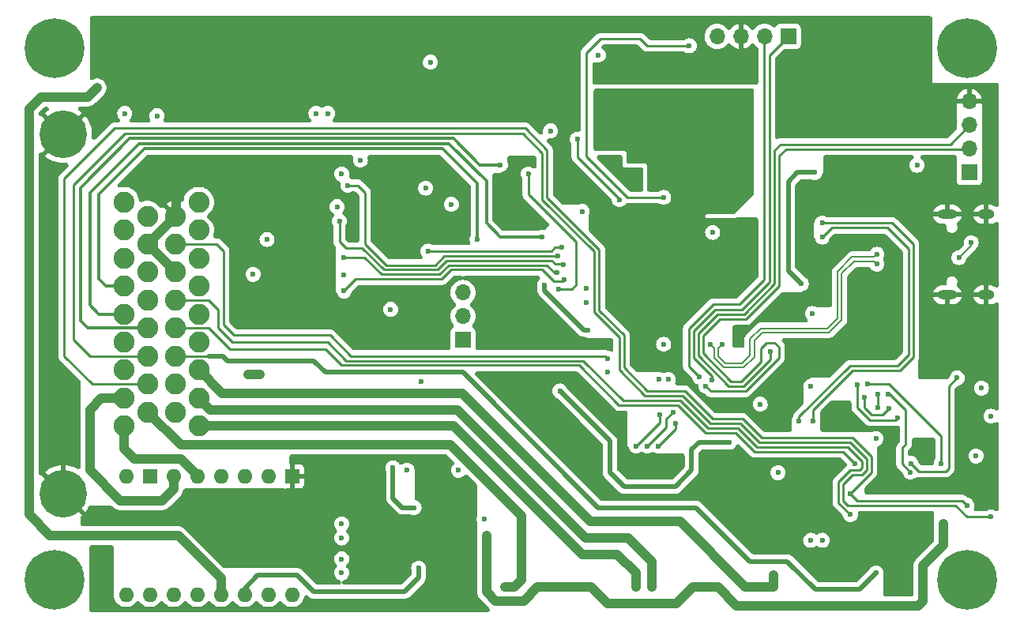
<source format=gbr>
%TF.GenerationSoftware,KiCad,Pcbnew,8.0.6*%
%TF.CreationDate,2024-11-23T21:07:21+07:00*%
%TF.ProjectId,NO2C,4e4f3243-2e6b-4696-9361-645f70636258,vD1*%
%TF.SameCoordinates,Original*%
%TF.FileFunction,Copper,L4,Bot*%
%TF.FilePolarity,Positive*%
%FSLAX46Y46*%
G04 Gerber Fmt 4.6, Leading zero omitted, Abs format (unit mm)*
G04 Created by KiCad (PCBNEW 8.0.6) date 2024-11-23 21:07:21*
%MOMM*%
%LPD*%
G01*
G04 APERTURE LIST*
%TA.AperFunction,ComponentPad*%
%ADD10O,1.600000X1.600000*%
%TD*%
%TA.AperFunction,ComponentPad*%
%ADD11R,1.600000X1.600000*%
%TD*%
%TA.AperFunction,ComponentPad*%
%ADD12C,2.250000*%
%TD*%
%TA.AperFunction,ComponentPad*%
%ADD13C,5.100000*%
%TD*%
%TA.AperFunction,ComponentPad*%
%ADD14R,1.700000X1.700000*%
%TD*%
%TA.AperFunction,ComponentPad*%
%ADD15O,1.700000X1.700000*%
%TD*%
%TA.AperFunction,ComponentPad*%
%ADD16C,0.800000*%
%TD*%
%TA.AperFunction,ComponentPad*%
%ADD17C,6.400000*%
%TD*%
%TA.AperFunction,ComponentPad*%
%ADD18O,2.100000X1.000000*%
%TD*%
%TA.AperFunction,ComponentPad*%
%ADD19O,1.800000X1.000000*%
%TD*%
%TA.AperFunction,ViaPad*%
%ADD20C,0.600000*%
%TD*%
%TA.AperFunction,Conductor*%
%ADD21C,0.250000*%
%TD*%
%TA.AperFunction,Conductor*%
%ADD22C,1.000000*%
%TD*%
%TA.AperFunction,Conductor*%
%ADD23C,0.500000*%
%TD*%
%TA.AperFunction,Conductor*%
%ADD24C,0.300000*%
%TD*%
%TA.AperFunction,Conductor*%
%ADD25C,0.200000*%
%TD*%
G04 APERTURE END LIST*
D10*
%TO.P,IC4,1,P1*%
%TO.N,/ENBL*%
X11150000Y1902000D03*
%TO.P,IC4,2,P2*%
%TO.N,unconnected-(IC4-P2-Pad2)*%
X13690000Y1902000D03*
%TO.P,IC4,3,P3*%
%TO.N,unconnected-(IC4-P3-Pad3)*%
X16230000Y1902000D03*
%TO.P,IC4,4,P4*%
%TO.N,unconnected-(IC4-P4-Pad4)*%
X18770000Y1902000D03*
%TO.P,IC4,5,P5*%
%TO.N,+5V*%
X21310000Y1902000D03*
%TO.P,IC4,6,P6*%
X23850000Y1902000D03*
%TO.P,IC4,7,P7*%
%TO.N,/STEP*%
X26390000Y1902000D03*
%TO.P,IC4,8,P8*%
%TO.N,/DIR*%
X28930000Y1902000D03*
D11*
%TO.P,IC4,9,P9*%
%TO.N,GND*%
X28930000Y14602000D03*
D10*
%TO.P,IC4,10,P10*%
%TO.N,unconnected-(IC4-P10-Pad10)*%
X26390000Y14602000D03*
%TO.P,IC4,11,P11*%
%TO.N,/STP-A2*%
X23850000Y14602000D03*
%TO.P,IC4,12,P12*%
%TO.N,/STP-A1*%
X21310000Y14602000D03*
%TO.P,IC4,13,P13*%
%TO.N,/STP-B1*%
X18770000Y14602000D03*
%TO.P,IC4,14,P14*%
%TO.N,/STP-B2*%
X16230000Y14602000D03*
D11*
%TO.P,IC4,15,P15*%
%TO.N,Earth*%
X13690000Y14602000D03*
D10*
%TO.P,IC4,16,P16*%
%TO.N,+12V*%
X11150000Y14602000D03*
%TD*%
D12*
%TO.P,J1,1,1*%
%TO.N,+BATT*%
X10937500Y44000000D03*
%TO.P,J1,2,2*%
%TO.N,VR1+*%
X10937500Y41000000D03*
%TO.P,J1,3,3*%
%TO.N,/VR1-*%
X10937500Y38000000D03*
%TO.P,J1,4,4*%
%TO.N,/IGN1*%
X10937500Y35000000D03*
%TO.P,J1,5,5*%
%TO.N,/IGN2*%
X10937500Y32000000D03*
%TO.P,J1,6,6*%
%TO.N,/STP-A1*%
X10937500Y29000000D03*
%TO.P,J1,7,7*%
%TO.N,/STP-A2*%
X10937500Y26000000D03*
%TO.P,J1,8,8*%
%TO.N,/STP-B2*%
X10937500Y23000000D03*
%TO.P,J1,9,9*%
%TO.N,/STP-B1*%
X10937500Y20000000D03*
%TO.P,J1,10,10*%
%TO.N,+5V*%
X13437500Y42500000D03*
%TO.P,J1,11,11*%
%TO.N,GND*%
X13437500Y39500000D03*
%TO.P,J1,12,12*%
%TO.N,/VR2-*%
X13437500Y36500000D03*
%TO.P,J1,13,13*%
%TO.N,VR2+*%
X13437500Y33500000D03*
%TO.P,J1,14,14*%
%TO.N,/TACHO*%
X13437500Y30500000D03*
%TO.P,J1,15,15*%
%TO.N,IP*%
X13437500Y27500000D03*
%TO.P,J1,16,16*%
%TO.N,IA*%
X13437500Y24500000D03*
%TO.P,J1,17,17*%
%TO.N,/IDLE*%
X13437500Y21500000D03*
%TO.P,J1,18,18*%
%TO.N,GND*%
X16437500Y42500000D03*
%TO.P,J1,19,19*%
%TO.N,/LAUNCH*%
X16437500Y39500000D03*
%TO.P,J1,20,20*%
%TO.N,GND*%
X16437500Y36500000D03*
%TO.P,J1,21,21*%
%TO.N,UN*%
X16437500Y33500000D03*
%TO.P,J1,22,22*%
%TO.N,VM*%
X16437500Y30500000D03*
%TO.P,J1,23,23*%
%TO.N,HEAT-*%
X16437500Y27500000D03*
%TO.P,J1,24,24*%
%TO.N,CANH*%
X16437500Y24500000D03*
%TO.P,J1,25,25*%
%TO.N,CANL*%
X16437500Y21500000D03*
%TO.P,J1,26,26*%
%TO.N,/O2*%
X18937500Y44000000D03*
%TO.P,J1,27,27*%
%TO.N,/TPS*%
X18937500Y41000000D03*
%TO.P,J1,28,28*%
%TO.N,/CLT*%
X18937500Y38000000D03*
%TO.P,J1,29,29*%
%TO.N,/IAT*%
X18937500Y35000000D03*
%TO.P,J1,30,30*%
%TO.N,/INJ1*%
X18937500Y32000000D03*
%TO.P,J1,31,31*%
%TO.N,/INJ2*%
X18937500Y29000000D03*
%TO.P,J1,32,32*%
%TO.N,/VVT*%
X18937500Y26000000D03*
%TO.P,J1,33,33*%
%TO.N,/BOOST*%
X18937500Y23000000D03*
%TO.P,J1,34,34*%
%TO.N,/FUELP*%
X18937500Y20000000D03*
D13*
%TO.P,J1,MH1,MH1*%
%TO.N,GND*%
X4437500Y51250000D03*
%TO.P,J1,MH2,MH2*%
X4437500Y12750000D03*
%TD*%
D14*
%TO.P,P1,1,Pin_1*%
%TO.N,+3.3V*%
X101500000Y47170000D03*
D15*
%TO.P,P1,2,Pin_2*%
%TO.N,/SWDIO*%
X101500000Y49710000D03*
%TO.P,P1,3,Pin_3*%
%TO.N,/SWCLK*%
X101500000Y52250000D03*
%TO.P,P1,4,Pin_4*%
%TO.N,GND*%
X101500000Y54790000D03*
%TD*%
D16*
%TO.P,REF\u002A\u002A,1*%
%TO.N,N/C*%
X1100000Y60500000D03*
X1802944Y62197056D03*
X1802944Y58802944D03*
X3500000Y62900000D03*
D17*
X3500000Y60500000D03*
D16*
X3500000Y58100000D03*
X5197056Y62197056D03*
X5197056Y58802944D03*
X5900000Y60500000D03*
%TD*%
%TO.P,REF\u002A\u002A,1*%
%TO.N,N/C*%
X1100000Y3500000D03*
X1802944Y5197056D03*
X1802944Y1802944D03*
X3500000Y5900000D03*
D17*
X3500000Y3500000D03*
D16*
X3500000Y1100000D03*
X5197056Y5197056D03*
X5197056Y1802944D03*
X5900000Y3500000D03*
%TD*%
%TO.P,REF\u002A\u002A,1*%
%TO.N,N/C*%
X98850000Y60500000D03*
X99552944Y62197056D03*
X99552944Y58802944D03*
X101250000Y62900000D03*
D17*
X101250000Y60500000D03*
D16*
X101250000Y58100000D03*
X102947056Y62197056D03*
X102947056Y58802944D03*
X103650000Y60500000D03*
%TD*%
%TO.P,REF\u002A\u002A,1*%
%TO.N,N/C*%
X98850000Y3500000D03*
X99552944Y5197056D03*
X99552944Y1802944D03*
X101250000Y5900000D03*
D17*
X101250000Y3500000D03*
D16*
X101250000Y1100000D03*
X102947056Y5197056D03*
X102947056Y1802944D03*
X103650000Y3500000D03*
%TD*%
D14*
%TO.P,JP1,1,1*%
%TO.N,+5V*%
X47250000Y29210000D03*
D15*
%TO.P,JP1,2,2*%
%TO.N,Net-(IC1-VDD)*%
X47250000Y31750000D03*
%TO.P,JP1,3,3*%
%TO.N,+12V*%
X47250000Y34290000D03*
%TD*%
D18*
%TO.P,J2,S1,SHIELD*%
%TO.N,GND*%
X99145000Y34055000D03*
D19*
X103325000Y34055000D03*
D18*
X99145000Y42695000D03*
D19*
X103325000Y42695000D03*
%TD*%
D14*
%TO.P,P4,1,Pin_1*%
%TO.N,/PA10*%
X82100000Y61750000D03*
D15*
%TO.P,P4,2,Pin_2*%
%TO.N,/PA9*%
X79560000Y61750000D03*
%TO.P,P4,3,Pin_3*%
%TO.N,GND*%
X77020000Y61750000D03*
%TO.P,P4,4,Pin_4*%
%TO.N,+5V*%
X74480000Y61750000D03*
%TD*%
D20*
%TO.N,GND*%
X8100000Y875000D03*
X8050000Y3925000D03*
X8025000Y6600000D03*
%TO.N,+5V*%
X32750000Y53500000D03*
X102225000Y16775000D03*
X31500000Y53500000D03*
X91500000Y18650000D03*
X81000000Y15000000D03*
X102800000Y24050000D03*
X95900000Y47950000D03*
X42500000Y4750000D03*
X8050000Y56250000D03*
%TO.N,+12V*%
X98750000Y9500000D03*
X25500000Y25550000D03*
X14450000Y53250000D03*
X49750000Y7250000D03*
X58500000Y2750000D03*
X46000000Y43750000D03*
X49750000Y6250000D03*
X49750000Y8250000D03*
X24200000Y25550000D03*
X74500000Y2750000D03*
X73250000Y2750000D03*
X59750000Y2750000D03*
%TO.N,/PA3*%
X58000000Y37300000D03*
X34000000Y41950000D03*
%TO.N,/PA4*%
X34500000Y38050000D03*
X57350000Y36450000D03*
%TO.N,/PA5*%
X58100000Y35650000D03*
X34500000Y34475000D03*
%TO.N,/STEP*%
X67000000Y17850000D03*
X69750000Y21500000D03*
%TO.N,/DIR*%
X70000000Y20250000D03*
X68150000Y17850000D03*
%TO.N,/ENBL*%
X65800000Y17850000D03*
X68300000Y21200000D03*
%TO.N,/VR1-*%
X34250000Y5750000D03*
%TO.N,/VR2-*%
X34250000Y8000000D03*
%TO.N,/FUELP*%
X65750000Y4250000D03*
X65750000Y2750000D03*
%TO.N,/BOOST*%
X67500000Y4250000D03*
X67500000Y2750000D03*
%TO.N,/IDLE*%
X51750000Y2750000D03*
X52750000Y2750000D03*
%TO.N,/IGN2*%
X55750000Y40250000D03*
%TO.N,/IGN1*%
X48750000Y40000000D03*
%TO.N,/TACHO*%
X51250000Y48000000D03*
%TO.N,/VVT*%
X80500000Y4000000D03*
X80500000Y2750000D03*
%TO.N,/LAUNCH*%
X62750000Y27250000D03*
%TO.N,/PD11*%
X69250000Y25000000D03*
X46750000Y15250000D03*
%TO.N,Net-(D5-COM)*%
X68750000Y28750000D03*
X62750000Y25750000D03*
%TO.N,/PA2*%
X34900000Y45800000D03*
X57400000Y38200000D03*
%TO.N,/PD10*%
X68250000Y25000000D03*
X41250000Y15250000D03*
%TO.N,/PA0*%
X64000000Y44250000D03*
X59500000Y50750000D03*
%TO.N,/PA1*%
X57850000Y39150000D03*
X43500000Y38750000D03*
%TO.N,Net-(D20-COM)*%
X85750000Y41750000D03*
X84750000Y20500000D03*
%TO.N,Net-(D21-COM)*%
X83250000Y20500000D03*
X85750000Y40250000D03*
%TO.N,CANL*%
X84500000Y7750000D03*
%TO.N,CANH*%
X85750000Y7750000D03*
%TO.N,+BATT*%
X36250000Y48500000D03*
X11000000Y53500000D03*
%TO.N,VR2+*%
X34250000Y9500000D03*
%TO.N,VR1+*%
X34250000Y4250000D03*
%TO.N,/PD8*%
X60500000Y34750000D03*
X39500000Y32500000D03*
%TO.N,/PD14*%
X57500000Y34700000D03*
X54250000Y47000000D03*
%TO.N,HEAT-*%
X103825000Y21050000D03*
X91500000Y4250000D03*
%TO.N,/PD9*%
X42750000Y24750000D03*
X60500000Y33250000D03*
%TO.N,/SWDIO*%
X73275000Y24275000D03*
%TO.N,Net-(U2-NRST)*%
X68750000Y44500000D03*
X71500000Y60750000D03*
%TO.N,GND*%
X24100000Y42200000D03*
X42750000Y40000000D03*
X73250000Y36000000D03*
X34000000Y63000000D03*
X61750000Y54000000D03*
X64750000Y38500000D03*
X70250000Y29000000D03*
X38500000Y12000000D03*
X68750000Y32750000D03*
X29750000Y63000000D03*
X12250000Y61250000D03*
X34950000Y44300000D03*
X55500000Y20000000D03*
X63700000Y48650000D03*
X12250000Y59500000D03*
X93000000Y36500000D03*
X92900000Y28150000D03*
X63250000Y42000000D03*
X30250000Y43650000D03*
X69050000Y14700000D03*
X94000000Y13250000D03*
X76500000Y36000000D03*
X72250000Y47000000D03*
X84500000Y13000000D03*
X73500000Y57350000D03*
X73450000Y15700000D03*
X68750000Y30250000D03*
X96500000Y31250000D03*
X86250000Y14500000D03*
X46750000Y63250000D03*
X44000000Y57050000D03*
X61750000Y52250000D03*
X96500000Y35000000D03*
X52700000Y47400000D03*
X79000000Y20750000D03*
X91500000Y29500000D03*
X89250000Y39250000D03*
X76500000Y34250000D03*
X93250000Y56750000D03*
X13500000Y48500000D03*
X67500000Y58000000D03*
X91500000Y43000000D03*
X93250000Y31950000D03*
X69650000Y55550000D03*
X85700000Y26500000D03*
X88250000Y20250000D03*
X40750000Y38500000D03*
X89500000Y36500000D03*
X103900000Y32450000D03*
X92750000Y13250000D03*
X75650000Y57350000D03*
X66250000Y40750000D03*
X95500000Y61750000D03*
X65000000Y40750000D03*
X87250000Y61750000D03*
X76750000Y51750000D03*
X86750000Y43000000D03*
X33000000Y48000000D03*
X86050000Y16050000D03*
X60000000Y61000000D03*
X30750000Y36250000D03*
X43000000Y31000000D03*
X62250000Y48650000D03*
X86250000Y35250000D03*
X74750000Y49750000D03*
X84500000Y52500000D03*
X31000000Y47250000D03*
X55750000Y41750000D03*
X71500000Y39500000D03*
X82250000Y28650000D03*
X24250000Y40500000D03*
X88250000Y21500000D03*
X87500000Y56750000D03*
X18750000Y63000000D03*
X48150000Y5900000D03*
X98600000Y27400000D03*
X21750000Y46500000D03*
X68750000Y36000000D03*
X21750000Y45250000D03*
X88250000Y7000000D03*
X68750000Y39500000D03*
X54500000Y20000000D03*
X36250000Y60000000D03*
X43000000Y29000000D03*
X88250000Y8750000D03*
X55000000Y30650000D03*
X97500000Y16950000D03*
X64750000Y36000000D03*
X28500000Y63000000D03*
X34950000Y43000000D03*
X63950000Y55450000D03*
X74500000Y55500000D03*
X71400000Y32750000D03*
X40250000Y41250000D03*
X66750000Y29000000D03*
X84500000Y56750000D03*
X96400000Y16950000D03*
X59250000Y24750000D03*
X76500000Y38750000D03*
X76500000Y37500000D03*
X89000000Y33500000D03*
X61500000Y42000000D03*
X73000000Y45750000D03*
X76500000Y28800000D03*
X18500000Y47750000D03*
X98600000Y29350000D03*
X35625000Y41375000D03*
X84600000Y28650000D03*
X89750000Y61750000D03*
X68750000Y46000000D03*
X16750000Y47750000D03*
X83900000Y36750000D03*
X61750000Y50500000D03*
X61850000Y55400000D03*
X90750000Y56750000D03*
X12250000Y63000000D03*
X75300000Y14350000D03*
X65500000Y58000000D03*
X82000000Y26450000D03*
X93250000Y52500000D03*
X69100000Y16700000D03*
X55200000Y28700000D03*
X82500000Y14750000D03*
X35750000Y63000000D03*
X52750000Y24250000D03*
X60250000Y16500000D03*
X76750000Y49750000D03*
X37000000Y16250000D03*
X66400000Y14700000D03*
X38000000Y41250000D03*
X45250000Y32750000D03*
X63500000Y60000000D03*
X87450000Y16050000D03*
X48200000Y4600000D03*
X44000000Y53000000D03*
X103825000Y12675000D03*
X89250000Y43000000D03*
X90500000Y31950000D03*
X59000000Y16500000D03*
X98600000Y25800000D03*
X42250000Y63250000D03*
X96500000Y33000000D03*
X99000000Y32000000D03*
X87000000Y38000000D03*
X45500000Y15750000D03*
X73250000Y49750000D03*
X61500000Y16500000D03*
X38500000Y16250000D03*
X20250000Y63000000D03*
X96500000Y7250000D03*
X54000000Y24250000D03*
X72000000Y48250000D03*
X93750000Y34000000D03*
X92500000Y61750000D03*
X36250000Y57500000D03*
X66800000Y48600000D03*
X36450000Y34500000D03*
X69500000Y58000000D03*
X87500000Y52500000D03*
X76750000Y53750000D03*
X90750000Y52750000D03*
X92250000Y7250000D03*
X27500000Y48000000D03*
X64750000Y33750000D03*
X57000000Y56000000D03*
X76750000Y55500000D03*
X89000000Y48250000D03*
X60500000Y23500000D03*
X83900000Y38700000D03*
X26250000Y36275000D03*
X91750000Y48000000D03*
X68400000Y55550000D03*
X15000000Y47750000D03*
X73250000Y38500000D03*
X76500000Y30400000D03*
X86250000Y13000000D03*
X43250000Y6480000D03*
X14250000Y63000000D03*
X103900000Y31000000D03*
X77800000Y57400000D03*
%TO.N,/SWCLK*%
X80200000Y28000000D03*
%TO.N,/DIAHG*%
X90600000Y24550000D03*
X98500000Y16000000D03*
%TO.N,+3.3V*%
X61750000Y59750000D03*
X49500000Y10000000D03*
X57625000Y23750000D03*
X84950000Y47170000D03*
X60600000Y30300000D03*
X56625000Y51625000D03*
X60000000Y43000000D03*
X33750000Y43500000D03*
X43250000Y45500000D03*
X83500000Y35250000D03*
X26250000Y40000000D03*
X56000000Y35125000D03*
X42000000Y11250000D03*
X24750000Y36250000D03*
X34250000Y47000000D03*
X84500000Y24250000D03*
X39750000Y15500000D03*
X43750000Y59000000D03*
X79100000Y22350000D03*
X75750000Y18250000D03*
X34500000Y36225000D03*
%TO.N,/PA9*%
X72575000Y25275000D03*
%TO.N,/PA10*%
X73900000Y24900000D03*
%TO.N,/USB_D-*%
X91600000Y37350000D03*
X73750000Y28750000D03*
%TO.N,/USB_D+*%
X75000000Y28750000D03*
X91600000Y38400000D03*
X101700000Y39650000D03*
X100400000Y38050000D03*
%TO.N,/UA*%
X95200000Y15050000D03*
X92800000Y23450000D03*
%TO.N,/SPI3_MISO*%
X92900000Y21850000D03*
X90300000Y23050000D03*
%TO.N,/SS3*%
X74000000Y40750000D03*
X91700000Y21950000D03*
X84700000Y32050000D03*
X91700000Y23450000D03*
%TO.N,/SPI3_MOSI*%
X93800000Y20850000D03*
X89500000Y24450000D03*
%TO.N,UN*%
X88750000Y10500000D03*
%TO.N,IP*%
X103825000Y10250000D03*
%TO.N,IA*%
X88750000Y12750000D03*
X101250000Y11500000D03*
%TO.N,VM*%
X100200000Y25150000D03*
X89250000Y16000000D03*
X95250000Y16000000D03*
%TD*%
D21*
%TO.N,/PA3*%
X34000000Y39750000D02*
X34700000Y39050000D01*
X34000000Y41950000D02*
X34000000Y39750000D01*
X34700000Y39050000D02*
X36450000Y39050000D01*
X38750000Y36750000D02*
X36450000Y39050000D01*
%TO.N,/LAUNCH*%
X62500000Y27500000D02*
X62750000Y27250000D01*
X35250000Y27500000D02*
X62500000Y27500000D01*
X22700000Y29750000D02*
X33000000Y29750000D01*
X21600000Y30850000D02*
X22700000Y29750000D01*
X21600000Y38750000D02*
X21600000Y30850000D01*
X20850000Y39500000D02*
X21600000Y38750000D01*
X16437500Y39500000D02*
X20850000Y39500000D01*
X33000000Y29750000D02*
X35250000Y27500000D01*
D22*
%TO.N,+12V*%
X96500000Y5000000D02*
X98750000Y7250000D01*
X96000000Y750000D02*
X96500000Y1250000D01*
X96500000Y1250000D02*
X96500000Y5000000D01*
X76575000Y750000D02*
X96000000Y750000D01*
X74575000Y2750000D02*
X76575000Y750000D01*
X98750000Y7250000D02*
X98750000Y9500000D01*
X74500000Y2750000D02*
X74575000Y2750000D01*
%TO.N,/VVT*%
X80500000Y4000000D02*
X80500000Y2750000D01*
D21*
%TO.N,IA*%
X91000000Y15000000D02*
X88750000Y12750000D01*
X89000000Y18750000D02*
X91000000Y16750000D01*
X79250000Y18750000D02*
X89000000Y18750000D01*
X77250000Y20750000D02*
X79250000Y18750000D01*
X74000000Y20750000D02*
X77250000Y20750000D01*
X71000000Y23750000D02*
X74000000Y20750000D01*
X67000000Y23750000D02*
X71000000Y23750000D01*
X64500000Y26250000D02*
X67000000Y23750000D01*
X64500000Y29750000D02*
X64500000Y26250000D01*
X61850000Y32400000D02*
X64500000Y29750000D01*
X53923150Y51901850D02*
X56250000Y49575000D01*
X91000000Y16750000D02*
X91000000Y15000000D01*
X9901850Y51901850D02*
X53923150Y51901850D01*
X4500000Y46500000D02*
X9901850Y51901850D01*
X61850000Y38900000D02*
X61850000Y32400000D01*
X56250000Y49575000D02*
X56250000Y44500000D01*
X7500000Y24500000D02*
X4500000Y27500000D01*
X13437500Y24500000D02*
X7500000Y24500000D01*
X4500000Y27500000D02*
X4500000Y46500000D01*
X56250000Y44500000D02*
X61850000Y38900000D01*
%TO.N,IP*%
X7250000Y27500000D02*
X13437500Y27500000D01*
X53650000Y51350000D02*
X10975000Y51350000D01*
X55750000Y44250000D02*
X55750000Y49250000D01*
X61275000Y38725000D02*
X55750000Y44250000D01*
X55750000Y49250000D02*
X53650000Y51350000D01*
X64000000Y26000000D02*
X64000000Y29500000D01*
X5500000Y29250000D02*
X7250000Y27500000D01*
X66750000Y23250000D02*
X64000000Y26000000D01*
X70750000Y23250000D02*
X66750000Y23250000D01*
X10975000Y51350000D02*
X5500000Y45875000D01*
X73750000Y20250000D02*
X70750000Y23250000D01*
X77000000Y20250000D02*
X73750000Y20250000D01*
X79000000Y18250000D02*
X77000000Y20250000D01*
X88750000Y18250000D02*
X79000000Y18250000D01*
X90500000Y15250000D02*
X90500000Y16500000D01*
X88000000Y13750000D02*
X89000000Y14750000D01*
X90000000Y14750000D02*
X90500000Y15250000D01*
X61275000Y32225000D02*
X61275000Y38725000D01*
X88000000Y12000000D02*
X88000000Y13750000D01*
X64000000Y29500000D02*
X61275000Y32225000D01*
X100000000Y11500000D02*
X88500000Y11500000D01*
X5500000Y45875000D02*
X5500000Y29250000D01*
X88500000Y11500000D02*
X88000000Y12000000D01*
X101250000Y10250000D02*
X100000000Y11500000D01*
X89000000Y14750000D02*
X90000000Y14750000D01*
X90500000Y16500000D02*
X88750000Y18250000D01*
X103825000Y10250000D02*
X101250000Y10250000D01*
D23*
%TO.N,HEAT-*%
X89750000Y2500000D02*
X91500000Y4250000D01*
X85000000Y2500000D02*
X89750000Y2500000D01*
X82000000Y5500000D02*
X85000000Y2500000D01*
X61750000Y11250000D02*
X72250000Y11250000D01*
X32500000Y25750000D02*
X47250000Y25750000D01*
X47250000Y25750000D02*
X61750000Y11250000D01*
X78000000Y5500000D02*
X82000000Y5500000D01*
X31250000Y27000000D02*
X32500000Y25750000D01*
X72250000Y11250000D02*
X78000000Y5500000D01*
X22000000Y27000000D02*
X31250000Y27000000D01*
X21500000Y27500000D02*
X22000000Y27000000D01*
X20000000Y27500000D02*
X21500000Y27500000D01*
%TO.N,+3.3V*%
X57650000Y23750000D02*
X57625000Y23750000D01*
X63000000Y15000000D02*
X63000000Y18400000D01*
X70000000Y13500000D02*
X64500000Y13500000D01*
X71750000Y17475000D02*
X71750000Y15250000D01*
X71750000Y15250000D02*
X70000000Y13500000D01*
X72525000Y18250000D02*
X71750000Y17475000D01*
X63000000Y18400000D02*
X57650000Y23750000D01*
X75750000Y18250000D02*
X72525000Y18250000D01*
X64500000Y13500000D02*
X63000000Y15000000D01*
D21*
%TO.N,/SWDIO*%
X101480000Y49690000D02*
X101500000Y49710000D01*
X81840000Y49690000D02*
X101480000Y49690000D01*
X81150000Y35000000D02*
X81150000Y49000000D01*
X77600000Y31450000D02*
X81150000Y35000000D01*
X74750000Y31450000D02*
X77600000Y31450000D01*
X81150000Y49000000D02*
X81840000Y49690000D01*
X72950000Y27775000D02*
X72950000Y29650000D01*
X75975000Y24750000D02*
X72950000Y27775000D01*
X77050000Y24750000D02*
X75975000Y24750000D01*
X79150000Y26850000D02*
X77050000Y24750000D01*
X79150000Y28350000D02*
X79150000Y26850000D01*
X79750000Y28950000D02*
X79150000Y28350000D01*
X81100000Y28500000D02*
X80650000Y28950000D01*
X77525000Y23725000D02*
X81100000Y27300000D01*
X81100000Y27300000D02*
X81100000Y28500000D01*
X73825000Y23725000D02*
X77525000Y23725000D01*
X72950000Y29650000D02*
X74750000Y31450000D01*
X80650000Y28950000D02*
X79750000Y28950000D01*
X73275000Y24275000D02*
X73825000Y23725000D01*
%TO.N,/PA9*%
X79500000Y61690000D02*
X79560000Y61750000D01*
X79500000Y35700000D02*
X79500000Y61690000D01*
X76850000Y33050000D02*
X79500000Y35700000D01*
X71450000Y26400000D02*
X71450000Y30450000D01*
X72575000Y25275000D02*
X71450000Y26400000D01*
X71450000Y30450000D02*
X74050000Y33050000D01*
X74050000Y33050000D02*
X76850000Y33050000D01*
%TO.N,/PA10*%
X77100000Y32500000D02*
X80060000Y35460000D01*
X80060000Y59710000D02*
X82100000Y61750000D01*
X71950000Y30200000D02*
X74250000Y32500000D01*
X74250000Y32500000D02*
X77100000Y32500000D01*
X71950000Y27300000D02*
X71950000Y30200000D01*
X80060000Y35460000D02*
X80060000Y59710000D01*
X73900000Y25350000D02*
X71950000Y27300000D01*
X73900000Y24900000D02*
X73900000Y25350000D01*
%TO.N,/SWCLK*%
X99450000Y50200000D02*
X101500000Y52250000D01*
X81250000Y50200000D02*
X99450000Y50200000D01*
X80600000Y49550000D02*
X81250000Y50200000D01*
X80600000Y35250000D02*
X80600000Y49550000D01*
X74500000Y32000000D02*
X77350000Y32000000D01*
X72450000Y29950000D02*
X74500000Y32000000D01*
X72450000Y27525000D02*
X72450000Y29950000D01*
X75725000Y24250000D02*
X72450000Y27525000D01*
X77300000Y24250000D02*
X75725000Y24250000D01*
X80200000Y27150000D02*
X77300000Y24250000D01*
X80200000Y28000000D02*
X80200000Y27150000D01*
X77350000Y32000000D02*
X80600000Y35250000D01*
%TO.N,/SPI3_MOSI*%
X89500000Y22000000D02*
X89500000Y24450000D01*
X93600000Y20650000D02*
X90850000Y20650000D01*
X90850000Y20650000D02*
X89500000Y22000000D01*
X93800000Y20850000D02*
X93600000Y20650000D01*
%TO.N,/SPI3_MISO*%
X91050000Y21200000D02*
X90300000Y21950000D01*
X90300000Y21950000D02*
X90300000Y23050000D01*
X92900000Y21850000D02*
X92250000Y21200000D01*
X92250000Y21200000D02*
X91050000Y21200000D01*
%TO.N,/SS3*%
X91700000Y21950000D02*
X91700000Y23450000D01*
%TO.N,HEAT-*%
X20000000Y27500000D02*
X16437500Y27500000D01*
D22*
%TO.N,+5V*%
X21310000Y3690000D02*
X16750000Y8250000D01*
X750000Y10500000D02*
X750000Y54000000D01*
D23*
X31250000Y2250000D02*
X29500000Y4000000D01*
X25250000Y4000000D02*
X23850000Y2600000D01*
D22*
X21310000Y1902000D02*
X21310000Y3690000D01*
X3000000Y8250000D02*
X750000Y10500000D01*
X7050000Y55250000D02*
X8050000Y56250000D01*
D23*
X42500000Y4750000D02*
X42500000Y3750000D01*
X23850000Y2600000D02*
X23850000Y1902000D01*
D22*
X2000000Y55250000D02*
X7050000Y55250000D01*
D23*
X41000000Y2250000D02*
X31250000Y2250000D01*
D22*
X16750000Y8250000D02*
X3000000Y8250000D01*
D23*
X42500000Y3750000D02*
X41000000Y2250000D01*
D22*
X750000Y54000000D02*
X2000000Y55250000D01*
D23*
X29500000Y4000000D02*
X25250000Y4000000D01*
D22*
%TO.N,+12V*%
X53750000Y1250000D02*
X50750000Y1250000D01*
X61000000Y2750000D02*
X58500000Y2750000D01*
X49750000Y6250000D02*
X49750000Y8250000D01*
X73250000Y2750000D02*
X74500000Y2750000D01*
X50750000Y1250000D02*
X49750000Y2250000D01*
X70125000Y1000000D02*
X62750000Y1000000D01*
X58500000Y2750000D02*
X55250000Y2750000D01*
X71875000Y2750000D02*
X70125000Y1000000D01*
X49750000Y2250000D02*
X49750000Y6250000D01*
X73250000Y2750000D02*
X71875000Y2750000D01*
X55250000Y2750000D02*
X53750000Y1250000D01*
X62750000Y1000000D02*
X61000000Y2750000D01*
X24200000Y25550000D02*
X25500000Y25550000D01*
D21*
%TO.N,/PA3*%
X58000000Y37300000D02*
X57950000Y37350000D01*
X45500000Y37750000D02*
X44500000Y36750000D01*
X44500000Y36750000D02*
X38750000Y36750000D01*
X56750000Y37750000D02*
X45500000Y37750000D01*
X34000000Y41500000D02*
X34000000Y41950000D01*
X57150000Y37350000D02*
X56750000Y37750000D01*
X57950000Y37350000D02*
X57150000Y37350000D01*
%TO.N,/PA4*%
X36700000Y38050000D02*
X38500000Y36250000D01*
X45750000Y37250000D02*
X56250000Y37250000D01*
X38500000Y36250000D02*
X44750000Y36250000D01*
X44750000Y36250000D02*
X45750000Y37250000D01*
X56250000Y37250000D02*
X57050000Y36450000D01*
X34500000Y38050000D02*
X36700000Y38050000D01*
X57050000Y36450000D02*
X57350000Y36450000D01*
%TO.N,/PA5*%
X58100000Y35650000D02*
X57950000Y35500000D01*
X55750000Y36750000D02*
X46000000Y36750000D01*
X45000000Y35750000D02*
X35775000Y35750000D01*
X46000000Y36750000D02*
X45000000Y35750000D01*
X35775000Y35750000D02*
X34500000Y34475000D01*
X57000000Y35500000D02*
X55750000Y36750000D01*
X57950000Y35500000D02*
X57000000Y35500000D01*
%TO.N,/STEP*%
X67000000Y17850000D02*
X69000000Y19850000D01*
X69000000Y20750000D02*
X69750000Y21500000D01*
X69000000Y19850000D02*
X69000000Y20750000D01*
%TO.N,/DIR*%
X70000000Y19700000D02*
X70000000Y20250000D01*
X68150000Y17850000D02*
X70000000Y19700000D01*
%TO.N,/ENBL*%
X68300000Y20350000D02*
X65800000Y17850000D01*
X68300000Y21200000D02*
X68300000Y20350000D01*
D22*
%TO.N,/STP-B1*%
X18770000Y14602000D02*
X18770000Y14730000D01*
X12000000Y16500000D02*
X10937500Y17562500D01*
X18770000Y14730000D02*
X17000000Y16500000D01*
X17000000Y16500000D02*
X12000000Y16500000D01*
X10937500Y17562500D02*
X10937500Y20000000D01*
%TO.N,/STP-B2*%
X16230000Y13230000D02*
X15000000Y12000000D01*
X8500000Y23000000D02*
X10937500Y23000000D01*
X7250000Y15250000D02*
X7250000Y21750000D01*
X15000000Y12000000D02*
X10500000Y12000000D01*
X16230000Y14602000D02*
X16230000Y13230000D01*
X10500000Y12000000D02*
X7250000Y15250000D01*
X7250000Y21750000D02*
X8500000Y23000000D01*
%TO.N,/FUELP*%
X65750000Y4250000D02*
X63800000Y6200000D01*
X46200000Y20000000D02*
X18937500Y20000000D01*
X60000000Y6200000D02*
X46200000Y20000000D01*
X63800000Y6200000D02*
X60000000Y6200000D01*
X65750000Y2750000D02*
X65750000Y4250000D01*
%TO.N,/BOOST*%
X46650000Y21750000D02*
X20187500Y21750000D01*
X20187500Y21750000D02*
X18937500Y23000000D01*
X64950000Y8000000D02*
X60400000Y8000000D01*
X67500000Y2750000D02*
X67500000Y5450000D01*
X60400000Y8000000D02*
X46650000Y21750000D01*
X67500000Y5450000D02*
X64950000Y8000000D01*
%TO.N,/IDLE*%
X52750000Y2750000D02*
X53500000Y3500000D01*
X45900000Y18000000D02*
X17000000Y18000000D01*
X13500000Y21500000D02*
X13437500Y21500000D01*
X51750000Y2750000D02*
X52750000Y2750000D01*
X53500000Y10400000D02*
X45900000Y18000000D01*
X53500000Y3500000D02*
X53500000Y10400000D01*
X52250000Y2750000D02*
X51750000Y2750000D01*
X17000000Y18000000D02*
X13500000Y21500000D01*
D24*
%TO.N,/IGN2*%
X51250000Y40250000D02*
X55750000Y40250000D01*
X49750000Y46250000D02*
X49750000Y41750000D01*
X7250000Y45000000D02*
X12500000Y50250000D01*
X12500000Y50250000D02*
X45750000Y50250000D01*
X49750000Y41750000D02*
X51250000Y40250000D01*
X45750000Y50250000D02*
X49750000Y46250000D01*
X10937500Y32000000D02*
X8250000Y32000000D01*
X8250000Y32000000D02*
X7250000Y33000000D01*
X7250000Y33000000D02*
X7250000Y45000000D01*
%TO.N,/IGN1*%
X13100000Y49700000D02*
X45050000Y49700000D01*
X45050000Y49700000D02*
X48750000Y46000000D01*
X48750000Y46000000D02*
X48750000Y40000000D01*
X8250000Y44850000D02*
X13100000Y49700000D01*
X8250000Y35750000D02*
X8250000Y44850000D01*
X10937500Y35000000D02*
X9000000Y35000000D01*
X9000000Y35000000D02*
X8250000Y35750000D01*
%TO.N,/TACHO*%
X6250000Y45500000D02*
X11550000Y50800000D01*
X13437500Y30500000D02*
X7000000Y30500000D01*
X46200000Y50800000D02*
X49000000Y48000000D01*
X11550000Y50800000D02*
X46200000Y50800000D01*
X6250000Y31250000D02*
X6250000Y45500000D01*
X7000000Y30500000D02*
X6250000Y31250000D01*
X49000000Y48000000D02*
X51250000Y48000000D01*
D22*
%TO.N,/VVT*%
X60900000Y9750000D02*
X47150000Y23500000D01*
X70500000Y9750000D02*
X60900000Y9750000D01*
X80500000Y2750000D02*
X77500000Y2750000D01*
X47150000Y23500000D02*
X21437500Y23500000D01*
X77500000Y2750000D02*
X70500000Y9750000D01*
X21437500Y23500000D02*
X18937500Y26000000D01*
D21*
%TO.N,/PA2*%
X57350000Y38250000D02*
X57400000Y38200000D01*
X39000000Y37250000D02*
X44250000Y37250000D01*
X36750000Y39500000D02*
X39000000Y37250000D01*
X36750000Y45000000D02*
X36750000Y39500000D01*
X34900000Y45800000D02*
X35950000Y45800000D01*
X44250000Y37250000D02*
X45250000Y38250000D01*
X35950000Y45800000D02*
X36750000Y45000000D01*
X45250000Y38250000D02*
X57350000Y38250000D01*
%TO.N,/PA0*%
X64000000Y44350000D02*
X64000000Y44250000D01*
X59500000Y48850000D02*
X64000000Y44350000D01*
X59500000Y50750000D02*
X59500000Y48850000D01*
%TO.N,/PA1*%
X43500000Y38750000D02*
X56700000Y38750000D01*
X57100000Y39150000D02*
X57850000Y39150000D01*
X56700000Y38750000D02*
X57100000Y39150000D01*
%TO.N,Net-(D20-COM)*%
X95500000Y39500000D02*
X93250000Y41750000D01*
X89000000Y25950000D02*
X94050000Y25950000D01*
X93250000Y41750000D02*
X85750000Y41750000D01*
X95500000Y27400000D02*
X95500000Y39500000D01*
X94050000Y25950000D02*
X95500000Y27400000D01*
X84750000Y20500000D02*
X84750000Y21700000D01*
X84750000Y21700000D02*
X89000000Y25950000D01*
%TO.N,Net-(D21-COM)*%
X95000000Y39000000D02*
X92750000Y41250000D01*
X95000000Y27650000D02*
X95000000Y39000000D01*
X92750000Y41250000D02*
X86750000Y41250000D01*
X83250000Y20500000D02*
X83250000Y21000000D01*
X93800000Y26450000D02*
X95000000Y27650000D01*
X88700000Y26450000D02*
X93800000Y26450000D01*
X83250000Y21000000D02*
X88700000Y26450000D01*
X86750000Y41250000D02*
X85750000Y40250000D01*
%TO.N,/PD14*%
X57500000Y34700000D02*
X58900000Y34700000D01*
X58900000Y34700000D02*
X59350000Y35150000D01*
X59350000Y35150000D02*
X59350000Y39725000D01*
X54250000Y44825000D02*
X54250000Y47000000D01*
X59350000Y39725000D02*
X54250000Y44825000D01*
%TO.N,Net-(U2-NRST)*%
X60500000Y60000000D02*
X62000000Y61500000D01*
X60500000Y48900000D02*
X60500000Y60000000D01*
X67000000Y60750000D02*
X71500000Y60750000D01*
X62000000Y61500000D02*
X66250000Y61500000D01*
X66250000Y61500000D02*
X67000000Y60750000D01*
X68750000Y44500000D02*
X64900000Y44500000D01*
X64900000Y44500000D02*
X60500000Y48900000D01*
D23*
%TO.N,GND*%
X16437500Y42500000D02*
X16500000Y42562500D01*
D22*
X13437500Y39500000D02*
X16437500Y42500000D01*
X16437500Y36500000D02*
X13437500Y39500000D01*
D23*
X16500000Y44687500D02*
X16437500Y44750000D01*
D22*
X16500000Y42562500D02*
X16500000Y44687500D01*
D23*
X4437500Y17437500D02*
X4500000Y17500000D01*
X4437500Y12750000D02*
X4437500Y17437500D01*
D21*
%TO.N,/DIAHG*%
X92900000Y24550000D02*
X98500000Y18950000D01*
X90600000Y24550000D02*
X92900000Y24550000D01*
X98500000Y18950000D02*
X98500000Y16000000D01*
D23*
%TO.N,+3.3V*%
X56000000Y35125000D02*
X56000000Y34500000D01*
X82100000Y36650000D02*
X82100000Y46200000D01*
X56000000Y34500000D02*
X60200000Y30300000D01*
X83070000Y47170000D02*
X84950000Y47170000D01*
X42000000Y11250000D02*
X40750000Y11250000D01*
X83500000Y35250000D02*
X82100000Y36650000D01*
X40750000Y11250000D02*
X39750000Y12250000D01*
X82100000Y46200000D02*
X83070000Y47170000D01*
X39750000Y12250000D02*
X39750000Y15500000D01*
X60200000Y30300000D02*
X60600000Y30300000D01*
D25*
%TO.N,/USB_D-*%
X78475000Y29156800D02*
X79343199Y30024999D01*
X74149999Y27281801D02*
X75156800Y26275000D01*
X78475000Y27406800D02*
X78475000Y29156800D01*
X89118199Y37649999D02*
X91300001Y37649999D01*
X87825000Y36356800D02*
X89118199Y37649999D01*
X86493199Y30024999D02*
X87825000Y31356800D01*
X74149999Y28350001D02*
X74149999Y27281801D01*
X79343199Y30024999D02*
X86493199Y30024999D01*
X73750000Y28750000D02*
X74149999Y28350001D01*
X77343200Y26275000D02*
X78475000Y27406800D01*
X91300001Y37649999D02*
X91600000Y37350000D01*
X87825000Y31356800D02*
X87825000Y36356800D01*
X75156800Y26275000D02*
X77343200Y26275000D01*
%TO.N,/USB_D+*%
X74600001Y28350001D02*
X74600001Y27468199D01*
X74600001Y27468199D02*
X75343200Y26725000D01*
X87375000Y36543200D02*
X88931801Y38100001D01*
X77156800Y26725000D02*
X78025000Y27593200D01*
X78025000Y27593200D02*
X78025000Y29343200D01*
X86306801Y30475001D02*
X87375000Y31543200D01*
X88931801Y38100001D02*
X91300001Y38100001D01*
X75000000Y28750000D02*
X74600001Y28350001D01*
X101700000Y39350000D02*
X101700000Y39650000D01*
X87375000Y31543200D02*
X87375000Y36543200D01*
X75343200Y26725000D02*
X77156800Y26725000D01*
X100400000Y38050000D02*
X101700000Y39350000D01*
X78025000Y29343200D02*
X79156801Y30475001D01*
X79156801Y30475001D02*
X86306801Y30475001D01*
X91300001Y38100001D02*
X91600000Y38400000D01*
D21*
%TO.N,/UA*%
X93000000Y23450000D02*
X92800000Y23450000D01*
X94700000Y21750000D02*
X93000000Y23450000D01*
X94300000Y17650000D02*
X94700000Y18050000D01*
X94300000Y15950000D02*
X94300000Y17650000D01*
X94700000Y18050000D02*
X94700000Y21750000D01*
X95200000Y15050000D02*
X94300000Y15950000D01*
%TO.N,UN*%
X76750000Y19750000D02*
X73500000Y19750000D01*
X87500000Y14000000D02*
X88750000Y15250000D01*
X73500000Y19750000D02*
X70500000Y22750000D01*
X70500000Y22750000D02*
X64400000Y22750000D01*
X89750000Y15250000D02*
X90000000Y15500000D01*
X21000000Y32500000D02*
X20000000Y33500000D01*
X88500000Y17750000D02*
X78750000Y17750000D01*
X32750000Y29000000D02*
X22500000Y29000000D01*
X78750000Y17750000D02*
X76750000Y19750000D01*
X22500000Y29000000D02*
X21000000Y30500000D01*
X21000000Y30500000D02*
X21000000Y32500000D01*
X88750000Y10500000D02*
X87500000Y11750000D01*
X87500000Y11750000D02*
X87500000Y14000000D01*
X64400000Y22750000D02*
X60150000Y27000000D01*
X90000000Y16250000D02*
X88500000Y17750000D01*
X34750000Y27000000D02*
X32750000Y29000000D01*
X20000000Y33500000D02*
X16437500Y33500000D01*
X60150000Y27000000D02*
X34750000Y27000000D01*
X88750000Y15250000D02*
X89750000Y15250000D01*
X90000000Y15500000D02*
X90000000Y16250000D01*
%TO.N,IA*%
X100750000Y12000000D02*
X89500000Y12000000D01*
X101250000Y11500000D02*
X100750000Y12000000D01*
X89500000Y12000000D02*
X88750000Y12750000D01*
%TO.N,VM*%
X59700000Y26500000D02*
X63950000Y22250000D01*
X70250000Y22250000D02*
X73250000Y19250000D01*
X76500000Y19250000D02*
X78500000Y17250000D01*
X34250000Y26500000D02*
X59700000Y26500000D01*
X99000000Y15150000D02*
X99300000Y15450000D01*
X63950000Y22250000D02*
X70250000Y22250000D01*
X20000000Y30500000D02*
X22250000Y28250000D01*
X32500000Y28250000D02*
X34250000Y26500000D01*
X88000000Y17250000D02*
X89250000Y16000000D01*
X78500000Y17250000D02*
X88000000Y17250000D01*
X73250000Y19250000D02*
X76500000Y19250000D01*
X96100000Y15150000D02*
X99000000Y15150000D01*
X16437500Y30500000D02*
X20000000Y30500000D01*
X95250000Y16000000D02*
X96100000Y15150000D01*
X99300000Y24250000D02*
X100200000Y25150000D01*
X22250000Y28250000D02*
X32500000Y28250000D01*
X99300000Y15450000D02*
X99300000Y24250000D01*
%TD*%
%TA.AperFunction,Conductor*%
%TO.N,GND*%
G36*
X45477728Y16980546D02*
G01*
X45558510Y16926570D01*
X46250431Y16234649D01*
X46304407Y16153867D01*
X46323361Y16058579D01*
X46304407Y15963291D01*
X46250431Y15882510D01*
X46120182Y15752261D01*
X46024214Y15599530D01*
X46024211Y15599524D01*
X46024211Y15599522D01*
X45968791Y15441139D01*
X45964632Y15429254D01*
X45964630Y15429246D01*
X45944435Y15250004D01*
X45944435Y15249997D01*
X45964630Y15070755D01*
X45964631Y15070749D01*
X45964632Y15070745D01*
X46024211Y14900478D01*
X46024212Y14900477D01*
X46024214Y14900471D01*
X46120180Y14747743D01*
X46120182Y14747741D01*
X46120184Y14747738D01*
X46247738Y14620184D01*
X46247740Y14620183D01*
X46247742Y14620181D01*
X46400470Y14524215D01*
X46400473Y14524214D01*
X46400478Y14524211D01*
X46570745Y14464632D01*
X46570754Y14464631D01*
X46749996Y14444435D01*
X46750000Y14444435D01*
X46750004Y14444435D01*
X46889908Y14460199D01*
X46929255Y14464632D01*
X47099522Y14524211D01*
X47099527Y14524215D01*
X47099529Y14524215D01*
X47252260Y14620183D01*
X47252259Y14620183D01*
X47252262Y14620184D01*
X47379816Y14747738D01*
X47379817Y14747741D01*
X47382508Y14750431D01*
X47463289Y14804408D01*
X47558577Y14823362D01*
X47653865Y14804408D01*
X47734647Y14750432D01*
X47734648Y14750432D01*
X48677070Y13808010D01*
X48731046Y13727228D01*
X48750000Y13631940D01*
X48750000Y10322638D01*
X48736027Y10240400D01*
X48714633Y10179261D01*
X48714630Y10179246D01*
X48694435Y10000004D01*
X48694435Y9999997D01*
X48714630Y9820755D01*
X48714632Y9820744D01*
X48736027Y9759602D01*
X48750000Y9677363D01*
X48750000Y8365851D01*
X48749500Y8355670D01*
X48749500Y8348541D01*
X48749500Y6348541D01*
X48749500Y2151459D01*
X48757306Y2112218D01*
X48786662Y1964632D01*
X48786664Y1964621D01*
X48787948Y1958166D01*
X48862434Y1778341D01*
X48863368Y1776086D01*
X48972861Y1612218D01*
X49112218Y1472861D01*
X49112220Y1472860D01*
X50084511Y500568D01*
X50138486Y419788D01*
X50157440Y324500D01*
X50138486Y229212D01*
X50084510Y148430D01*
X50003728Y94454D01*
X49908440Y75500D01*
X7449000Y75500D01*
X7353712Y94454D01*
X7272930Y148430D01*
X7218954Y229212D01*
X7200000Y324500D01*
X7200000Y3387043D01*
X7200341Y3400074D01*
X7202180Y3435165D01*
X7205578Y3500000D01*
X7200341Y3599928D01*
X7200000Y3612959D01*
X7200000Y7000500D01*
X7218954Y7095788D01*
X7272930Y7176570D01*
X7353712Y7230546D01*
X7449000Y7249500D01*
X9601000Y7249500D01*
X9696288Y7230546D01*
X9777070Y7176570D01*
X9831046Y7095788D01*
X9850000Y7000500D01*
X9850000Y2107865D01*
X9844382Y2065195D01*
X9845403Y2062703D01*
X9850000Y2015080D01*
X9850000Y1975367D01*
X9849052Y1953664D01*
X9844532Y1902004D01*
X9844532Y1901995D01*
X9864363Y1675321D01*
X9864365Y1675306D01*
X9923261Y1455504D01*
X9923262Y1455501D01*
X10019428Y1249273D01*
X10019436Y1249259D01*
X10149949Y1062866D01*
X10149953Y1062861D01*
X10310861Y901953D01*
X10310864Y901951D01*
X10310865Y901950D01*
X10497258Y771437D01*
X10497262Y771435D01*
X10497266Y771432D01*
X10703504Y675261D01*
X10923308Y616365D01*
X10942984Y614644D01*
X11149994Y596532D01*
X11150000Y596532D01*
X11150006Y596532D01*
X11329668Y612251D01*
X11376692Y616365D01*
X11596496Y675261D01*
X11802734Y771432D01*
X11989139Y901953D01*
X12150047Y1062861D01*
X12216031Y1157098D01*
X12286211Y1224281D01*
X12376760Y1259494D01*
X12473892Y1257375D01*
X12562819Y1218247D01*
X12623968Y1157098D01*
X12689953Y1062861D01*
X12850861Y901953D01*
X12850864Y901951D01*
X12850865Y901950D01*
X13037258Y771437D01*
X13037262Y771435D01*
X13037266Y771432D01*
X13243504Y675261D01*
X13463308Y616365D01*
X13482984Y614644D01*
X13689994Y596532D01*
X13690000Y596532D01*
X13690006Y596532D01*
X13869668Y612251D01*
X13916692Y616365D01*
X14136496Y675261D01*
X14342734Y771432D01*
X14529139Y901953D01*
X14690047Y1062861D01*
X14756031Y1157098D01*
X14826211Y1224281D01*
X14916760Y1259494D01*
X15013892Y1257375D01*
X15102819Y1218247D01*
X15163968Y1157098D01*
X15229953Y1062861D01*
X15390861Y901953D01*
X15390864Y901951D01*
X15390865Y901950D01*
X15577258Y771437D01*
X15577262Y771435D01*
X15577266Y771432D01*
X15783504Y675261D01*
X16003308Y616365D01*
X16022984Y614644D01*
X16229994Y596532D01*
X16230000Y596532D01*
X16230006Y596532D01*
X16409668Y612251D01*
X16456692Y616365D01*
X16676496Y675261D01*
X16882734Y771432D01*
X17069139Y901953D01*
X17230047Y1062861D01*
X17296031Y1157098D01*
X17366211Y1224281D01*
X17456760Y1259494D01*
X17553892Y1257375D01*
X17642819Y1218247D01*
X17703968Y1157098D01*
X17769953Y1062861D01*
X17930861Y901953D01*
X17930864Y901951D01*
X17930865Y901950D01*
X18117258Y771437D01*
X18117262Y771435D01*
X18117266Y771432D01*
X18323504Y675261D01*
X18543308Y616365D01*
X18562984Y614644D01*
X18769994Y596532D01*
X18770000Y596532D01*
X18770006Y596532D01*
X18949668Y612251D01*
X18996692Y616365D01*
X19216496Y675261D01*
X19422734Y771432D01*
X19609139Y901953D01*
X19770047Y1062861D01*
X19836031Y1157098D01*
X19906211Y1224281D01*
X19996760Y1259494D01*
X20093892Y1257375D01*
X20182819Y1218247D01*
X20243968Y1157098D01*
X20309953Y1062861D01*
X20470861Y901953D01*
X20470864Y901951D01*
X20470865Y901950D01*
X20657258Y771437D01*
X20657262Y771435D01*
X20657266Y771432D01*
X20863504Y675261D01*
X21083308Y616365D01*
X21102984Y614644D01*
X21309994Y596532D01*
X21310000Y596532D01*
X21310006Y596532D01*
X21489668Y612251D01*
X21536692Y616365D01*
X21756496Y675261D01*
X21962734Y771432D01*
X22149139Y901953D01*
X22310047Y1062861D01*
X22376031Y1157098D01*
X22446211Y1224281D01*
X22536760Y1259494D01*
X22633892Y1257375D01*
X22722819Y1218247D01*
X22783968Y1157098D01*
X22849953Y1062861D01*
X23010861Y901953D01*
X23010864Y901951D01*
X23010865Y901950D01*
X23197258Y771437D01*
X23197262Y771435D01*
X23197266Y771432D01*
X23403504Y675261D01*
X23623308Y616365D01*
X23642984Y614644D01*
X23849994Y596532D01*
X23850000Y596532D01*
X23850006Y596532D01*
X24029668Y612251D01*
X24076692Y616365D01*
X24296496Y675261D01*
X24502734Y771432D01*
X24689139Y901953D01*
X24850047Y1062861D01*
X24916031Y1157098D01*
X24986211Y1224281D01*
X25076760Y1259494D01*
X25173892Y1257375D01*
X25262819Y1218247D01*
X25323968Y1157098D01*
X25389953Y1062861D01*
X25550861Y901953D01*
X25550864Y901951D01*
X25550865Y901950D01*
X25737258Y771437D01*
X25737262Y771435D01*
X25737266Y771432D01*
X25943504Y675261D01*
X26163308Y616365D01*
X26182984Y614644D01*
X26389994Y596532D01*
X26390000Y596532D01*
X26390006Y596532D01*
X26569668Y612251D01*
X26616692Y616365D01*
X26836496Y675261D01*
X27042734Y771432D01*
X27229139Y901953D01*
X27390047Y1062861D01*
X27456031Y1157098D01*
X27526211Y1224281D01*
X27616760Y1259494D01*
X27713892Y1257375D01*
X27802819Y1218247D01*
X27863968Y1157098D01*
X27929953Y1062861D01*
X28090861Y901953D01*
X28090864Y901951D01*
X28090865Y901950D01*
X28277258Y771437D01*
X28277262Y771435D01*
X28277266Y771432D01*
X28483504Y675261D01*
X28703308Y616365D01*
X28722984Y614644D01*
X28929994Y596532D01*
X28930000Y596532D01*
X28930006Y596532D01*
X29109668Y612251D01*
X29156692Y616365D01*
X29376496Y675261D01*
X29582734Y771432D01*
X29769139Y901953D01*
X29930047Y1062861D01*
X30060568Y1249266D01*
X30156739Y1455504D01*
X30215635Y1675308D01*
X30215635Y1675311D01*
X30218448Y1685808D01*
X30220651Y1685218D01*
X30249876Y1760381D01*
X30317056Y1830566D01*
X30405981Y1869700D01*
X30503113Y1871825D01*
X30593664Y1836617D01*
X30635952Y1802680D01*
X30771584Y1667048D01*
X30817106Y1636632D01*
X30894505Y1584916D01*
X30894510Y1584914D01*
X30951080Y1561482D01*
X30951082Y1561481D01*
X31031084Y1528342D01*
X31031086Y1528342D01*
X31031088Y1528341D01*
X31067676Y1521064D01*
X31139847Y1506707D01*
X31139854Y1506707D01*
X31139861Y1506705D01*
X31176082Y1499500D01*
X31176083Y1499500D01*
X31176085Y1499500D01*
X41073919Y1499500D01*
X41073919Y1499501D01*
X41218913Y1528342D01*
X41355495Y1584916D01*
X41432894Y1636632D01*
X41478416Y1667048D01*
X43082951Y3271584D01*
X43165084Y3394505D01*
X43221658Y3531087D01*
X43250500Y3676082D01*
X43250500Y3823917D01*
X43250500Y4428792D01*
X43264473Y4511031D01*
X43285368Y4570745D01*
X43305565Y4750000D01*
X43305310Y4752261D01*
X43285369Y4929246D01*
X43285368Y4929255D01*
X43225789Y5099522D01*
X43225786Y5099527D01*
X43225785Y5099530D01*
X43129819Y5252258D01*
X43129817Y5252260D01*
X43129816Y5252262D01*
X43002262Y5379816D01*
X43002259Y5379818D01*
X43002257Y5379820D01*
X42849529Y5475786D01*
X42849524Y5475788D01*
X42849522Y5475789D01*
X42679255Y5535368D01*
X42679251Y5535369D01*
X42679245Y5535370D01*
X42500004Y5555565D01*
X42499996Y5555565D01*
X42320754Y5535370D01*
X42320746Y5535369D01*
X42320745Y5535368D01*
X42150478Y5475789D01*
X42150476Y5475789D01*
X42150476Y5475788D01*
X42150470Y5475786D01*
X41997742Y5379820D01*
X41870180Y5252258D01*
X41774214Y5099530D01*
X41774211Y5099524D01*
X41774211Y5099522D01*
X41748884Y5027140D01*
X41714632Y4929254D01*
X41714630Y4929246D01*
X41694435Y4750004D01*
X41694435Y4750000D01*
X41714630Y4570755D01*
X41714632Y4570744D01*
X41735527Y4511031D01*
X41749500Y4428792D01*
X41749500Y4164008D01*
X41730546Y4068720D01*
X41676570Y3987938D01*
X40762062Y3073430D01*
X40681280Y3019454D01*
X40585992Y3000500D01*
X34568350Y3000500D01*
X34473062Y3019454D01*
X34392280Y3073430D01*
X34338304Y3154212D01*
X34319350Y3249500D01*
X34338304Y3344788D01*
X34392280Y3425570D01*
X34473062Y3479546D01*
X34486091Y3484521D01*
X34599522Y3524211D01*
X34599527Y3524215D01*
X34599529Y3524215D01*
X34752257Y3620181D01*
X34752256Y3620181D01*
X34752262Y3620184D01*
X34879816Y3747738D01*
X34912561Y3799851D01*
X34975785Y3900471D01*
X34975785Y3900473D01*
X34975789Y3900478D01*
X35035368Y4070745D01*
X35055565Y4250000D01*
X35050851Y4291835D01*
X35035369Y4429246D01*
X35035368Y4429255D01*
X34975789Y4599522D01*
X34975786Y4599527D01*
X34975785Y4599530D01*
X34879819Y4752258D01*
X34879817Y4752260D01*
X34879816Y4752262D01*
X34808144Y4823934D01*
X34754171Y4904712D01*
X34735217Y5000000D01*
X34754171Y5095288D01*
X34808144Y5176067D01*
X34879816Y5247738D01*
X34944985Y5351454D01*
X34975785Y5400471D01*
X34975788Y5400477D01*
X34975789Y5400478D01*
X35035368Y5570745D01*
X35055565Y5750000D01*
X35052507Y5777139D01*
X35035369Y5929246D01*
X35035368Y5929255D01*
X34975789Y6099522D01*
X34975786Y6099527D01*
X34975785Y6099530D01*
X34879819Y6252258D01*
X34879817Y6252260D01*
X34879816Y6252262D01*
X34752262Y6379816D01*
X34752259Y6379818D01*
X34752257Y6379820D01*
X34599529Y6475786D01*
X34599524Y6475788D01*
X34599522Y6475789D01*
X34429255Y6535368D01*
X34429251Y6535369D01*
X34429245Y6535370D01*
X34250004Y6555565D01*
X34249996Y6555565D01*
X34070754Y6535370D01*
X34070746Y6535369D01*
X34070745Y6535368D01*
X33900478Y6475789D01*
X33900476Y6475789D01*
X33900476Y6475788D01*
X33900470Y6475786D01*
X33747742Y6379820D01*
X33620180Y6252258D01*
X33524214Y6099530D01*
X33524212Y6099524D01*
X33464632Y5929254D01*
X33464630Y5929246D01*
X33444435Y5750004D01*
X33444435Y5749997D01*
X33464630Y5570755D01*
X33464631Y5570749D01*
X33464632Y5570745D01*
X33524211Y5400478D01*
X33524212Y5400477D01*
X33524214Y5400471D01*
X33620180Y5247743D01*
X33620182Y5247741D01*
X33620184Y5247738D01*
X33691855Y5176067D01*
X33745829Y5095288D01*
X33764783Y5000000D01*
X33745829Y4904712D01*
X33691855Y4823934D01*
X33646264Y4778342D01*
X33620180Y4752258D01*
X33524214Y4599530D01*
X33524211Y4599524D01*
X33524211Y4599522D01*
X33473181Y4453685D01*
X33464632Y4429254D01*
X33464630Y4429246D01*
X33444435Y4250004D01*
X33444435Y4249997D01*
X33464630Y4070755D01*
X33464631Y4070749D01*
X33464632Y4070745D01*
X33524211Y3900478D01*
X33524212Y3900477D01*
X33524214Y3900471D01*
X33620180Y3747743D01*
X33620182Y3747741D01*
X33620184Y3747738D01*
X33747738Y3620184D01*
X33747740Y3620183D01*
X33747742Y3620181D01*
X33900470Y3524215D01*
X33900473Y3524214D01*
X33900478Y3524211D01*
X34013892Y3484526D01*
X34097571Y3435165D01*
X34155991Y3357537D01*
X34180258Y3263461D01*
X34166677Y3167260D01*
X34117315Y3083579D01*
X34039687Y3025159D01*
X33945611Y3000892D01*
X33931650Y3000500D01*
X31664008Y3000500D01*
X31568720Y3019454D01*
X31487938Y3073430D01*
X30733640Y3827728D01*
X29978416Y4582952D01*
X29978412Y4582955D01*
X29896354Y4637784D01*
X29896350Y4637786D01*
X29855501Y4665082D01*
X29855490Y4665087D01*
X29718914Y4721658D01*
X29718911Y4721659D01*
X29573920Y4750500D01*
X29573918Y4750500D01*
X25237035Y4750500D01*
X25206229Y4756628D01*
X25197176Y4754820D01*
X25148422Y4750000D01*
X21768060Y4750000D01*
X21672772Y4768954D01*
X21591990Y4822930D01*
X17527141Y8887779D01*
X17527139Y8887782D01*
X17387782Y9027139D01*
X17387778Y9027142D01*
X17223916Y9136631D01*
X17223909Y9136634D01*
X17084364Y9194435D01*
X17041836Y9212051D01*
X16945188Y9231276D01*
X16848541Y9250500D01*
X16848538Y9250500D01*
X6499000Y9250500D01*
X6403712Y9269454D01*
X6322930Y9323430D01*
X6268954Y9404212D01*
X6250000Y9499500D01*
X6250000Y9500004D01*
X33444435Y9500004D01*
X33444435Y9499997D01*
X33464630Y9320755D01*
X33464631Y9320749D01*
X33464632Y9320745D01*
X33524211Y9150478D01*
X33524212Y9150477D01*
X33524214Y9150471D01*
X33620180Y8997743D01*
X33620182Y8997741D01*
X33620184Y8997738D01*
X33691855Y8926067D01*
X33745829Y8845288D01*
X33764783Y8750000D01*
X33745829Y8654712D01*
X33691855Y8573934D01*
X33653292Y8535370D01*
X33620180Y8502258D01*
X33524214Y8349530D01*
X33524211Y8349524D01*
X33524211Y8349522D01*
X33490179Y8252262D01*
X33464632Y8179254D01*
X33464630Y8179246D01*
X33444435Y8000004D01*
X33444435Y7999997D01*
X33464630Y7820755D01*
X33464631Y7820749D01*
X33464632Y7820745D01*
X33524211Y7650478D01*
X33524212Y7650477D01*
X33524214Y7650471D01*
X33620180Y7497743D01*
X33620182Y7497741D01*
X33620184Y7497738D01*
X33747738Y7370184D01*
X33747740Y7370183D01*
X33747742Y7370181D01*
X33900470Y7274215D01*
X33900473Y7274214D01*
X33900478Y7274211D01*
X34070745Y7214632D01*
X34070754Y7214631D01*
X34249996Y7194435D01*
X34250000Y7194435D01*
X34250004Y7194435D01*
X34389908Y7210199D01*
X34429255Y7214632D01*
X34599522Y7274211D01*
X34599527Y7274215D01*
X34599529Y7274215D01*
X34752257Y7370181D01*
X34752256Y7370181D01*
X34752262Y7370184D01*
X34879816Y7497738D01*
X34904998Y7537816D01*
X34975785Y7650471D01*
X34975785Y7650473D01*
X34975789Y7650478D01*
X35035368Y7820745D01*
X35055565Y8000000D01*
X35044351Y8099524D01*
X35035369Y8179246D01*
X35035368Y8179255D01*
X34975789Y8349522D01*
X34975786Y8349527D01*
X34975785Y8349530D01*
X34879819Y8502258D01*
X34879817Y8502260D01*
X34879816Y8502262D01*
X34808144Y8573934D01*
X34754171Y8654712D01*
X34735217Y8750000D01*
X34754171Y8845288D01*
X34808144Y8926067D01*
X34879816Y8997738D01*
X34904998Y9037816D01*
X34975785Y9150471D01*
X34975785Y9150473D01*
X34975789Y9150478D01*
X35035368Y9320745D01*
X35047627Y9429547D01*
X35055565Y9499997D01*
X35055565Y9500004D01*
X35035369Y9679246D01*
X35035368Y9679255D01*
X34975789Y9849522D01*
X34975786Y9849527D01*
X34975785Y9849530D01*
X34879819Y10002258D01*
X34879817Y10002260D01*
X34879816Y10002262D01*
X34752262Y10129816D01*
X34752259Y10129818D01*
X34752257Y10129820D01*
X34599529Y10225786D01*
X34599524Y10225788D01*
X34599522Y10225789D01*
X34429255Y10285368D01*
X34429251Y10285369D01*
X34429245Y10285370D01*
X34250004Y10305565D01*
X34249996Y10305565D01*
X34070754Y10285370D01*
X34070746Y10285369D01*
X34070745Y10285368D01*
X33900478Y10225789D01*
X33900476Y10225789D01*
X33900476Y10225788D01*
X33900470Y10225786D01*
X33747742Y10129820D01*
X33620180Y10002258D01*
X33524214Y9849530D01*
X33524211Y9849524D01*
X33524211Y9849522D01*
X33466097Y9683440D01*
X33464632Y9679254D01*
X33464630Y9679246D01*
X33444435Y9500004D01*
X6250000Y9500004D01*
X6250000Y10168265D01*
X6268954Y10263553D01*
X6322930Y10344335D01*
X6337007Y10356916D01*
X6336931Y10357001D01*
X6410869Y10423077D01*
X5449904Y11384042D01*
X5560793Y11469130D01*
X5718370Y11626707D01*
X5803458Y11737596D01*
X6764423Y10776631D01*
X6825842Y10845359D01*
X6825844Y10845362D01*
X7024079Y11124749D01*
X7160424Y11371446D01*
X7223106Y11445676D01*
X7309423Y11490268D01*
X7378355Y11500000D01*
X9481940Y11500000D01*
X9577228Y11481046D01*
X9658010Y11427070D01*
X9722858Y11362222D01*
X9722861Y11362218D01*
X9862218Y11222861D01*
X10026086Y11113368D01*
X10128987Y11070746D01*
X10128989Y11070744D01*
X10190226Y11045380D01*
X10208164Y11037949D01*
X10221140Y11035368D01*
X10401459Y10999500D01*
X15098541Y10999500D01*
X15278860Y11035368D01*
X15291836Y11037949D01*
X15371012Y11070745D01*
X15473914Y11113368D01*
X15637782Y11222861D01*
X15777139Y11362218D01*
X15777139Y11362220D01*
X15797639Y11382719D01*
X15797640Y11382722D01*
X17007140Y12592219D01*
X17116632Y12756086D01*
X17192052Y12938165D01*
X17224158Y13099578D01*
X17261338Y13189337D01*
X17330037Y13258036D01*
X17419796Y13295215D01*
X17468374Y13300000D01*
X18719493Y13300000D01*
X18741195Y13299053D01*
X18746660Y13298574D01*
X18769998Y13296532D01*
X18770000Y13296532D01*
X18770002Y13296532D01*
X18793340Y13298574D01*
X18798804Y13299053D01*
X18820507Y13300000D01*
X21259493Y13300000D01*
X21281195Y13299053D01*
X21286660Y13298574D01*
X21309998Y13296532D01*
X21310000Y13296532D01*
X21310002Y13296532D01*
X21333340Y13298574D01*
X21338804Y13299053D01*
X21360507Y13300000D01*
X23799493Y13300000D01*
X23821195Y13299053D01*
X23826660Y13298574D01*
X23849998Y13296532D01*
X23850000Y13296532D01*
X23850002Y13296532D01*
X23873340Y13298574D01*
X23878804Y13299053D01*
X23900507Y13300000D01*
X26339493Y13300000D01*
X26361195Y13299053D01*
X26366660Y13298574D01*
X26389998Y13296532D01*
X26390000Y13296532D01*
X26390002Y13296532D01*
X26413340Y13298574D01*
X26418804Y13299053D01*
X26440507Y13300000D01*
X28087459Y13300000D01*
X28114066Y13298574D01*
X28195585Y13289814D01*
X28259386Y13300000D01*
X28432822Y13300000D01*
X28443503Y13302000D01*
X28679999Y13302000D01*
X28680000Y13302001D01*
X28680000Y14286314D01*
X28684394Y14281920D01*
X28775606Y14229259D01*
X28877339Y14202000D01*
X28982661Y14202000D01*
X29084394Y14229259D01*
X29175606Y14281920D01*
X29180000Y14286314D01*
X29180000Y13302001D01*
X29180001Y13302000D01*
X29777825Y13302000D01*
X29777832Y13302001D01*
X29837371Y13308402D01*
X29837378Y13308404D01*
X29972087Y13358647D01*
X30087187Y13444811D01*
X30087189Y13444813D01*
X30173353Y13559913D01*
X30223596Y13694622D01*
X30223598Y13694629D01*
X30229999Y13754168D01*
X30230000Y13754175D01*
X30230000Y14351999D01*
X30229999Y14352000D01*
X29245686Y14352000D01*
X29250080Y14356394D01*
X29302741Y14447606D01*
X29330000Y14549339D01*
X29330000Y14654661D01*
X29302741Y14756394D01*
X29250080Y14847606D01*
X29245686Y14852000D01*
X30229999Y14852000D01*
X30230000Y14852001D01*
X30230000Y15449825D01*
X30229999Y15449833D01*
X30224605Y15500004D01*
X38944435Y15500004D01*
X38944435Y15499997D01*
X38964630Y15320755D01*
X38964632Y15320744D01*
X38985527Y15261031D01*
X38999500Y15178792D01*
X38999500Y12176080D01*
X39028341Y12031089D01*
X39028342Y12031086D01*
X39084910Y11894516D01*
X39084916Y11894505D01*
X39094731Y11879816D01*
X39167048Y11771584D01*
X40271585Y10667048D01*
X40296351Y10650500D01*
X40394505Y10584916D01*
X40450778Y10561607D01*
X40531088Y10528341D01*
X40569805Y10520640D01*
X40647237Y10505237D01*
X40647245Y10505237D01*
X40676080Y10499501D01*
X40676081Y10499500D01*
X40676082Y10499500D01*
X40676083Y10499500D01*
X40823918Y10499500D01*
X41678791Y10499500D01*
X41761029Y10485527D01*
X41798117Y10472550D01*
X41820745Y10464632D01*
X41820754Y10464631D01*
X41999996Y10444435D01*
X42000000Y10444435D01*
X42000004Y10444435D01*
X42139908Y10460199D01*
X42179255Y10464632D01*
X42349522Y10524211D01*
X42349527Y10524215D01*
X42349529Y10524215D01*
X42502257Y10620181D01*
X42502256Y10620181D01*
X42502262Y10620184D01*
X42629816Y10747738D01*
X42689944Y10843431D01*
X42725785Y10900471D01*
X42725785Y10900473D01*
X42725789Y10900478D01*
X42785368Y11070745D01*
X42791453Y11124749D01*
X42805565Y11249997D01*
X42805565Y11250004D01*
X42785369Y11429246D01*
X42785368Y11429255D01*
X42725789Y11599522D01*
X42725786Y11599527D01*
X42725785Y11599530D01*
X42629819Y11752258D01*
X42629817Y11752260D01*
X42629816Y11752262D01*
X42502262Y11879816D01*
X42502259Y11879818D01*
X42502257Y11879820D01*
X42349529Y11975786D01*
X42349524Y11975788D01*
X42349522Y11975789D01*
X42216758Y12022246D01*
X42133079Y12071606D01*
X42074658Y12149234D01*
X42050392Y12243310D01*
X42050000Y12257271D01*
X42050000Y15186628D01*
X42051566Y15214509D01*
X42052309Y15221098D01*
X42055565Y15250000D01*
X42055032Y15254728D01*
X42035369Y15429246D01*
X42035368Y15429255D01*
X41975789Y15599522D01*
X41975786Y15599527D01*
X41975785Y15599530D01*
X41879819Y15752258D01*
X41879817Y15752260D01*
X41879816Y15752262D01*
X41752262Y15879816D01*
X41752259Y15879818D01*
X41752257Y15879820D01*
X41599529Y15975786D01*
X41599524Y15975788D01*
X41599522Y15975789D01*
X41429255Y16035368D01*
X41429251Y16035369D01*
X41429245Y16035370D01*
X41250004Y16055565D01*
X41249996Y16055565D01*
X41070754Y16035370D01*
X41070746Y16035369D01*
X41070745Y16035368D01*
X40900478Y15975789D01*
X40900476Y15975789D01*
X40900476Y15975788D01*
X40900473Y15975787D01*
X40749952Y15881208D01*
X40659185Y15846561D01*
X40562069Y15849286D01*
X40473387Y15888969D01*
X40406642Y15959568D01*
X40406642Y15959569D01*
X40379819Y16002258D01*
X40379817Y16002260D01*
X40379816Y16002262D01*
X40252262Y16129816D01*
X40252259Y16129818D01*
X40252257Y16129820D01*
X40099529Y16225786D01*
X40099524Y16225788D01*
X40099522Y16225789D01*
X39929255Y16285368D01*
X39929251Y16285369D01*
X39929245Y16285370D01*
X39750004Y16305565D01*
X39749996Y16305565D01*
X39570754Y16285370D01*
X39570746Y16285369D01*
X39570745Y16285368D01*
X39400478Y16225789D01*
X39400476Y16225789D01*
X39400476Y16225788D01*
X39400470Y16225786D01*
X39247742Y16129820D01*
X39120180Y16002258D01*
X39024214Y15849530D01*
X39024211Y15849524D01*
X39024211Y15849522D01*
X38981765Y15728216D01*
X38964632Y15679254D01*
X38964630Y15679246D01*
X38944435Y15500004D01*
X30224605Y15500004D01*
X30223598Y15509372D01*
X30223596Y15509379D01*
X30173353Y15644088D01*
X30087189Y15759188D01*
X30087187Y15759190D01*
X29972087Y15845354D01*
X29837378Y15895597D01*
X29837371Y15895599D01*
X29777832Y15902000D01*
X29180001Y15902000D01*
X29180000Y15901999D01*
X29180000Y14917686D01*
X29175606Y14922080D01*
X29084394Y14974741D01*
X28982661Y15002000D01*
X28877339Y15002000D01*
X28775606Y14974741D01*
X28684394Y14922080D01*
X28680000Y14917686D01*
X28680000Y15923320D01*
X28668954Y15939851D01*
X28650000Y16035139D01*
X28650000Y16750500D01*
X28668954Y16845788D01*
X28722930Y16926570D01*
X28803712Y16980546D01*
X28899000Y16999500D01*
X45382440Y16999500D01*
X45477728Y16980546D01*
G37*
%TD.AperFunction*%
%TA.AperFunction,Conductor*%
G36*
X59433058Y25855546D02*
G01*
X59513839Y25801571D01*
X63551267Y21764142D01*
X63551270Y21764140D01*
X63653713Y21695689D01*
X63653714Y21695689D01*
X63653715Y21695688D01*
X63720397Y21668068D01*
X63767548Y21648537D01*
X63782932Y21645477D01*
X63888394Y21624499D01*
X64023895Y21624499D01*
X64023915Y21624500D01*
X64651000Y21624500D01*
X64746288Y21605546D01*
X64827070Y21551570D01*
X64881046Y21470788D01*
X64900000Y21375500D01*
X64900000Y17847140D01*
X64963918Y17792031D01*
X65007620Y17705260D01*
X65012458Y17680270D01*
X65014631Y17670749D01*
X65014632Y17670745D01*
X65074211Y17500478D01*
X65074212Y17500477D01*
X65074214Y17500471D01*
X65170180Y17347743D01*
X65170182Y17347741D01*
X65170184Y17347738D01*
X65297738Y17220184D01*
X65297740Y17220183D01*
X65297742Y17220181D01*
X65450470Y17124215D01*
X65450473Y17124214D01*
X65450478Y17124211D01*
X65620745Y17064632D01*
X65620754Y17064631D01*
X65799996Y17044435D01*
X65800000Y17044435D01*
X65800004Y17044435D01*
X65939908Y17060199D01*
X65979255Y17064632D01*
X66149522Y17124211D01*
X66267526Y17198359D01*
X66358290Y17233005D01*
X66455407Y17230280D01*
X66532472Y17198359D01*
X66650478Y17124211D01*
X66820745Y17064632D01*
X66820754Y17064631D01*
X66999996Y17044435D01*
X67000000Y17044435D01*
X67000004Y17044435D01*
X67139908Y17060199D01*
X67179255Y17064632D01*
X67349522Y17124211D01*
X67442525Y17182649D01*
X67533290Y17217296D01*
X67630407Y17214571D01*
X67707474Y17182650D01*
X67800478Y17124211D01*
X67970745Y17064632D01*
X67970754Y17064631D01*
X68149996Y17044435D01*
X68150000Y17044435D01*
X68150001Y17044435D01*
X68185492Y17048434D01*
X68213372Y17050000D01*
X70750500Y17050000D01*
X70845788Y17031046D01*
X70926570Y16977070D01*
X70980546Y16896288D01*
X70999500Y16801000D01*
X70999500Y15664008D01*
X70980546Y15568720D01*
X70926570Y15487938D01*
X69762062Y14323430D01*
X69681280Y14269454D01*
X69585992Y14250500D01*
X64914007Y14250500D01*
X64818719Y14269454D01*
X64737937Y14323430D01*
X64737937Y14323431D01*
X63823430Y15237939D01*
X63769454Y15318720D01*
X63750500Y15414008D01*
X63750500Y18473918D01*
X63745113Y18501000D01*
X63735114Y18551267D01*
X63721659Y18618912D01*
X63669758Y18744211D01*
X63666454Y18753444D01*
X63665084Y18755495D01*
X63593455Y18862696D01*
X63582952Y18878415D01*
X60975506Y21485861D01*
X58351930Y24109438D01*
X58317167Y24153030D01*
X58254816Y24252262D01*
X58127262Y24379816D01*
X58127259Y24379818D01*
X58127257Y24379820D01*
X57974529Y24475786D01*
X57974524Y24475788D01*
X57974522Y24475789D01*
X57804255Y24535368D01*
X57804251Y24535369D01*
X57804245Y24535370D01*
X57625004Y24555565D01*
X57624996Y24555565D01*
X57445754Y24535370D01*
X57445746Y24535369D01*
X57445745Y24535368D01*
X57275478Y24475789D01*
X57275476Y24475789D01*
X57275476Y24475788D01*
X57275470Y24475786D01*
X57122742Y24379820D01*
X56995180Y24252258D01*
X56899214Y24099530D01*
X56899211Y24099524D01*
X56899211Y24099522D01*
X56844590Y23943422D01*
X56839632Y23929254D01*
X56839630Y23929246D01*
X56819435Y23750004D01*
X56819435Y23749997D01*
X56839630Y23570755D01*
X56839631Y23570749D01*
X56839632Y23570745D01*
X56899211Y23400478D01*
X56899212Y23400477D01*
X56899214Y23400471D01*
X56995180Y23247743D01*
X56995182Y23247741D01*
X56995184Y23247738D01*
X57122738Y23120184D01*
X57122740Y23120183D01*
X57122742Y23120181D01*
X57155656Y23099500D01*
X57275478Y23024211D01*
X57281602Y23022069D01*
X57281731Y23022023D01*
X57365413Y22972664D01*
X57375568Y22963064D01*
X59790894Y20547738D01*
X62176570Y18162063D01*
X62230546Y18081281D01*
X62249500Y17985993D01*
X62249500Y14926080D01*
X62278341Y14781090D01*
X62278342Y14781087D01*
X62334911Y14644514D01*
X62334916Y14644505D01*
X62363317Y14602000D01*
X62363318Y14601998D01*
X62399573Y14547738D01*
X62417048Y14521584D01*
X64021584Y12917049D01*
X64144505Y12834916D01*
X64281087Y12778342D01*
X64426080Y12749501D01*
X64426081Y12749500D01*
X64426082Y12749500D01*
X70073919Y12749500D01*
X70073919Y12749501D01*
X70218913Y12778342D01*
X70355495Y12834916D01*
X70432894Y12886632D01*
X70478416Y12917048D01*
X72332952Y14771584D01*
X72395146Y14864666D01*
X72415084Y14894505D01*
X72453974Y14988393D01*
X72458784Y15000004D01*
X80194435Y15000004D01*
X80194435Y14999997D01*
X80214630Y14820755D01*
X80214631Y14820749D01*
X80214632Y14820745D01*
X80274211Y14650478D01*
X80274212Y14650477D01*
X80274214Y14650471D01*
X80370180Y14497743D01*
X80370182Y14497741D01*
X80370184Y14497738D01*
X80497738Y14370184D01*
X80497740Y14370183D01*
X80497742Y14370181D01*
X80650470Y14274215D01*
X80650473Y14274214D01*
X80650478Y14274211D01*
X80820745Y14214632D01*
X80820754Y14214631D01*
X80999996Y14194435D01*
X81000000Y14194435D01*
X81000004Y14194435D01*
X81139908Y14210199D01*
X81179255Y14214632D01*
X81349522Y14274211D01*
X81349527Y14274215D01*
X81349529Y14274215D01*
X81502257Y14370181D01*
X81502256Y14370181D01*
X81502262Y14370184D01*
X81629816Y14497738D01*
X81677737Y14574003D01*
X81725785Y14650471D01*
X81725785Y14650473D01*
X81725789Y14650478D01*
X81785368Y14820745D01*
X81799004Y14941768D01*
X81805565Y14999997D01*
X81805565Y15000004D01*
X81785369Y15179246D01*
X81785368Y15179255D01*
X81725789Y15349522D01*
X81725786Y15349527D01*
X81725785Y15349530D01*
X81629819Y15502258D01*
X81629817Y15502260D01*
X81629816Y15502262D01*
X81502262Y15629816D01*
X81502259Y15629818D01*
X81502257Y15629820D01*
X81349529Y15725786D01*
X81349524Y15725788D01*
X81349522Y15725789D01*
X81179255Y15785368D01*
X81179251Y15785369D01*
X81179245Y15785370D01*
X81000004Y15805565D01*
X80999996Y15805565D01*
X80820754Y15785370D01*
X80820746Y15785369D01*
X80820745Y15785368D01*
X80650478Y15725789D01*
X80650476Y15725789D01*
X80650476Y15725788D01*
X80650470Y15725786D01*
X80497742Y15629820D01*
X80370180Y15502258D01*
X80274214Y15349530D01*
X80274211Y15349524D01*
X80274211Y15349522D01*
X80229274Y15221098D01*
X80214632Y15179254D01*
X80214630Y15179246D01*
X80194435Y15000004D01*
X72458784Y15000004D01*
X72471657Y15031084D01*
X72471660Y15031092D01*
X72496667Y15156811D01*
X72496668Y15156818D01*
X72500500Y15176082D01*
X72500500Y17060993D01*
X72519454Y17156281D01*
X72573430Y17237063D01*
X72762937Y17426570D01*
X72843719Y17480546D01*
X72939007Y17499500D01*
X75428791Y17499500D01*
X75511029Y17485527D01*
X75540189Y17475324D01*
X75570745Y17464632D01*
X75570754Y17464631D01*
X75749996Y17444435D01*
X75750000Y17444435D01*
X75750004Y17444435D01*
X75889908Y17460199D01*
X75929255Y17464632D01*
X76099522Y17524211D01*
X76099527Y17524215D01*
X76099529Y17524215D01*
X76252257Y17620181D01*
X76252256Y17620181D01*
X76252262Y17620184D01*
X76379816Y17747738D01*
X76426824Y17822551D01*
X76475785Y17900471D01*
X76475786Y17900474D01*
X76475789Y17900478D01*
X76475790Y17900483D01*
X76481853Y17913072D01*
X76485115Y17911502D01*
X76520928Y17972322D01*
X76598511Y18030804D01*
X76692567Y18055144D01*
X76788779Y18041638D01*
X76872498Y17992342D01*
X76882793Y17982617D01*
X78014139Y16851271D01*
X78014142Y16851267D01*
X78101267Y16764142D01*
X78143593Y16735861D01*
X78143595Y16735859D01*
X78145562Y16734545D01*
X78203714Y16695688D01*
X78284207Y16662348D01*
X78317548Y16648537D01*
X78377971Y16636519D01*
X78407767Y16630592D01*
X78438392Y16624500D01*
X78438393Y16624500D01*
X78438394Y16624500D01*
X87637770Y16624500D01*
X87733058Y16605546D01*
X87813840Y16551570D01*
X88314339Y16051071D01*
X88368315Y15970289D01*
X88387269Y15875001D01*
X88368315Y15779713D01*
X88314340Y15698933D01*
X88264143Y15648735D01*
X88264142Y15648733D01*
X87014137Y14398728D01*
X86990514Y14363372D01*
X86990512Y14363368D01*
X86945688Y14296287D01*
X86918439Y14230504D01*
X86918440Y14230503D01*
X86898537Y14182452D01*
X86874500Y14061605D01*
X86874500Y11688398D01*
X86874501Y11688387D01*
X86875679Y11682466D01*
X86875680Y11682451D01*
X86875682Y11682451D01*
X86898536Y11567550D01*
X86903931Y11554524D01*
X86945686Y11453716D01*
X86977024Y11406818D01*
X87014142Y11351267D01*
X87101267Y11264142D01*
X87101270Y11264140D01*
X87892860Y10472550D01*
X87946836Y10391768D01*
X87964224Y10324361D01*
X87964630Y10320753D01*
X87964631Y10320749D01*
X87964632Y10320745D01*
X88024211Y10150478D01*
X88024212Y10150477D01*
X88024214Y10150471D01*
X88120180Y9997743D01*
X88120182Y9997741D01*
X88120184Y9997738D01*
X88247738Y9870184D01*
X88247740Y9870183D01*
X88247742Y9870181D01*
X88400470Y9774215D01*
X88400473Y9774214D01*
X88400478Y9774211D01*
X88570745Y9714632D01*
X88570754Y9714631D01*
X88749996Y9694435D01*
X88750000Y9694435D01*
X88750004Y9694435D01*
X88889908Y9710199D01*
X88929255Y9714632D01*
X89099522Y9774211D01*
X89099527Y9774215D01*
X89099529Y9774215D01*
X89252257Y9870181D01*
X89252256Y9870181D01*
X89252262Y9870184D01*
X89379816Y9997738D01*
X89418002Y10058510D01*
X89475785Y10150471D01*
X89475785Y10150473D01*
X89475789Y10150478D01*
X89535368Y10320745D01*
X89543370Y10391768D01*
X89555565Y10499997D01*
X89555565Y10500003D01*
X89544566Y10597621D01*
X89552732Y10694432D01*
X89597324Y10780749D01*
X89671554Y10843431D01*
X89764121Y10872934D01*
X89792000Y10874500D01*
X97501000Y10874500D01*
X97596288Y10855546D01*
X97677070Y10801570D01*
X97731046Y10720788D01*
X97750000Y10625500D01*
X97750000Y9615851D01*
X97749500Y9605670D01*
X97749500Y7767561D01*
X97730546Y7672273D01*
X97676570Y7591491D01*
X95862220Y5777141D01*
X95862218Y5777139D01*
X95862217Y5777140D01*
X95722862Y5637784D01*
X95722860Y5637781D01*
X95613369Y5473917D01*
X95613368Y5473914D01*
X95582950Y5400478D01*
X95574392Y5379816D01*
X95546870Y5313372D01*
X95537950Y5291839D01*
X95537947Y5291828D01*
X95499500Y5098546D01*
X95499500Y1999500D01*
X95480546Y1904212D01*
X95426570Y1823430D01*
X95345788Y1769454D01*
X95250500Y1750500D01*
X92549000Y1750500D01*
X92453712Y1769454D01*
X92372930Y1823430D01*
X92318954Y1904212D01*
X92300000Y1999500D01*
X92300000Y4070668D01*
X92300010Y4070733D01*
X92300000Y4070929D01*
X92300000Y4186628D01*
X92301566Y4214509D01*
X92305565Y4250000D01*
X92305565Y4250004D01*
X92285369Y4429246D01*
X92285368Y4429255D01*
X92225789Y4599522D01*
X92225786Y4599527D01*
X92225785Y4599530D01*
X92129819Y4752258D01*
X92129817Y4752260D01*
X92129816Y4752262D01*
X92002262Y4879816D01*
X92002259Y4879818D01*
X92002257Y4879820D01*
X91849529Y4975786D01*
X91849524Y4975788D01*
X91849522Y4975789D01*
X91679255Y5035368D01*
X91679251Y5035369D01*
X91679245Y5035370D01*
X91500004Y5055565D01*
X91499996Y5055565D01*
X91320754Y5035370D01*
X91320746Y5035369D01*
X91320745Y5035368D01*
X91150478Y4975789D01*
X91150476Y4975789D01*
X91150476Y4975788D01*
X91150470Y4975786D01*
X90997742Y4879820D01*
X90870183Y4752261D01*
X90856539Y4730546D01*
X90774211Y4599522D01*
X90774209Y4599519D01*
X90766773Y4587683D01*
X90764348Y4589207D01*
X90731346Y4542717D01*
X89512062Y3323431D01*
X89431280Y3269454D01*
X89335992Y3250500D01*
X85414007Y3250500D01*
X85318719Y3269454D01*
X85237937Y3323430D01*
X83896280Y4665087D01*
X82478416Y6082952D01*
X82471193Y6087778D01*
X82375887Y6151458D01*
X82375888Y6151458D01*
X82375886Y6151459D01*
X82355495Y6165084D01*
X82355489Y6165087D01*
X82355484Y6165090D01*
X82218914Y6221658D01*
X82218911Y6221659D01*
X82073920Y6250500D01*
X82073918Y6250500D01*
X78414008Y6250500D01*
X78318720Y6269454D01*
X78237938Y6323430D01*
X76811364Y7750004D01*
X83694435Y7750004D01*
X83694435Y7749997D01*
X83714630Y7570755D01*
X83714631Y7570749D01*
X83714632Y7570745D01*
X83774211Y7400478D01*
X83774212Y7400477D01*
X83774214Y7400471D01*
X83870180Y7247743D01*
X83870182Y7247741D01*
X83870184Y7247738D01*
X83997738Y7120184D01*
X83997740Y7120183D01*
X83997742Y7120181D01*
X84150470Y7024215D01*
X84150473Y7024214D01*
X84150478Y7024211D01*
X84320745Y6964632D01*
X84320754Y6964631D01*
X84499996Y6944435D01*
X84500000Y6944435D01*
X84500004Y6944435D01*
X84639908Y6960199D01*
X84679255Y6964632D01*
X84849522Y7024211D01*
X84992524Y7114065D01*
X85083291Y7148713D01*
X85180407Y7145988D01*
X85257476Y7114065D01*
X85400471Y7024215D01*
X85400472Y7024215D01*
X85400478Y7024211D01*
X85570745Y6964632D01*
X85570754Y6964631D01*
X85749996Y6944435D01*
X85750000Y6944435D01*
X85750004Y6944435D01*
X85889908Y6960199D01*
X85929255Y6964632D01*
X86099522Y7024211D01*
X86099527Y7024215D01*
X86099529Y7024215D01*
X86252257Y7120181D01*
X86252256Y7120181D01*
X86252262Y7120184D01*
X86379816Y7247738D01*
X86475789Y7400478D01*
X86535368Y7570745D01*
X86546807Y7672273D01*
X86555565Y7749997D01*
X86555565Y7750004D01*
X86535369Y7929246D01*
X86535368Y7929255D01*
X86475789Y8099522D01*
X86475786Y8099527D01*
X86475785Y8099530D01*
X86379819Y8252258D01*
X86379817Y8252260D01*
X86379816Y8252262D01*
X86252262Y8379816D01*
X86252259Y8379818D01*
X86252257Y8379820D01*
X86099529Y8475786D01*
X86099524Y8475788D01*
X86099522Y8475789D01*
X85929255Y8535368D01*
X85929251Y8535369D01*
X85929245Y8535370D01*
X85750004Y8555565D01*
X85749996Y8555565D01*
X85570754Y8535370D01*
X85570746Y8535369D01*
X85570745Y8535368D01*
X85400478Y8475789D01*
X85400476Y8475789D01*
X85400476Y8475788D01*
X85400473Y8475787D01*
X85257475Y8385935D01*
X85166708Y8351288D01*
X85069592Y8354013D01*
X84992525Y8385935D01*
X84849526Y8475787D01*
X84849524Y8475788D01*
X84849522Y8475789D01*
X84679255Y8535368D01*
X84679251Y8535369D01*
X84679245Y8535370D01*
X84500004Y8555565D01*
X84499996Y8555565D01*
X84320754Y8535370D01*
X84320746Y8535369D01*
X84320745Y8535368D01*
X84150478Y8475789D01*
X84150476Y8475789D01*
X84150476Y8475788D01*
X84150470Y8475786D01*
X83997742Y8379820D01*
X83870180Y8252258D01*
X83774214Y8099530D01*
X83774212Y8099524D01*
X83714632Y7929254D01*
X83714630Y7929246D01*
X83694435Y7750004D01*
X76811364Y7750004D01*
X75534226Y9027142D01*
X72728416Y11832952D01*
X72728412Y11832955D01*
X72728410Y11832957D01*
X72728411Y11832957D01*
X72654732Y11882185D01*
X72654729Y11882188D01*
X72654729Y11882187D01*
X72605495Y11915084D01*
X72468913Y11971658D01*
X72468911Y11971659D01*
X72323920Y12000500D01*
X72323918Y12000500D01*
X62164007Y12000500D01*
X62068719Y12019454D01*
X61987937Y12073430D01*
X48611938Y25449430D01*
X48557962Y25530212D01*
X48539008Y25625500D01*
X48557962Y25720788D01*
X48611938Y25801570D01*
X48692720Y25855546D01*
X48788008Y25874500D01*
X59337770Y25874500D01*
X59433058Y25855546D01*
G37*
%TD.AperFunction*%
%TA.AperFunction,Conductor*%
G36*
X64195788Y49030546D02*
G01*
X64276570Y48976570D01*
X64330546Y48895788D01*
X64349500Y48800500D01*
X64349500Y47910118D01*
X64380024Y47836426D01*
X64436426Y47780024D01*
X64510118Y47749500D01*
X64589882Y47749500D01*
X66300500Y47749500D01*
X66395788Y47730546D01*
X66476570Y47676570D01*
X66530546Y47595788D01*
X66549500Y47500500D01*
X66549500Y45374500D01*
X66530546Y45279212D01*
X66476570Y45198430D01*
X66395788Y45144454D01*
X66300500Y45125500D01*
X65262231Y45125500D01*
X65166943Y45144454D01*
X65086161Y45198430D01*
X63385858Y46898733D01*
X61660159Y48624431D01*
X61606184Y48705212D01*
X61587230Y48800500D01*
X61606184Y48895788D01*
X61660160Y48976570D01*
X61740942Y49030546D01*
X61836230Y49049500D01*
X64100500Y49049500D01*
X64195788Y49030546D01*
G37*
%TD.AperFunction*%
%TA.AperFunction,Conductor*%
G36*
X97396288Y63905546D02*
G01*
X97477070Y63851570D01*
X97531046Y63770788D01*
X97550000Y63675500D01*
X97550000Y60612959D01*
X97549659Y60599928D01*
X97544422Y60500000D01*
X97545163Y60485860D01*
X97549659Y60400074D01*
X97550000Y60387043D01*
X97550000Y56750000D01*
X104423771Y56797735D01*
X104519188Y56779443D01*
X104600343Y56726029D01*
X104654879Y56645624D01*
X104674494Y56550470D01*
X104674500Y56548741D01*
X104674500Y43729102D01*
X104655546Y43633814D01*
X104601570Y43553032D01*
X104520788Y43499056D01*
X104425500Y43480102D01*
X104330212Y43499056D01*
X104287164Y43522065D01*
X104198677Y43581190D01*
X104198672Y43581192D01*
X104016691Y43656571D01*
X103823489Y43695000D01*
X103575001Y43695000D01*
X103575000Y43694999D01*
X103575000Y42995000D01*
X103075000Y42995000D01*
X103075000Y43694999D01*
X103074999Y43695000D01*
X102826511Y43695000D01*
X102633308Y43656571D01*
X102451327Y43581192D01*
X102451320Y43581189D01*
X102287540Y43471754D01*
X102148246Y43332460D01*
X102038811Y43168680D01*
X102038810Y43168676D01*
X101963428Y42986690D01*
X101963428Y42986688D01*
X101955136Y42945001D01*
X101955137Y42945000D01*
X102758012Y42945000D01*
X102740795Y42935060D01*
X102684940Y42879205D01*
X102645444Y42810796D01*
X102625000Y42734496D01*
X102625000Y42655504D01*
X102645444Y42579204D01*
X102684940Y42510795D01*
X102740795Y42454940D01*
X102758012Y42445000D01*
X101955136Y42445000D01*
X101963428Y42403313D01*
X101963428Y42403311D01*
X102038810Y42221325D01*
X102038811Y42221321D01*
X102148246Y42057541D01*
X102287540Y41918247D01*
X102451320Y41808812D01*
X102451327Y41808809D01*
X102633308Y41733430D01*
X102826511Y41695000D01*
X103074999Y41695000D01*
X103075000Y41695001D01*
X103075000Y42395000D01*
X103575000Y42395000D01*
X103575000Y41695001D01*
X103575001Y41695000D01*
X103823489Y41695000D01*
X104016691Y41733430D01*
X104198672Y41808809D01*
X104198679Y41808812D01*
X104287163Y41867935D01*
X104376922Y41905114D01*
X104474077Y41905115D01*
X104563837Y41867935D01*
X104632536Y41799236D01*
X104669715Y41709477D01*
X104674500Y41660899D01*
X104674500Y35089102D01*
X104655546Y34993814D01*
X104601570Y34913032D01*
X104520788Y34859056D01*
X104425500Y34840102D01*
X104330212Y34859056D01*
X104287164Y34882065D01*
X104198677Y34941190D01*
X104198672Y34941192D01*
X104016691Y35016571D01*
X103823489Y35055000D01*
X103575001Y35055000D01*
X103575000Y35054999D01*
X103575000Y34355000D01*
X103075000Y34355000D01*
X103075000Y35054999D01*
X103074999Y35055000D01*
X102826511Y35055000D01*
X102633308Y35016571D01*
X102451327Y34941192D01*
X102451320Y34941189D01*
X102287540Y34831754D01*
X102148246Y34692460D01*
X102038811Y34528680D01*
X102038810Y34528676D01*
X101963428Y34346690D01*
X101963428Y34346688D01*
X101955136Y34305001D01*
X101955137Y34305000D01*
X102758012Y34305000D01*
X102740795Y34295060D01*
X102684940Y34239205D01*
X102645444Y34170796D01*
X102625000Y34094496D01*
X102625000Y34015504D01*
X102645444Y33939204D01*
X102684940Y33870795D01*
X102740795Y33814940D01*
X102758012Y33805000D01*
X101955136Y33805000D01*
X101963428Y33763313D01*
X101963428Y33763311D01*
X102038810Y33581325D01*
X102038811Y33581321D01*
X102148246Y33417541D01*
X102287540Y33278247D01*
X102451320Y33168812D01*
X102451327Y33168809D01*
X102633308Y33093430D01*
X102826511Y33055000D01*
X103074999Y33055000D01*
X103075000Y33055001D01*
X103075000Y33755000D01*
X103575000Y33755000D01*
X103575000Y33055001D01*
X103575001Y33055000D01*
X103823489Y33055000D01*
X104016691Y33093430D01*
X104198672Y33168809D01*
X104198679Y33168812D01*
X104287163Y33227935D01*
X104376922Y33265114D01*
X104474077Y33265115D01*
X104563837Y33227935D01*
X104632536Y33159236D01*
X104669715Y33069477D01*
X104674500Y33020899D01*
X104674500Y21912164D01*
X104655546Y21816876D01*
X104601570Y21736094D01*
X104520788Y21682118D01*
X104425500Y21663164D01*
X104330212Y21682118D01*
X104293024Y21701329D01*
X104174522Y21775789D01*
X104004255Y21835368D01*
X104004251Y21835369D01*
X104004245Y21835370D01*
X103825004Y21855565D01*
X103824996Y21855565D01*
X103645754Y21835370D01*
X103645746Y21835369D01*
X103645745Y21835368D01*
X103475478Y21775789D01*
X103475476Y21775789D01*
X103475476Y21775788D01*
X103475470Y21775786D01*
X103322742Y21679820D01*
X103195180Y21552258D01*
X103099214Y21399530D01*
X103099211Y21399524D01*
X103099211Y21399522D01*
X103040747Y21232440D01*
X103039632Y21229254D01*
X103039630Y21229246D01*
X103019435Y21050004D01*
X103019435Y21049997D01*
X103039630Y20870755D01*
X103039631Y20870749D01*
X103039632Y20870745D01*
X103099211Y20700478D01*
X103099212Y20700477D01*
X103099214Y20700471D01*
X103195180Y20547743D01*
X103195182Y20547741D01*
X103195184Y20547738D01*
X103322738Y20420184D01*
X103322740Y20420183D01*
X103322742Y20420181D01*
X103475470Y20324215D01*
X103475473Y20324214D01*
X103475478Y20324211D01*
X103645745Y20264632D01*
X103645754Y20264631D01*
X103824996Y20244435D01*
X103825000Y20244435D01*
X103825004Y20244435D01*
X103964908Y20260199D01*
X104004255Y20264632D01*
X104174522Y20324211D01*
X104293026Y20398673D01*
X104383790Y20433319D01*
X104480907Y20430594D01*
X104569588Y20390912D01*
X104636334Y20320314D01*
X104670982Y20229547D01*
X104674500Y20187837D01*
X104674500Y11112164D01*
X104655546Y11016876D01*
X104601570Y10936094D01*
X104520788Y10882118D01*
X104425500Y10863164D01*
X104330212Y10882118D01*
X104293024Y10901329D01*
X104273390Y10913666D01*
X104174522Y10975789D01*
X104004255Y11035368D01*
X104004251Y11035369D01*
X104004245Y11035370D01*
X103825004Y11055565D01*
X103824996Y11055565D01*
X103645754Y11035370D01*
X103645746Y11035369D01*
X103645745Y11035368D01*
X103475478Y10975789D01*
X103475476Y10975789D01*
X103475476Y10975788D01*
X103475470Y10975786D01*
X103376609Y10913666D01*
X103285842Y10879018D01*
X103244133Y10875500D01*
X102230502Y10875500D01*
X102135214Y10894454D01*
X102054432Y10948430D01*
X102000456Y11029212D01*
X101981502Y11124500D01*
X101995474Y11206735D01*
X102035368Y11320745D01*
X102055565Y11500000D01*
X102047954Y11567548D01*
X102035369Y11679246D01*
X102035368Y11679255D01*
X101975789Y11849522D01*
X101975786Y11849527D01*
X101975785Y11849530D01*
X101879819Y12002258D01*
X101879817Y12002260D01*
X101879816Y12002262D01*
X101752262Y12129816D01*
X101752259Y12129818D01*
X101752257Y12129820D01*
X101599529Y12225786D01*
X101599524Y12225788D01*
X101599522Y12225789D01*
X101429255Y12285368D01*
X101429251Y12285369D01*
X101429247Y12285370D01*
X101425639Y12285776D01*
X101421028Y12287246D01*
X101415616Y12288481D01*
X101415720Y12288938D01*
X101333073Y12315280D01*
X101277450Y12357140D01*
X101235860Y12398730D01*
X101235858Y12398733D01*
X101148733Y12485858D01*
X101097509Y12520085D01*
X101046286Y12554312D01*
X101011504Y12568719D01*
X100954770Y12592219D01*
X100954769Y12592219D01*
X100954767Y12592220D01*
X100932453Y12601463D01*
X100932449Y12601465D01*
X100872032Y12613482D01*
X100811612Y12625500D01*
X100811607Y12625500D01*
X100811606Y12625500D01*
X90549000Y12625500D01*
X90453712Y12644454D01*
X90372930Y12698430D01*
X90318954Y12779212D01*
X90300000Y12874500D01*
X90300000Y13312270D01*
X90318954Y13407558D01*
X90372930Y13488340D01*
X90529011Y13644421D01*
X91485858Y14601267D01*
X91554312Y14703715D01*
X91572549Y14747743D01*
X91586361Y14781087D01*
X91586362Y14781090D01*
X91596020Y14804408D01*
X91601463Y14817548D01*
X91607627Y14848537D01*
X91625501Y14938394D01*
X91625501Y15061607D01*
X91625501Y15071880D01*
X91625500Y15071906D01*
X91625500Y16818735D01*
X91625000Y16828916D01*
X91625000Y17668973D01*
X91643954Y17764261D01*
X91697930Y17845043D01*
X91778712Y17899019D01*
X91791734Y17903991D01*
X91849522Y17924211D01*
X91849527Y17924215D01*
X91849529Y17924215D01*
X91962184Y17995002D01*
X92002262Y18020184D01*
X92129816Y18147738D01*
X92214074Y18281833D01*
X92225785Y18300471D01*
X92225785Y18300473D01*
X92225789Y18300478D01*
X92285368Y18470745D01*
X92300162Y18602044D01*
X92305565Y18649997D01*
X92305565Y18650004D01*
X92285369Y18829246D01*
X92285368Y18829255D01*
X92225789Y18999522D01*
X92225786Y18999527D01*
X92225785Y18999530D01*
X92129819Y19152258D01*
X92129817Y19152260D01*
X92129816Y19152262D01*
X92002262Y19279816D01*
X92002259Y19279818D01*
X92002257Y19279820D01*
X91849529Y19375786D01*
X91849524Y19375788D01*
X91849522Y19375789D01*
X91679255Y19435368D01*
X91679251Y19435369D01*
X91679245Y19435370D01*
X91500004Y19455565D01*
X91499996Y19455565D01*
X91320754Y19435370D01*
X91320746Y19435369D01*
X91320745Y19435368D01*
X91230292Y19403717D01*
X91150475Y19375788D01*
X91148124Y19374655D01*
X91144759Y19373788D01*
X91137280Y19371170D01*
X91137059Y19371802D01*
X91054047Y19350391D01*
X91040094Y19350000D01*
X89214330Y19350000D01*
X89165758Y19354784D01*
X89118708Y19364142D01*
X89118706Y19364143D01*
X89118705Y19364143D01*
X89061607Y19375500D01*
X89061606Y19375500D01*
X85799000Y19375500D01*
X85703712Y19394454D01*
X85622930Y19448430D01*
X85568954Y19529212D01*
X85550000Y19624500D01*
X85550000Y20436628D01*
X85551566Y20464509D01*
X85555565Y20500000D01*
X85555565Y20500002D01*
X85551566Y20535492D01*
X85550000Y20563372D01*
X85550000Y21512270D01*
X85568954Y21607558D01*
X85622930Y21688340D01*
X86611660Y22677070D01*
X86692442Y22731046D01*
X86787730Y22750000D01*
X88625500Y22750000D01*
X88720788Y22731046D01*
X88801570Y22677070D01*
X88855546Y22596288D01*
X88874500Y22501000D01*
X88874500Y21938392D01*
X88885626Y21882455D01*
X88898537Y21817549D01*
X88898538Y21817544D01*
X88898815Y21816876D01*
X88901367Y21810717D01*
X88945688Y21703714D01*
X88973096Y21662696D01*
X88973097Y21662694D01*
X89009938Y21607558D01*
X89014142Y21601267D01*
X89101267Y21514142D01*
X89101270Y21514140D01*
X90364139Y20251271D01*
X90364142Y20251267D01*
X90451267Y20164142D01*
X90553714Y20095689D01*
X90553716Y20095689D01*
X90553718Y20095687D01*
X90628692Y20064632D01*
X90667548Y20048537D01*
X90688169Y20044436D01*
X90688170Y20044435D01*
X90696456Y20042787D01*
X90788393Y20024500D01*
X90788394Y20024500D01*
X93661606Y20024500D01*
X93661607Y20024500D01*
X93737778Y20039652D01*
X93786353Y20044435D01*
X93813982Y20044435D01*
X93813982Y20042787D01*
X93894427Y20036003D01*
X93980745Y19991412D01*
X94043428Y19917183D01*
X94072934Y19824617D01*
X94074500Y19796733D01*
X94074500Y18412231D01*
X94055546Y18316943D01*
X94001570Y18236161D01*
X93814140Y18048731D01*
X93786134Y18006817D01*
X93745686Y17946284D01*
X93745685Y17946283D01*
X93724240Y17894509D01*
X93724241Y17894508D01*
X93706334Y17851274D01*
X93706331Y17851267D01*
X93704622Y17847140D01*
X93698537Y17832451D01*
X93684314Y17760941D01*
X93682877Y17753717D01*
X93682876Y17753713D01*
X93674500Y17711607D01*
X93674500Y15888391D01*
X93681029Y15855569D01*
X93681029Y15855565D01*
X93681030Y15855565D01*
X93698534Y15767560D01*
X93698537Y15767548D01*
X93701847Y15759559D01*
X93701849Y15759547D01*
X93701852Y15759547D01*
X93701852Y15759546D01*
X93745688Y15653714D01*
X93772647Y15613368D01*
X93808175Y15560196D01*
X93814142Y15551267D01*
X93901267Y15464142D01*
X93901270Y15464140D01*
X94342860Y15022550D01*
X94396836Y14941768D01*
X94414224Y14874361D01*
X94414630Y14870753D01*
X94414631Y14870749D01*
X94414632Y14870745D01*
X94474211Y14700478D01*
X94474212Y14700477D01*
X94474214Y14700471D01*
X94570180Y14547743D01*
X94570182Y14547741D01*
X94570184Y14547738D01*
X94697738Y14420184D01*
X94697740Y14420183D01*
X94697742Y14420181D01*
X94850470Y14324215D01*
X94850473Y14324214D01*
X94850478Y14324211D01*
X95020745Y14264632D01*
X95020754Y14264631D01*
X95199996Y14244435D01*
X95200000Y14244435D01*
X95200004Y14244435D01*
X95339908Y14260199D01*
X95379255Y14264632D01*
X95549522Y14324211D01*
X95549527Y14324215D01*
X95549529Y14324215D01*
X95668123Y14398733D01*
X95702262Y14420184D01*
X95750928Y14468851D01*
X95831706Y14522825D01*
X95926994Y14541780D01*
X95975570Y14536996D01*
X96038394Y14524499D01*
X96173895Y14524499D01*
X96173915Y14524500D01*
X99061607Y14524500D01*
X99122026Y14536519D01*
X99122030Y14536519D01*
X99162401Y14544549D01*
X99182452Y14548537D01*
X99223332Y14565470D01*
X99296286Y14595688D01*
X99369344Y14644505D01*
X99398733Y14664142D01*
X99485858Y14751267D01*
X99485860Y14751271D01*
X99698729Y14964140D01*
X99698733Y14964142D01*
X99785858Y15051267D01*
X99826176Y15111607D01*
X99854312Y15153714D01*
X99901463Y15267549D01*
X99908818Y15304523D01*
X99916507Y15343182D01*
X99917769Y15349524D01*
X99917786Y15349615D01*
X99925500Y15388393D01*
X99925500Y15511607D01*
X99925500Y16775004D01*
X101419435Y16775004D01*
X101419435Y16774997D01*
X101439630Y16595755D01*
X101439631Y16595749D01*
X101439632Y16595745D01*
X101499211Y16425478D01*
X101499212Y16425477D01*
X101499214Y16425471D01*
X101595180Y16272743D01*
X101595182Y16272741D01*
X101595184Y16272738D01*
X101722738Y16145184D01*
X101722740Y16145183D01*
X101722742Y16145181D01*
X101875470Y16049215D01*
X101875473Y16049214D01*
X101875478Y16049211D01*
X102045745Y15989632D01*
X102045754Y15989631D01*
X102224996Y15969435D01*
X102225000Y15969435D01*
X102225004Y15969435D01*
X102364908Y15985199D01*
X102404255Y15989632D01*
X102574522Y16049211D01*
X102574527Y16049215D01*
X102574529Y16049215D01*
X102727257Y16145181D01*
X102727256Y16145181D01*
X102727262Y16145184D01*
X102854816Y16272738D01*
X102950789Y16425478D01*
X103010368Y16595745D01*
X103025020Y16725788D01*
X103030565Y16774997D01*
X103030565Y16775004D01*
X103010369Y16954246D01*
X103010368Y16954255D01*
X102950789Y17124522D01*
X102950786Y17124527D01*
X102950785Y17124530D01*
X102854819Y17277258D01*
X102854817Y17277260D01*
X102854816Y17277262D01*
X102727262Y17404816D01*
X102727259Y17404818D01*
X102727257Y17404820D01*
X102574529Y17500786D01*
X102574524Y17500788D01*
X102574522Y17500789D01*
X102404255Y17560368D01*
X102404251Y17560369D01*
X102404245Y17560370D01*
X102225004Y17580565D01*
X102224996Y17580565D01*
X102045754Y17560370D01*
X102045746Y17560369D01*
X102045745Y17560368D01*
X101875478Y17500789D01*
X101875476Y17500789D01*
X101875476Y17500788D01*
X101875470Y17500786D01*
X101722742Y17404820D01*
X101595180Y17277258D01*
X101499214Y17124530D01*
X101499211Y17124524D01*
X101499211Y17124522D01*
X101447616Y16977070D01*
X101439632Y16954254D01*
X101439630Y16954246D01*
X101419435Y16775004D01*
X99925500Y16775004D01*
X99925500Y23887772D01*
X99944454Y23983060D01*
X99989184Y24050004D01*
X101994435Y24050004D01*
X101994435Y24049997D01*
X102014630Y23870755D01*
X102014631Y23870749D01*
X102014632Y23870745D01*
X102074211Y23700478D01*
X102074212Y23700477D01*
X102074214Y23700471D01*
X102170180Y23547743D01*
X102170182Y23547741D01*
X102170184Y23547738D01*
X102297738Y23420184D01*
X102297740Y23420183D01*
X102297742Y23420181D01*
X102450470Y23324215D01*
X102450473Y23324214D01*
X102450478Y23324211D01*
X102620745Y23264632D01*
X102620754Y23264631D01*
X102799996Y23244435D01*
X102800000Y23244435D01*
X102800004Y23244435D01*
X102939908Y23260199D01*
X102979255Y23264632D01*
X103149522Y23324211D01*
X103149527Y23324215D01*
X103149529Y23324215D01*
X103270889Y23400471D01*
X103302262Y23420184D01*
X103429816Y23547738D01*
X103486393Y23637779D01*
X103525785Y23700471D01*
X103525785Y23700473D01*
X103525789Y23700478D01*
X103585368Y23870745D01*
X103605565Y24050000D01*
X103599985Y24099522D01*
X103585369Y24229246D01*
X103585368Y24229255D01*
X103525789Y24399522D01*
X103525786Y24399527D01*
X103525785Y24399530D01*
X103429819Y24552258D01*
X103429817Y24552260D01*
X103429816Y24552262D01*
X103302262Y24679816D01*
X103302259Y24679818D01*
X103302257Y24679820D01*
X103149529Y24775786D01*
X103149524Y24775788D01*
X103149522Y24775789D01*
X102979255Y24835368D01*
X102979251Y24835369D01*
X102979245Y24835370D01*
X102800004Y24855565D01*
X102799996Y24855565D01*
X102620754Y24835370D01*
X102620746Y24835369D01*
X102620745Y24835368D01*
X102450478Y24775789D01*
X102450476Y24775789D01*
X102450476Y24775788D01*
X102450470Y24775786D01*
X102297742Y24679820D01*
X102170180Y24552258D01*
X102074214Y24399530D01*
X102074211Y24399524D01*
X102074211Y24399522D01*
X102016943Y24235858D01*
X102014632Y24229254D01*
X102014630Y24229246D01*
X101994435Y24050004D01*
X99989184Y24050004D01*
X99998428Y24063839D01*
X100227451Y24292863D01*
X100308229Y24346837D01*
X100375643Y24364226D01*
X100379255Y24364632D01*
X100549522Y24424211D01*
X100549527Y24424215D01*
X100549529Y24424215D01*
X100702257Y24520181D01*
X100702256Y24520181D01*
X100702262Y24520184D01*
X100829816Y24647738D01*
X100854998Y24687816D01*
X100925785Y24800471D01*
X100925785Y24800473D01*
X100925789Y24800478D01*
X100985368Y24970745D01*
X101005565Y25150000D01*
X101005400Y25151463D01*
X100985369Y25329246D01*
X100985368Y25329255D01*
X100925789Y25499522D01*
X100925786Y25499527D01*
X100925785Y25499530D01*
X100829819Y25652258D01*
X100829817Y25652260D01*
X100829816Y25652262D01*
X100702262Y25779816D01*
X100702259Y25779818D01*
X100702257Y25779820D01*
X100549529Y25875786D01*
X100549524Y25875788D01*
X100549522Y25875789D01*
X100379255Y25935368D01*
X100379251Y25935369D01*
X100379245Y25935370D01*
X100200004Y25955565D01*
X100199996Y25955565D01*
X100020754Y25935370D01*
X100020746Y25935369D01*
X100020745Y25935368D01*
X99850478Y25875789D01*
X99850476Y25875789D01*
X99850476Y25875788D01*
X99850470Y25875786D01*
X99697742Y25779820D01*
X99570180Y25652258D01*
X99474214Y25499530D01*
X99474211Y25499524D01*
X99474211Y25499522D01*
X99457393Y25451459D01*
X99414630Y25329250D01*
X99414224Y25325640D01*
X99412752Y25321025D01*
X99411518Y25315615D01*
X99411061Y25315720D01*
X99384719Y25233073D01*
X99342860Y25177453D01*
X99238339Y25072931D01*
X99157558Y25018954D01*
X99062270Y25000000D01*
X96249000Y25000000D01*
X96153712Y25018954D01*
X96072930Y25072930D01*
X96018954Y25153712D01*
X96000000Y25249000D01*
X96000000Y26946899D01*
X96018954Y27042187D01*
X96041963Y27085235D01*
X96054312Y27103715D01*
X96083845Y27175015D01*
X96101463Y27217548D01*
X96105609Y27238394D01*
X96125501Y27338394D01*
X96125501Y27461607D01*
X96125501Y27471880D01*
X96125500Y27471906D01*
X96125500Y34305001D01*
X97625136Y34305001D01*
X97625137Y34305000D01*
X98428012Y34305000D01*
X98410795Y34295060D01*
X98354940Y34239205D01*
X98315444Y34170796D01*
X98295000Y34094496D01*
X98295000Y34015504D01*
X98315444Y33939204D01*
X98354940Y33870795D01*
X98410795Y33814940D01*
X98428012Y33805000D01*
X97625136Y33805000D01*
X97633428Y33763313D01*
X97633428Y33763311D01*
X97708810Y33581325D01*
X97708811Y33581321D01*
X97818246Y33417541D01*
X97957540Y33278247D01*
X98121320Y33168812D01*
X98121327Y33168809D01*
X98303308Y33093430D01*
X98496511Y33055000D01*
X98894999Y33055000D01*
X98895000Y33055001D01*
X98895000Y33755000D01*
X99395000Y33755000D01*
X99395000Y33055001D01*
X99395001Y33055000D01*
X99793489Y33055000D01*
X99986691Y33093430D01*
X100168672Y33168809D01*
X100168679Y33168812D01*
X100332459Y33278247D01*
X100471753Y33417541D01*
X100581188Y33581321D01*
X100581189Y33581325D01*
X100656571Y33763311D01*
X100656571Y33763313D01*
X100664863Y33805000D01*
X99861988Y33805000D01*
X99879205Y33814940D01*
X99935060Y33870795D01*
X99974556Y33939204D01*
X99995000Y34015504D01*
X99995000Y34094496D01*
X99974556Y34170796D01*
X99935060Y34239205D01*
X99879205Y34295060D01*
X99861988Y34305000D01*
X100664863Y34305000D01*
X100664863Y34305001D01*
X100656571Y34346688D01*
X100656571Y34346690D01*
X100581189Y34528676D01*
X100581188Y34528680D01*
X100471753Y34692460D01*
X100332458Y34831755D01*
X100237662Y34895096D01*
X100168964Y34963795D01*
X100131784Y35053555D01*
X100131785Y35150709D01*
X100160360Y35226630D01*
X100181281Y35262865D01*
X100220500Y35409234D01*
X100220500Y35560766D01*
X100220439Y35560992D01*
X100195348Y35654635D01*
X100181281Y35707135D01*
X100105515Y35838365D01*
X99998365Y35945515D01*
X99998362Y35945517D01*
X99998361Y35945518D01*
X99928834Y35985659D01*
X99867135Y36021281D01*
X99867132Y36021282D01*
X99867134Y36021282D01*
X99720766Y36060500D01*
X99569234Y36060500D01*
X99422866Y36021282D01*
X99291638Y35945518D01*
X99184482Y35838362D01*
X99108718Y35707134D01*
X99069500Y35560767D01*
X99069500Y35409234D01*
X99080429Y35368445D01*
X99086783Y35271498D01*
X99055553Y35179499D01*
X98991494Y35106454D01*
X98904358Y35063484D01*
X98839913Y35055000D01*
X98496511Y35055000D01*
X98303308Y35016571D01*
X98121327Y34941192D01*
X98121320Y34941189D01*
X97957540Y34831754D01*
X97818246Y34692460D01*
X97708811Y34528680D01*
X97708810Y34528676D01*
X97633428Y34346690D01*
X97633428Y34346688D01*
X97625136Y34305001D01*
X96125500Y34305001D01*
X96125500Y38050004D01*
X99594435Y38050004D01*
X99594435Y38049997D01*
X99614630Y37870755D01*
X99614631Y37870749D01*
X99614632Y37870745D01*
X99674211Y37700478D01*
X99674212Y37700477D01*
X99674214Y37700471D01*
X99770180Y37547743D01*
X99770182Y37547741D01*
X99770184Y37547738D01*
X99897738Y37420184D01*
X99897740Y37420183D01*
X99897742Y37420181D01*
X100050470Y37324215D01*
X100050473Y37324214D01*
X100050478Y37324211D01*
X100220745Y37264632D01*
X100220754Y37264631D01*
X100399996Y37244435D01*
X100400000Y37244435D01*
X100400004Y37244435D01*
X100539908Y37260199D01*
X100579255Y37264632D01*
X100749522Y37324211D01*
X100749527Y37324215D01*
X100749529Y37324215D01*
X100902257Y37420181D01*
X100902256Y37420181D01*
X100902262Y37420184D01*
X101029816Y37547738D01*
X101105921Y37668858D01*
X101125785Y37700471D01*
X101125785Y37700473D01*
X101125789Y37700478D01*
X101185368Y37870745D01*
X101190264Y37914205D01*
X101219765Y38006767D01*
X101261625Y38062392D01*
X102180520Y38981284D01*
X102187564Y38993486D01*
X102227136Y39045059D01*
X102329816Y39147738D01*
X102425789Y39300478D01*
X102485368Y39470745D01*
X102494925Y39555565D01*
X102505565Y39649997D01*
X102505565Y39650004D01*
X102485369Y39829246D01*
X102485368Y39829255D01*
X102425789Y39999522D01*
X102425786Y39999527D01*
X102425785Y39999530D01*
X102329819Y40152258D01*
X102329817Y40152260D01*
X102329816Y40152262D01*
X102202262Y40279816D01*
X102202259Y40279818D01*
X102202257Y40279820D01*
X102049529Y40375786D01*
X102049524Y40375788D01*
X102049522Y40375789D01*
X101879255Y40435368D01*
X101879251Y40435369D01*
X101879245Y40435370D01*
X101700004Y40455565D01*
X101699996Y40455565D01*
X101520754Y40435370D01*
X101520746Y40435369D01*
X101520745Y40435368D01*
X101350478Y40375789D01*
X101350476Y40375789D01*
X101350476Y40375788D01*
X101350470Y40375786D01*
X101197742Y40279820D01*
X101070180Y40152258D01*
X100974214Y39999530D01*
X100974211Y39999524D01*
X100974211Y39999522D01*
X100938943Y39898730D01*
X100914632Y39829254D01*
X100914630Y39829246D01*
X100894435Y39650004D01*
X100894435Y39649996D01*
X100906965Y39538785D01*
X100898799Y39441974D01*
X100854206Y39355657D01*
X100835600Y39334837D01*
X100412392Y38911630D01*
X100331611Y38857654D01*
X100264206Y38840266D01*
X100220752Y38835370D01*
X100220746Y38835369D01*
X100220745Y38835368D01*
X100050478Y38775789D01*
X100050476Y38775789D01*
X100050476Y38775788D01*
X100050470Y38775786D01*
X99897742Y38679820D01*
X99770180Y38552258D01*
X99674214Y38399530D01*
X99674211Y38399524D01*
X99674211Y38399522D01*
X99621100Y38247738D01*
X99614632Y38229254D01*
X99614630Y38229246D01*
X99594435Y38050004D01*
X96125500Y38050004D01*
X96125500Y39426085D01*
X96125501Y39426106D01*
X96125501Y39561607D01*
X96125500Y39561609D01*
X96112990Y39624499D01*
X96101463Y39682451D01*
X96099721Y39686656D01*
X96098997Y39688404D01*
X96098996Y39688407D01*
X96075670Y39744722D01*
X96061418Y39779129D01*
X96054312Y39796285D01*
X96042698Y39813666D01*
X95985860Y39898730D01*
X95985858Y39898733D01*
X93735859Y42148731D01*
X93735858Y42148733D01*
X93648733Y42235858D01*
X93635156Y42244930D01*
X93591333Y42274212D01*
X93591331Y42274213D01*
X93546288Y42304311D01*
X93546286Y42304312D01*
X93465792Y42337653D01*
X93465791Y42337654D01*
X93432452Y42351463D01*
X93341902Y42369474D01*
X93341900Y42369475D01*
X93341898Y42369476D01*
X93311608Y42375500D01*
X93311607Y42375500D01*
X93311606Y42375500D01*
X86330867Y42375500D01*
X86235579Y42394454D01*
X86198391Y42413666D01*
X86099529Y42475786D01*
X86099524Y42475788D01*
X86099522Y42475789D01*
X85929255Y42535368D01*
X85929251Y42535369D01*
X85929245Y42535370D01*
X85750004Y42555565D01*
X85749996Y42555565D01*
X85570754Y42535370D01*
X85570746Y42535369D01*
X85570745Y42535368D01*
X85400478Y42475789D01*
X85400476Y42475789D01*
X85400476Y42475788D01*
X85400470Y42475786D01*
X85247742Y42379820D01*
X85120180Y42252258D01*
X85024214Y42099530D01*
X85024211Y42099524D01*
X85024211Y42099522D01*
X84964632Y41929255D01*
X84964631Y41929253D01*
X84960014Y41916056D01*
X84958016Y41916755D01*
X84926001Y41845227D01*
X84855396Y41778488D01*
X84850000Y41776429D01*
X84850000Y40200000D01*
X84893250Y40164543D01*
X84954924Y40089474D01*
X84970412Y40054226D01*
X85024211Y39900478D01*
X85024212Y39900477D01*
X85024213Y39900475D01*
X85024214Y39900471D01*
X85120180Y39747743D01*
X85120182Y39747741D01*
X85120184Y39747738D01*
X85247738Y39620184D01*
X85247740Y39620183D01*
X85247742Y39620181D01*
X85400470Y39524215D01*
X85400473Y39524214D01*
X85400478Y39524211D01*
X85570745Y39464632D01*
X85570754Y39464631D01*
X85749996Y39444435D01*
X85750000Y39444435D01*
X85750004Y39444435D01*
X85889908Y39460199D01*
X85929255Y39464632D01*
X86099522Y39524211D01*
X86099527Y39524215D01*
X86099529Y39524215D01*
X86252257Y39620181D01*
X86252256Y39620181D01*
X86252262Y39620184D01*
X86379816Y39747738D01*
X86421241Y39813666D01*
X86475785Y39900471D01*
X86475785Y39900473D01*
X86475789Y39900478D01*
X86535368Y40070745D01*
X86535774Y40074355D01*
X86537245Y40078969D01*
X86538479Y40084375D01*
X86538934Y40084271D01*
X86565272Y40166917D01*
X86607136Y40222547D01*
X86880731Y40496141D01*
X86936161Y40551570D01*
X87016943Y40605546D01*
X87112230Y40624500D01*
X92387770Y40624500D01*
X92483058Y40605546D01*
X92563840Y40551570D01*
X94301570Y38813840D01*
X94355546Y38733058D01*
X94374500Y38637770D01*
X94374500Y28012230D01*
X94355546Y27916942D01*
X94301570Y27836160D01*
X93613840Y27148430D01*
X93533058Y27094454D01*
X93437770Y27075500D01*
X88638389Y27075500D01*
X88598417Y27067549D01*
X88598416Y27067550D01*
X88517554Y27051465D01*
X88517538Y27051460D01*
X88487805Y27039143D01*
X88487803Y27039142D01*
X88449700Y27023360D01*
X88403714Y27004312D01*
X88399162Y27001270D01*
X88399158Y27001267D01*
X88301269Y26935861D01*
X88214141Y26848732D01*
X86588339Y25222930D01*
X86507557Y25168954D01*
X86412269Y25150000D01*
X84473147Y25150000D01*
X84420655Y25085507D01*
X84335159Y25039361D01*
X84322395Y25035945D01*
X84320746Y25035369D01*
X84320745Y25035368D01*
X84150478Y24975789D01*
X84150476Y24975789D01*
X84150476Y24975788D01*
X84150470Y24975786D01*
X83997742Y24879820D01*
X83870180Y24752258D01*
X83774214Y24599530D01*
X83774211Y24599524D01*
X83774211Y24599522D01*
X83739562Y24500500D01*
X83722677Y24452246D01*
X83700000Y24413804D01*
X83700000Y24313372D01*
X83698434Y24285492D01*
X83694690Y24252260D01*
X83694435Y24250000D01*
X83696772Y24229254D01*
X83698434Y24214509D01*
X83700000Y24186628D01*
X83700000Y22437731D01*
X83681046Y22342443D01*
X83627070Y22261661D01*
X82764140Y21398732D01*
X82744595Y21369479D01*
X82744592Y21369474D01*
X82695687Y21296285D01*
X82666488Y21225791D01*
X82666488Y21225789D01*
X82648535Y21182449D01*
X82643848Y21158886D01*
X82643849Y21158885D01*
X82625274Y21065497D01*
X82625268Y21065467D01*
X82624500Y21061609D01*
X82624120Y21057752D01*
X82622993Y21054040D01*
X82622110Y21049600D01*
X82621672Y21049687D01*
X82595911Y20964782D01*
X82587155Y20949698D01*
X82524213Y20849527D01*
X82524211Y20849524D01*
X82524211Y20849522D01*
X82469590Y20693422D01*
X82464632Y20679254D01*
X82464630Y20679246D01*
X82444435Y20500004D01*
X82444435Y20500000D01*
X82448434Y20464509D01*
X82450000Y20436628D01*
X82450000Y19624500D01*
X82431046Y19529212D01*
X82377070Y19448430D01*
X82296288Y19394454D01*
X82201000Y19375500D01*
X79612230Y19375500D01*
X79516942Y19394454D01*
X79436160Y19448430D01*
X77735860Y21148730D01*
X77735858Y21148733D01*
X77648733Y21235858D01*
X77588528Y21276086D01*
X77546286Y21304312D01*
X77510529Y21319123D01*
X77452443Y21343183D01*
X77452443Y21343184D01*
X77432457Y21351461D01*
X77432455Y21351462D01*
X77432453Y21351463D01*
X77432452Y21351463D01*
X77341902Y21369474D01*
X77341900Y21369475D01*
X77341898Y21369476D01*
X77311608Y21375500D01*
X77311607Y21375500D01*
X77311606Y21375500D01*
X74362231Y21375500D01*
X74266943Y21394454D01*
X74186161Y21448430D01*
X73284587Y22350004D01*
X78294435Y22350004D01*
X78294435Y22349997D01*
X78314630Y22170755D01*
X78314631Y22170749D01*
X78314632Y22170745D01*
X78374211Y22000478D01*
X78374212Y22000477D01*
X78374214Y22000471D01*
X78470180Y21847743D01*
X78470182Y21847741D01*
X78470184Y21847738D01*
X78597738Y21720184D01*
X78597740Y21720183D01*
X78597742Y21720181D01*
X78750470Y21624215D01*
X78750473Y21624214D01*
X78750478Y21624211D01*
X78920745Y21564632D01*
X78920754Y21564631D01*
X79099996Y21544435D01*
X79100000Y21544435D01*
X79100004Y21544435D01*
X79239908Y21560199D01*
X79279255Y21564632D01*
X79449522Y21624211D01*
X79449527Y21624215D01*
X79449529Y21624215D01*
X79602257Y21720181D01*
X79602256Y21720181D01*
X79602262Y21720184D01*
X79729816Y21847738D01*
X79770328Y21912212D01*
X79825785Y22000471D01*
X79825785Y22000473D01*
X79825789Y22000478D01*
X79885368Y22170745D01*
X79891359Y22223914D01*
X79905565Y22349997D01*
X79905565Y22350004D01*
X79885369Y22529246D01*
X79885368Y22529255D01*
X79825789Y22699522D01*
X79825786Y22699527D01*
X79825785Y22699530D01*
X79729819Y22852258D01*
X79729817Y22852260D01*
X79729816Y22852262D01*
X79602262Y22979816D01*
X79602259Y22979818D01*
X79602257Y22979820D01*
X79449529Y23075786D01*
X79449524Y23075788D01*
X79449522Y23075789D01*
X79279255Y23135368D01*
X79279251Y23135369D01*
X79279245Y23135370D01*
X79100004Y23155565D01*
X79099996Y23155565D01*
X78920754Y23135370D01*
X78920746Y23135369D01*
X78920745Y23135368D01*
X78750478Y23075789D01*
X78750476Y23075789D01*
X78750476Y23075788D01*
X78750470Y23075786D01*
X78597742Y22979820D01*
X78470180Y22852258D01*
X78374214Y22699530D01*
X78374211Y22699524D01*
X78374211Y22699522D01*
X78319590Y22543422D01*
X78314632Y22529254D01*
X78314630Y22529246D01*
X78294435Y22350004D01*
X73284587Y22350004D01*
X71485859Y24148731D01*
X71485858Y24148733D01*
X71398733Y24235858D01*
X71321739Y24287304D01*
X71296286Y24304312D01*
X71296285Y24304313D01*
X71296283Y24304314D01*
X71215794Y24337652D01*
X71182452Y24351463D01*
X71167334Y24354470D01*
X71091902Y24369474D01*
X71091900Y24369475D01*
X71091898Y24369476D01*
X71061608Y24375500D01*
X71061607Y24375500D01*
X71061606Y24375500D01*
X70230502Y24375500D01*
X70135214Y24394454D01*
X70054432Y24448430D01*
X70000456Y24529212D01*
X69981502Y24624500D01*
X69995474Y24706735D01*
X70035368Y24820745D01*
X70055565Y25000000D01*
X70055440Y25001105D01*
X70035369Y25179246D01*
X70035368Y25179255D01*
X69975789Y25349522D01*
X69975786Y25349527D01*
X69975785Y25349530D01*
X69879819Y25502258D01*
X69879817Y25502260D01*
X69879816Y25502262D01*
X69752262Y25629816D01*
X69752259Y25629818D01*
X69752257Y25629820D01*
X69599529Y25725786D01*
X69599524Y25725788D01*
X69599522Y25725789D01*
X69429255Y25785368D01*
X69429251Y25785369D01*
X69429245Y25785370D01*
X69250004Y25805565D01*
X69249996Y25805565D01*
X69070754Y25785370D01*
X69070743Y25785368D01*
X68900486Y25725793D01*
X68900474Y25725787D01*
X68882473Y25714476D01*
X68791706Y25679830D01*
X68694589Y25682556D01*
X68617527Y25714476D01*
X68599525Y25725787D01*
X68599522Y25725789D01*
X68599518Y25725791D01*
X68599513Y25725793D01*
X68429256Y25785368D01*
X68429245Y25785370D01*
X68250004Y25805565D01*
X68249999Y25805565D01*
X68214508Y25801566D01*
X68186628Y25800000D01*
X65937730Y25800000D01*
X65842442Y25818954D01*
X65761660Y25872930D01*
X65198430Y26436160D01*
X65144454Y26516942D01*
X65125500Y26612230D01*
X65125500Y28750004D01*
X67944435Y28750004D01*
X67944435Y28749997D01*
X67964630Y28570755D01*
X67964631Y28570749D01*
X67964632Y28570745D01*
X68024211Y28400478D01*
X68024212Y28400477D01*
X68024214Y28400471D01*
X68120180Y28247743D01*
X68120182Y28247741D01*
X68120184Y28247738D01*
X68247738Y28120184D01*
X68247740Y28120183D01*
X68247742Y28120181D01*
X68400470Y28024215D01*
X68400473Y28024214D01*
X68400478Y28024211D01*
X68570745Y27964632D01*
X68570754Y27964631D01*
X68749996Y27944435D01*
X68750000Y27944435D01*
X68750004Y27944435D01*
X68889908Y27960199D01*
X68929255Y27964632D01*
X69099522Y28024211D01*
X69099527Y28024215D01*
X69099529Y28024215D01*
X69252257Y28120181D01*
X69252256Y28120181D01*
X69252262Y28120184D01*
X69379816Y28247738D01*
X69421979Y28314840D01*
X69475785Y28400471D01*
X69475785Y28400473D01*
X69475789Y28400478D01*
X69535368Y28570745D01*
X69547954Y28682452D01*
X69555565Y28749997D01*
X69555565Y28750004D01*
X69535369Y28929246D01*
X69535368Y28929255D01*
X69475789Y29099522D01*
X69475786Y29099527D01*
X69475785Y29099530D01*
X69379819Y29252258D01*
X69379817Y29252260D01*
X69379816Y29252262D01*
X69252262Y29379816D01*
X69252259Y29379818D01*
X69252257Y29379820D01*
X69099529Y29475786D01*
X69099524Y29475788D01*
X69099522Y29475789D01*
X68929255Y29535368D01*
X68929251Y29535369D01*
X68929245Y29535370D01*
X68750004Y29555565D01*
X68749996Y29555565D01*
X68570754Y29535370D01*
X68570746Y29535369D01*
X68570745Y29535368D01*
X68400478Y29475789D01*
X68400476Y29475789D01*
X68400476Y29475788D01*
X68400470Y29475786D01*
X68247742Y29379820D01*
X68120180Y29252258D01*
X68024214Y29099530D01*
X68024211Y29099524D01*
X68024211Y29099522D01*
X67982551Y28980463D01*
X67964632Y28929254D01*
X67964630Y28929246D01*
X67944435Y28750004D01*
X65125500Y28750004D01*
X65125500Y29811608D01*
X65124896Y29814642D01*
X65124890Y29814672D01*
X65108170Y29898734D01*
X65108170Y29898735D01*
X65103237Y29923533D01*
X65101463Y29932452D01*
X65067626Y30014142D01*
X65054312Y30046285D01*
X65020672Y30096631D01*
X64985859Y30148731D01*
X64985858Y30148733D01*
X64898733Y30235858D01*
X64898729Y30235861D01*
X62548430Y32586160D01*
X62494454Y32666942D01*
X62475500Y32762230D01*
X62475500Y38961605D01*
X62463511Y39021880D01*
X62451463Y39082452D01*
X62431932Y39129603D01*
X62404312Y39196285D01*
X62380146Y39232451D01*
X62335858Y39298733D01*
X62248733Y39385858D01*
X62248729Y39385861D01*
X60884586Y40750004D01*
X73194435Y40750004D01*
X73194435Y40749997D01*
X73214630Y40570755D01*
X73214631Y40570749D01*
X73214632Y40570745D01*
X73274211Y40400478D01*
X73274212Y40400477D01*
X73274214Y40400471D01*
X73370180Y40247743D01*
X73370182Y40247741D01*
X73370184Y40247738D01*
X73497738Y40120184D01*
X73497740Y40120183D01*
X73497742Y40120181D01*
X73650470Y40024215D01*
X73650473Y40024214D01*
X73650478Y40024211D01*
X73820745Y39964632D01*
X73820754Y39964631D01*
X73999996Y39944435D01*
X74000000Y39944435D01*
X74000004Y39944435D01*
X74139908Y39960199D01*
X74179255Y39964632D01*
X74349522Y40024211D01*
X74349527Y40024215D01*
X74349529Y40024215D01*
X74502257Y40120181D01*
X74502256Y40120181D01*
X74502262Y40120184D01*
X74629816Y40247738D01*
X74693771Y40349522D01*
X74725785Y40400471D01*
X74725785Y40400473D01*
X74725789Y40400478D01*
X74785368Y40570745D01*
X74796509Y40669626D01*
X74805565Y40749997D01*
X74805565Y40750004D01*
X74785369Y40929246D01*
X74785368Y40929255D01*
X74725789Y41099522D01*
X74725786Y41099527D01*
X74725785Y41099530D01*
X74629819Y41252258D01*
X74629817Y41252260D01*
X74629816Y41252262D01*
X74502262Y41379816D01*
X74502259Y41379818D01*
X74502257Y41379820D01*
X74349529Y41475786D01*
X74349524Y41475788D01*
X74349522Y41475789D01*
X74179255Y41535368D01*
X74179251Y41535369D01*
X74179245Y41535370D01*
X74000004Y41555565D01*
X73999996Y41555565D01*
X73820754Y41535370D01*
X73820746Y41535369D01*
X73820745Y41535368D01*
X73650478Y41475789D01*
X73650476Y41475789D01*
X73650476Y41475788D01*
X73650470Y41475786D01*
X73497742Y41379820D01*
X73370180Y41252258D01*
X73274214Y41099530D01*
X73274211Y41099524D01*
X73274211Y41099522D01*
X73221639Y40949278D01*
X73214632Y40929254D01*
X73214630Y40929246D01*
X73194435Y40750004D01*
X60884586Y40750004D01*
X60822930Y40811660D01*
X60768954Y40892442D01*
X60750000Y40987730D01*
X60750000Y42677363D01*
X60763973Y42759602D01*
X60775343Y42792095D01*
X60785368Y42820745D01*
X60798248Y42935060D01*
X60805565Y42999997D01*
X60805565Y43000004D01*
X60785369Y43179246D01*
X60785368Y43179255D01*
X60725789Y43349522D01*
X60725786Y43349527D01*
X60725785Y43349530D01*
X60629819Y43502258D01*
X60629817Y43502260D01*
X60629816Y43502262D01*
X60502262Y43629816D01*
X60502259Y43629818D01*
X60502257Y43629820D01*
X60349529Y43725786D01*
X60349524Y43725788D01*
X60349522Y43725789D01*
X60179255Y43785368D01*
X60179251Y43785369D01*
X60179245Y43785370D01*
X60000004Y43805565D01*
X59999996Y43805565D01*
X59820754Y43785370D01*
X59820743Y43785368D01*
X59759602Y43763973D01*
X59677363Y43750000D01*
X57987730Y43750000D01*
X57892442Y43768954D01*
X57811660Y43822930D01*
X56948430Y44686160D01*
X56894454Y44766942D01*
X56875500Y44862230D01*
X56875500Y49636605D01*
X56875500Y49636606D01*
X56873693Y49645689D01*
X56852626Y49751606D01*
X56851463Y49757452D01*
X56819204Y49835331D01*
X56804312Y49871285D01*
X56754784Y49945408D01*
X56752562Y49948734D01*
X56735860Y49973730D01*
X56735858Y49973733D01*
X56648733Y50060858D01*
X56648729Y50060861D01*
X56300023Y50409567D01*
X56246047Y50490349D01*
X56227093Y50585637D01*
X56246047Y50680925D01*
X56292203Y50750004D01*
X58694435Y50750004D01*
X58694435Y50749997D01*
X58714630Y50570755D01*
X58714631Y50570749D01*
X58714632Y50570745D01*
X58774211Y50400478D01*
X58836335Y50301609D01*
X58870982Y50210844D01*
X58874500Y50169134D01*
X58874500Y48788391D01*
X58896205Y48679266D01*
X58898534Y48667560D01*
X58898541Y48667537D01*
X58945687Y48553716D01*
X58972164Y48514091D01*
X58972165Y48514089D01*
X58981579Y48500000D01*
X59014142Y48451267D01*
X59101267Y48364142D01*
X59101270Y48364140D01*
X63130162Y44335248D01*
X63184138Y44254466D01*
X63201526Y44187057D01*
X63214630Y44070755D01*
X63214631Y44070749D01*
X63214632Y44070745D01*
X63274211Y43900478D01*
X63274212Y43900477D01*
X63274214Y43900471D01*
X63370180Y43747743D01*
X63370182Y43747741D01*
X63370184Y43747738D01*
X63497738Y43620184D01*
X63497740Y43620183D01*
X63497742Y43620181D01*
X63650470Y43524215D01*
X63650473Y43524214D01*
X63650478Y43524211D01*
X63820745Y43464632D01*
X63820754Y43464631D01*
X63999996Y43444435D01*
X64000000Y43444435D01*
X64000004Y43444435D01*
X64155123Y43461913D01*
X64179255Y43464632D01*
X64349522Y43524211D01*
X64349527Y43524215D01*
X64349529Y43524215D01*
X64502260Y43620183D01*
X64502259Y43620183D01*
X64502262Y43620184D01*
X64629816Y43747738D01*
X64636249Y43757976D01*
X64702995Y43828574D01*
X64791676Y43868256D01*
X64847083Y43874499D01*
X64973895Y43874499D01*
X64973915Y43874500D01*
X68169133Y43874500D01*
X68264421Y43855546D01*
X68301609Y43836334D01*
X68400470Y43774215D01*
X68400473Y43774214D01*
X68400478Y43774211D01*
X68570745Y43714632D01*
X68570754Y43714631D01*
X68749996Y43694435D01*
X68750000Y43694435D01*
X68750004Y43694435D01*
X68889908Y43710199D01*
X68929255Y43714632D01*
X69099522Y43774211D01*
X69099527Y43774215D01*
X69099529Y43774215D01*
X69228966Y43855546D01*
X69252262Y43870184D01*
X69379816Y43997738D01*
X69413108Y44050722D01*
X69475785Y44150471D01*
X69475785Y44150473D01*
X69475789Y44150478D01*
X69535368Y44320745D01*
X69542024Y44379820D01*
X69555565Y44499997D01*
X69555565Y44500004D01*
X69535369Y44679246D01*
X69535368Y44679255D01*
X69475789Y44849522D01*
X69475786Y44849527D01*
X69475785Y44849530D01*
X69379819Y45002258D01*
X69379817Y45002260D01*
X69379816Y45002262D01*
X69252262Y45129816D01*
X69252259Y45129818D01*
X69252257Y45129820D01*
X69099529Y45225786D01*
X69099524Y45225788D01*
X69099522Y45225789D01*
X68929255Y45285368D01*
X68929251Y45285369D01*
X68929245Y45285370D01*
X68750004Y45305565D01*
X68749996Y45305565D01*
X68570754Y45285370D01*
X68570746Y45285369D01*
X68570745Y45285368D01*
X68400478Y45225789D01*
X68400476Y45225789D01*
X68400476Y45225788D01*
X68400470Y45225786D01*
X68301609Y45163666D01*
X68210842Y45129018D01*
X68169133Y45125500D01*
X67199500Y45125500D01*
X67104212Y45144454D01*
X67023430Y45198430D01*
X66969454Y45279212D01*
X66950500Y45374500D01*
X66950500Y47989882D01*
X66919976Y48063573D01*
X66919976Y48063574D01*
X66863574Y48119976D01*
X66845450Y48127483D01*
X66789882Y48150500D01*
X64999500Y48150500D01*
X64904212Y48169454D01*
X64823430Y48223430D01*
X64769454Y48304212D01*
X64750500Y48399500D01*
X64750500Y49289882D01*
X64719976Y49363574D01*
X64663574Y49419976D01*
X64589882Y49450500D01*
X61499500Y49450500D01*
X61404212Y49469454D01*
X61323430Y49523430D01*
X61269454Y49604212D01*
X61250500Y49699500D01*
X61250500Y55950500D01*
X61269454Y56045788D01*
X61323430Y56126570D01*
X61404212Y56180546D01*
X61499500Y56199500D01*
X78200500Y56199500D01*
X78295788Y56180546D01*
X78376570Y56126570D01*
X78430546Y56045788D01*
X78449500Y55950500D01*
X78449500Y44936190D01*
X78430546Y44840902D01*
X78376570Y44760120D01*
X76389880Y42773430D01*
X76309098Y42719454D01*
X76213810Y42700500D01*
X73360118Y42700500D01*
X73286427Y42669977D01*
X73230023Y42613573D01*
X73214852Y42576945D01*
X73199500Y42539882D01*
X73199500Y42460118D01*
X73213578Y42426131D01*
X73226472Y42395000D01*
X73230024Y42386426D01*
X73286426Y42330024D01*
X73360118Y42299500D01*
X76439882Y42299500D01*
X76513574Y42330024D01*
X76513578Y42330029D01*
X76533966Y42343650D01*
X76534418Y42342973D01*
X76591401Y42381046D01*
X76686689Y42400000D01*
X78625500Y42400000D01*
X78720788Y42381046D01*
X78801570Y42327070D01*
X78855546Y42246288D01*
X78874500Y42151000D01*
X78874500Y36062230D01*
X78855546Y35966942D01*
X78801570Y35886160D01*
X76663840Y33748430D01*
X76583058Y33694454D01*
X76487770Y33675500D01*
X73988390Y33675500D01*
X73957900Y33669435D01*
X73957899Y33669436D01*
X73867551Y33651464D01*
X73867546Y33651463D01*
X73753718Y33604314D01*
X73753713Y33604311D01*
X73651269Y33535860D01*
X70964140Y30848731D01*
X70947950Y30824500D01*
X70937010Y30808127D01*
X70895688Y30746286D01*
X70869248Y30682452D01*
X70864417Y30670788D01*
X70858083Y30655496D01*
X70858082Y30655494D01*
X70848538Y30632456D01*
X70848537Y30632452D01*
X70848537Y30632451D01*
X70837210Y30575500D01*
X70832877Y30553717D01*
X70832876Y30553713D01*
X70824500Y30511607D01*
X70824500Y26338390D01*
X70832993Y26295690D01*
X70832994Y26295690D01*
X70832994Y26295689D01*
X70838175Y26269642D01*
X70848537Y26217546D01*
X70848538Y26217545D01*
X70855599Y26200499D01*
X70855601Y26200493D01*
X70895686Y26103718D01*
X70895687Y26103715D01*
X70919855Y26067546D01*
X70951935Y26019536D01*
X70964142Y26001267D01*
X71051267Y25914142D01*
X71051270Y25914140D01*
X71717860Y25247550D01*
X71771836Y25166768D01*
X71789224Y25099361D01*
X71789630Y25095753D01*
X71789631Y25095749D01*
X71789632Y25095745D01*
X71849211Y24925478D01*
X71849212Y24925477D01*
X71849214Y24925471D01*
X71945180Y24772743D01*
X71945182Y24772741D01*
X71945184Y24772738D01*
X72072738Y24645184D01*
X72072740Y24645183D01*
X72072742Y24645181D01*
X72225470Y24549215D01*
X72225474Y24549214D01*
X72225478Y24549211D01*
X72302675Y24522199D01*
X72386354Y24472839D01*
X72444776Y24395211D01*
X72469043Y24301136D01*
X72469435Y24287173D01*
X72469435Y24274997D01*
X72489630Y24095755D01*
X72489631Y24095749D01*
X72489632Y24095745D01*
X72549211Y23925478D01*
X72549212Y23925477D01*
X72549214Y23925471D01*
X72645180Y23772743D01*
X72645182Y23772741D01*
X72645184Y23772738D01*
X72772738Y23645184D01*
X72772740Y23645183D01*
X72772742Y23645181D01*
X72925470Y23549215D01*
X72925473Y23549214D01*
X72925478Y23549211D01*
X73095745Y23489632D01*
X73099349Y23489226D01*
X73103953Y23487759D01*
X73109376Y23486521D01*
X73109271Y23486064D01*
X73191917Y23459725D01*
X73247548Y23417861D01*
X73339141Y23326268D01*
X73339142Y23326267D01*
X73426267Y23239142D01*
X73502217Y23188394D01*
X73528714Y23170689D01*
X73642548Y23123537D01*
X73763393Y23099500D01*
X73763394Y23099500D01*
X73763396Y23099500D01*
X77586606Y23099500D01*
X77586607Y23099500D01*
X77647469Y23111606D01*
X77690595Y23120184D01*
X77707448Y23123536D01*
X77707448Y23123537D01*
X77707452Y23123537D01*
X77740782Y23137344D01*
X77740791Y23137346D01*
X77740791Y23137347D01*
X77799615Y23161712D01*
X77821286Y23170688D01*
X77881192Y23210717D01*
X77923733Y23239142D01*
X78010858Y23326267D01*
X78010859Y23326270D01*
X81585857Y26901266D01*
X81593755Y26913085D01*
X81654311Y27003714D01*
X81701463Y27117548D01*
X81721625Y27218913D01*
X81725500Y27238393D01*
X81725500Y27361606D01*
X81725500Y27361607D01*
X81725500Y28561606D01*
X81701463Y28682452D01*
X81679342Y28735857D01*
X81679341Y28735858D01*
X81679341Y28735861D01*
X81666110Y28767801D01*
X81654312Y28796286D01*
X81605408Y28869474D01*
X81585858Y28898733D01*
X81585856Y28898736D01*
X81492485Y28992106D01*
X81492484Y28992106D01*
X81485161Y28999429D01*
X81431185Y29080211D01*
X81412231Y29175499D01*
X81431185Y29270787D01*
X81485161Y29351569D01*
X81565943Y29405545D01*
X81661231Y29424499D01*
X86398865Y29424499D01*
X86398881Y29424498D01*
X86414142Y29424498D01*
X86572255Y29424498D01*
X86572256Y29424498D01*
X86724984Y29465422D01*
X86775232Y29494434D01*
X86775236Y29494435D01*
X86861910Y29544476D01*
X86861910Y29544477D01*
X86861915Y29544479D01*
X86973719Y29656283D01*
X86973720Y29656286D01*
X88193713Y30876279D01*
X88193716Y30876280D01*
X88305520Y30988084D01*
X88356546Y31076465D01*
X88384577Y31125015D01*
X88425501Y31277743D01*
X88425501Y31435857D01*
X88425501Y31451117D01*
X88425500Y31451135D01*
X88425500Y36004926D01*
X88444454Y36100214D01*
X88498427Y36180993D01*
X89294005Y36976569D01*
X89374786Y37030545D01*
X89470074Y37049499D01*
X90705791Y37049499D01*
X90801079Y37030545D01*
X90881861Y36976569D01*
X90916625Y36932976D01*
X90970181Y36847743D01*
X90970184Y36847738D01*
X91097738Y36720184D01*
X91097740Y36720183D01*
X91097742Y36720181D01*
X91250470Y36624215D01*
X91250473Y36624214D01*
X91250478Y36624211D01*
X91420745Y36564632D01*
X91420754Y36564631D01*
X91599996Y36544435D01*
X91600000Y36544435D01*
X91600004Y36544435D01*
X91739908Y36560199D01*
X91779255Y36564632D01*
X91949522Y36624211D01*
X91949527Y36624215D01*
X91949529Y36624215D01*
X92102257Y36720181D01*
X92102256Y36720181D01*
X92102262Y36720184D01*
X92229816Y36847738D01*
X92293083Y36948427D01*
X92325785Y37000471D01*
X92325785Y37000473D01*
X92325789Y37000478D01*
X92385368Y37170745D01*
X92390875Y37219629D01*
X92405565Y37349997D01*
X92405565Y37350004D01*
X92385369Y37529246D01*
X92385368Y37529255D01*
X92325789Y37699522D01*
X92325785Y37699528D01*
X92325784Y37699531D01*
X92298770Y37742523D01*
X92264121Y37833289D01*
X92266846Y37930406D01*
X92298770Y38007477D01*
X92325784Y38050470D01*
X92325784Y38050471D01*
X92325789Y38050478D01*
X92385368Y38220745D01*
X92397807Y38331143D01*
X92405565Y38399997D01*
X92405565Y38400004D01*
X92385369Y38579246D01*
X92385368Y38579255D01*
X92325789Y38749522D01*
X92325786Y38749527D01*
X92325785Y38749530D01*
X92229819Y38902258D01*
X92229817Y38902260D01*
X92229816Y38902262D01*
X92102262Y39029816D01*
X92102259Y39029818D01*
X92102257Y39029820D01*
X91949529Y39125786D01*
X91949524Y39125788D01*
X91949522Y39125789D01*
X91779255Y39185368D01*
X91779251Y39185369D01*
X91779245Y39185370D01*
X91600004Y39205565D01*
X91599996Y39205565D01*
X91420754Y39185370D01*
X91420746Y39185369D01*
X91420745Y39185368D01*
X91250478Y39125789D01*
X91250476Y39125789D01*
X91250476Y39125788D01*
X91250470Y39125786D01*
X91097742Y39029820D01*
X90970182Y38902260D01*
X90916625Y38817024D01*
X90849879Y38746426D01*
X90761198Y38706744D01*
X90705791Y38700501D01*
X88852742Y38700501D01*
X88700014Y38659578D01*
X88700010Y38659576D01*
X88679513Y38647741D01*
X88679510Y38647739D01*
X88563087Y38580523D01*
X88563081Y38580518D01*
X88451280Y38468718D01*
X88451281Y38468717D01*
X88451279Y38468715D01*
X87006286Y37023722D01*
X87006284Y37023720D01*
X87006283Y37023721D01*
X86894483Y36911920D01*
X86894481Y36911917D01*
X86894480Y36911916D01*
X86844360Y36825105D01*
X86844359Y36825106D01*
X86815424Y36774988D01*
X86815422Y36774985D01*
X86774499Y36622257D01*
X86774499Y36444078D01*
X86774500Y36444065D01*
X86774500Y32999000D01*
X86755546Y32903712D01*
X86701570Y32822930D01*
X86620788Y32768954D01*
X86525500Y32750000D01*
X85159906Y32750000D01*
X85064618Y32768954D01*
X85051876Y32774655D01*
X85049524Y32775788D01*
X85049523Y32775789D01*
X85049522Y32775789D01*
X84879255Y32835368D01*
X84879251Y32835369D01*
X84879245Y32835370D01*
X84700004Y32855565D01*
X84699996Y32855565D01*
X84520754Y32835370D01*
X84520746Y32835369D01*
X84520745Y32835368D01*
X84350478Y32775789D01*
X84350476Y32775789D01*
X84350476Y32775788D01*
X84350470Y32775786D01*
X84197742Y32679820D01*
X84070180Y32552258D01*
X83974214Y32399530D01*
X83974211Y32399524D01*
X83974211Y32399522D01*
X83931939Y32278714D01*
X83914632Y32229254D01*
X83914630Y32229246D01*
X83894435Y32050004D01*
X83894435Y32049997D01*
X83914630Y31870755D01*
X83914631Y31870749D01*
X83914632Y31870745D01*
X83974211Y31700478D01*
X83974212Y31700477D01*
X83974214Y31700471D01*
X84070180Y31547743D01*
X84070182Y31547741D01*
X84070184Y31547738D01*
X84117354Y31500568D01*
X84171328Y31419789D01*
X84190282Y31324501D01*
X84171328Y31229213D01*
X84117352Y31148431D01*
X84036570Y31094455D01*
X83941282Y31075501D01*
X79077743Y31075501D01*
X78925014Y31034578D01*
X78874897Y31005643D01*
X78874896Y31005641D01*
X78788085Y30955521D01*
X78788084Y30955520D01*
X78788081Y30955518D01*
X78676280Y30843718D01*
X78676281Y30843717D01*
X78676279Y30843715D01*
X77656286Y29823722D01*
X77656284Y29823720D01*
X77656283Y29823721D01*
X77544483Y29711920D01*
X77544481Y29711917D01*
X77544480Y29711916D01*
X77494588Y29625500D01*
X77490380Y29618211D01*
X77465422Y29574984D01*
X77424499Y29422257D01*
X77424499Y29244078D01*
X77424500Y29244065D01*
X77424500Y28649000D01*
X77405546Y28553712D01*
X77351570Y28472930D01*
X77270788Y28418954D01*
X77175500Y28400000D01*
X76349000Y28400000D01*
X76253712Y28418954D01*
X76172930Y28472930D01*
X76118954Y28553712D01*
X76100000Y28649000D01*
X76100000Y30575500D01*
X76118954Y30670788D01*
X76172930Y30751570D01*
X76253712Y30805546D01*
X76349000Y30824500D01*
X77661607Y30824500D01*
X77722029Y30836519D01*
X77782452Y30848537D01*
X77818257Y30863368D01*
X77896286Y30895688D01*
X77965405Y30941873D01*
X77998733Y30964142D01*
X78085858Y31051267D01*
X78085860Y31051271D01*
X81311659Y34277070D01*
X81392441Y34331046D01*
X81487729Y34350000D01*
X83528841Y34350000D01*
X83578092Y34412431D01*
X83662875Y34459874D01*
X83675994Y34463492D01*
X83679250Y34464632D01*
X83679255Y34464632D01*
X83849522Y34524211D01*
X83849527Y34524215D01*
X83849529Y34524215D01*
X84002257Y34620181D01*
X84002256Y34620181D01*
X84002262Y34620184D01*
X84129816Y34747738D01*
X84178063Y34824522D01*
X84225785Y34900471D01*
X84225785Y34900473D01*
X84225789Y34900478D01*
X84285368Y35070745D01*
X84299446Y35195688D01*
X84305565Y35249997D01*
X84305565Y35250004D01*
X84285369Y35429246D01*
X84285368Y35429255D01*
X84225789Y35599522D01*
X84225786Y35599527D01*
X84225785Y35599530D01*
X84129819Y35752258D01*
X84129817Y35752260D01*
X84129816Y35752262D01*
X84002262Y35879816D01*
X84002259Y35879818D01*
X84002257Y35879820D01*
X83837682Y35983229D01*
X83839208Y35985659D01*
X83792712Y36018656D01*
X82923430Y36887938D01*
X82869454Y36968720D01*
X82850500Y37064008D01*
X82850500Y42945001D01*
X97625136Y42945001D01*
X97625137Y42945000D01*
X98428012Y42945000D01*
X98410795Y42935060D01*
X98354940Y42879205D01*
X98315444Y42810796D01*
X98295000Y42734496D01*
X98295000Y42655504D01*
X98315444Y42579204D01*
X98354940Y42510795D01*
X98410795Y42454940D01*
X98428012Y42445000D01*
X97625136Y42445000D01*
X97633428Y42403313D01*
X97633428Y42403311D01*
X97708810Y42221325D01*
X97708811Y42221321D01*
X97818246Y42057541D01*
X97957540Y41918247D01*
X98121320Y41808812D01*
X98121327Y41808809D01*
X98303308Y41733430D01*
X98496511Y41695000D01*
X98839913Y41695000D01*
X98935201Y41676046D01*
X99015983Y41622070D01*
X99069959Y41541288D01*
X99088913Y41446000D01*
X99080429Y41381555D01*
X99069500Y41340767D01*
X99069500Y41189234D01*
X99107559Y41047191D01*
X99108719Y41042865D01*
X99119489Y41024211D01*
X99184482Y40911639D01*
X99184483Y40911638D01*
X99184485Y40911635D01*
X99291635Y40804485D01*
X99422865Y40728719D01*
X99569234Y40689500D01*
X99720766Y40689500D01*
X99867135Y40728719D01*
X99998365Y40804485D01*
X100105515Y40911635D01*
X100181281Y41042865D01*
X100220500Y41189234D01*
X100220500Y41340766D01*
X100216012Y41357514D01*
X100181282Y41487132D01*
X100181281Y41487133D01*
X100181281Y41487135D01*
X100160358Y41523375D01*
X100129130Y41615367D01*
X100135484Y41712314D01*
X100178454Y41799450D01*
X100237664Y41854906D01*
X100332457Y41918245D01*
X100471753Y42057541D01*
X100581188Y42221321D01*
X100581189Y42221325D01*
X100656571Y42403311D01*
X100656571Y42403313D01*
X100664863Y42445000D01*
X99861988Y42445000D01*
X99879205Y42454940D01*
X99935060Y42510795D01*
X99974556Y42579204D01*
X99995000Y42655504D01*
X99995000Y42734496D01*
X99974556Y42810796D01*
X99935060Y42879205D01*
X99879205Y42935060D01*
X99861988Y42945000D01*
X100664863Y42945000D01*
X100664863Y42945001D01*
X100656571Y42986688D01*
X100656571Y42986690D01*
X100581189Y43168676D01*
X100581188Y43168680D01*
X100471753Y43332460D01*
X100332459Y43471754D01*
X100168679Y43581189D01*
X100168672Y43581192D01*
X99986691Y43656571D01*
X99793489Y43695000D01*
X99395001Y43695000D01*
X99395000Y43694999D01*
X99395000Y42995000D01*
X98895000Y42995000D01*
X98895000Y43694999D01*
X98894999Y43695000D01*
X98496511Y43695000D01*
X98303308Y43656571D01*
X98121327Y43581192D01*
X98121320Y43581189D01*
X97957540Y43471754D01*
X97818246Y43332460D01*
X97708811Y43168680D01*
X97708810Y43168676D01*
X97633428Y42986690D01*
X97633428Y42986688D01*
X97625136Y42945001D01*
X82850500Y42945001D01*
X82850500Y45785993D01*
X82869454Y45881281D01*
X82923430Y45962063D01*
X83307937Y46346570D01*
X83388719Y46400546D01*
X83484007Y46419500D01*
X84628791Y46419500D01*
X84711029Y46405527D01*
X84747225Y46392862D01*
X84770745Y46384632D01*
X84770754Y46384631D01*
X84949996Y46364435D01*
X84950000Y46364435D01*
X84950004Y46364435D01*
X85089908Y46380199D01*
X85129255Y46384632D01*
X85299522Y46444211D01*
X85299527Y46444215D01*
X85299529Y46444215D01*
X85429351Y46525788D01*
X85452262Y46540184D01*
X85579816Y46667738D01*
X85675789Y46820478D01*
X85735368Y46990745D01*
X85738350Y47017218D01*
X85767853Y47109782D01*
X85827924Y47181903D01*
X85849999Y47200001D01*
X85850000Y47200000D01*
X85850000Y48815500D01*
X85868954Y48910788D01*
X85922930Y48991570D01*
X86003712Y49045546D01*
X86099000Y49064500D01*
X95304810Y49064500D01*
X95400098Y49045546D01*
X95480880Y48991570D01*
X95534856Y48910788D01*
X95553810Y48815500D01*
X95534856Y48720212D01*
X95480880Y48639430D01*
X95437285Y48604665D01*
X95397741Y48579819D01*
X95270180Y48452258D01*
X95174214Y48299530D01*
X95174211Y48299524D01*
X95174211Y48299522D01*
X95122059Y48150478D01*
X95114632Y48129254D01*
X95114630Y48129246D01*
X95094435Y47950004D01*
X95094435Y47949997D01*
X95114630Y47770755D01*
X95114631Y47770749D01*
X95114632Y47770745D01*
X95174211Y47600478D01*
X95174212Y47600477D01*
X95174214Y47600471D01*
X95270180Y47447743D01*
X95270182Y47447741D01*
X95270184Y47447738D01*
X95397738Y47320184D01*
X95397740Y47320183D01*
X95397742Y47320181D01*
X95550470Y47224215D01*
X95550473Y47224214D01*
X95550478Y47224211D01*
X95720745Y47164632D01*
X95720754Y47164631D01*
X95899996Y47144435D01*
X95900000Y47144435D01*
X95900004Y47144435D01*
X96039908Y47160199D01*
X96079255Y47164632D01*
X96249522Y47224211D01*
X96249527Y47224215D01*
X96249529Y47224215D01*
X96402257Y47320181D01*
X96402256Y47320181D01*
X96402262Y47320184D01*
X96529816Y47447738D01*
X96622842Y47595788D01*
X96625785Y47600471D01*
X96625785Y47600473D01*
X96625789Y47600478D01*
X96685368Y47770745D01*
X96697240Y47876109D01*
X96705565Y47949997D01*
X96705565Y47950004D01*
X96685369Y48129246D01*
X96685368Y48129255D01*
X96625789Y48299522D01*
X96625786Y48299527D01*
X96625785Y48299530D01*
X96529819Y48452258D01*
X96529817Y48452260D01*
X96529816Y48452262D01*
X96402262Y48579816D01*
X96402259Y48579818D01*
X96402258Y48579819D01*
X96362715Y48604665D01*
X96292116Y48671410D01*
X96252433Y48760092D01*
X96249708Y48857208D01*
X96284355Y48947975D01*
X96351100Y49018574D01*
X96439782Y49058257D01*
X96495190Y49064500D01*
X99901000Y49064500D01*
X99996288Y49045546D01*
X100077070Y48991570D01*
X100131046Y48910788D01*
X100150000Y48815500D01*
X100150000Y48083867D01*
X100149643Y48070536D01*
X100149500Y48067869D01*
X100149500Y46272135D01*
X100149500Y46272132D01*
X100149501Y46272128D01*
X100151181Y46256497D01*
X100155908Y46212520D01*
X100155909Y46212516D01*
X100186753Y46129820D01*
X100206204Y46077669D01*
X100292454Y45962454D01*
X100407669Y45876204D01*
X100542517Y45825909D01*
X100602127Y45819500D01*
X102397872Y45819501D01*
X102457483Y45825909D01*
X102592331Y45876204D01*
X102707546Y45962454D01*
X102793796Y46077669D01*
X102844091Y46212517D01*
X102850500Y46272127D01*
X102850499Y48067872D01*
X102850498Y48067876D01*
X102850357Y48070516D01*
X102850000Y48083847D01*
X102850000Y49634452D01*
X102850948Y49656156D01*
X102855659Y49709998D01*
X102855659Y49710004D01*
X102850948Y49763847D01*
X102850000Y49785550D01*
X102850000Y52174452D01*
X102850948Y52196156D01*
X102855659Y52249998D01*
X102855659Y52250004D01*
X102850948Y52303847D01*
X102850000Y52325550D01*
X102850000Y54514764D01*
X102830636Y54540000D01*
X101933012Y54540000D01*
X101965925Y54597007D01*
X102000000Y54724174D01*
X102000000Y54855826D01*
X101965925Y54982993D01*
X101933012Y55040000D01*
X102830636Y55040000D01*
X102830636Y55040002D01*
X102773433Y55253484D01*
X102773429Y55253495D01*
X102673603Y55467572D01*
X102673599Y55467580D01*
X102538110Y55661077D01*
X102371076Y55828111D01*
X102177576Y55963601D01*
X101963484Y56063434D01*
X101750001Y56120637D01*
X101750000Y56120636D01*
X101750000Y55223012D01*
X101692993Y55255925D01*
X101565826Y55290000D01*
X101434174Y55290000D01*
X101307007Y55255925D01*
X101250000Y55223012D01*
X101250000Y56120636D01*
X101249998Y56120637D01*
X101036516Y56063434D01*
X101036505Y56063430D01*
X100822428Y55963604D01*
X100822420Y55963600D01*
X100628923Y55828111D01*
X100461889Y55661077D01*
X100326400Y55467580D01*
X100326396Y55467572D01*
X100226570Y55253495D01*
X100226566Y55253484D01*
X100169363Y55040002D01*
X100169364Y55040000D01*
X101066988Y55040000D01*
X101034075Y54982993D01*
X101000000Y54855826D01*
X101000000Y54724174D01*
X101034075Y54597007D01*
X101066988Y54540000D01*
X100169364Y54540000D01*
X100191515Y54457333D01*
X100200000Y54392886D01*
X100200000Y52770839D01*
X100200267Y52770357D01*
X100211295Y52673830D01*
X100203660Y52629928D01*
X100164937Y52485408D01*
X100164935Y52485402D01*
X100144341Y52250006D01*
X100144341Y52249995D01*
X100164935Y52014599D01*
X100164937Y52014590D01*
X100173178Y51983832D01*
X100179530Y51886885D01*
X100148298Y51794887D01*
X100108731Y51743324D01*
X99263840Y50898431D01*
X99183058Y50844454D01*
X99087770Y50825500D01*
X81188390Y50825500D01*
X81157900Y50819435D01*
X81157899Y50819436D01*
X81067551Y50801464D01*
X81067543Y50801462D01*
X81029786Y50785822D01*
X80934498Y50766869D01*
X80839210Y50785824D01*
X80758429Y50839801D01*
X80704453Y50920583D01*
X80685500Y51015869D01*
X80685500Y59347772D01*
X80704454Y59443060D01*
X80758426Y59523837D01*
X81561162Y60326574D01*
X81641941Y60380547D01*
X81737229Y60399501D01*
X82997866Y60399501D01*
X82997872Y60399501D01*
X83057483Y60405909D01*
X83192331Y60456204D01*
X83307546Y60542454D01*
X83393796Y60657669D01*
X83444091Y60792517D01*
X83450500Y60852127D01*
X83450499Y62647872D01*
X83444091Y62707483D01*
X83393796Y62842331D01*
X83307546Y62957546D01*
X83192331Y63043796D01*
X83093555Y63080637D01*
X83057481Y63094092D01*
X82997873Y63100500D01*
X81202134Y63100500D01*
X81202130Y63100500D01*
X81202128Y63100499D01*
X81189314Y63099122D01*
X81142519Y63094092D01*
X81142515Y63094091D01*
X81007670Y63043797D01*
X80892455Y62957547D01*
X80892453Y62957545D01*
X80795531Y62828073D01*
X80792234Y62830541D01*
X80751587Y62781949D01*
X80665478Y62736956D01*
X80568706Y62728340D01*
X80476003Y62757413D01*
X80435387Y62785151D01*
X80431403Y62788493D01*
X80431401Y62788495D01*
X80237830Y62924035D01*
X80023663Y63023903D01*
X80023660Y63023904D01*
X79795401Y63085065D01*
X79560005Y63105659D01*
X79559995Y63105659D01*
X79324598Y63085065D01*
X79096335Y63023903D01*
X79096333Y63023902D01*
X78882177Y62924039D01*
X78882169Y62924035D01*
X78688600Y62788496D01*
X78521502Y62621398D01*
X78493661Y62581637D01*
X78423479Y62514454D01*
X78332929Y62479242D01*
X78235797Y62481363D01*
X78146871Y62520493D01*
X78085725Y62581639D01*
X78058110Y62621077D01*
X77891076Y62788111D01*
X77697576Y62923601D01*
X77483484Y63023434D01*
X77270001Y63080637D01*
X77270000Y63080636D01*
X77270000Y62183012D01*
X77212993Y62215925D01*
X77085826Y62250000D01*
X76954174Y62250000D01*
X76827007Y62215925D01*
X76770000Y62183012D01*
X76770000Y63080636D01*
X76769998Y63080637D01*
X76556516Y63023434D01*
X76556505Y63023430D01*
X76342428Y62923604D01*
X76342420Y62923600D01*
X76148923Y62788111D01*
X75981889Y62621077D01*
X75954272Y62581636D01*
X75884089Y62514453D01*
X75793539Y62479242D01*
X75696408Y62481363D01*
X75607481Y62520493D01*
X75546337Y62581638D01*
X75518495Y62621401D01*
X75351401Y62788495D01*
X75157830Y62924035D01*
X74943663Y63023903D01*
X74943660Y63023904D01*
X74715401Y63085065D01*
X74480005Y63105659D01*
X74479995Y63105659D01*
X74244598Y63085065D01*
X74016335Y63023903D01*
X74016333Y63023902D01*
X73802177Y62924039D01*
X73802169Y62924035D01*
X73608600Y62788496D01*
X73441504Y62621400D01*
X73305965Y62427831D01*
X73305961Y62427823D01*
X73206098Y62213667D01*
X73206097Y62213665D01*
X73144935Y61985402D01*
X73124341Y61750006D01*
X73124341Y61749995D01*
X73144935Y61514599D01*
X73181263Y61379018D01*
X73206097Y61286337D01*
X73293207Y61099530D01*
X73305965Y61072170D01*
X73413662Y60918362D01*
X73441505Y60878599D01*
X73608599Y60711505D01*
X73802170Y60575965D01*
X74016337Y60476097D01*
X74244592Y60414937D01*
X74244595Y60414937D01*
X74244598Y60414936D01*
X74479995Y60394341D01*
X74480000Y60394341D01*
X74480005Y60394341D01*
X74715401Y60414936D01*
X74715403Y60414937D01*
X74715408Y60414937D01*
X74943663Y60476097D01*
X75157830Y60575965D01*
X75351401Y60711505D01*
X75518495Y60878599D01*
X75546337Y60918363D01*
X75616515Y60985544D01*
X75707064Y61020758D01*
X75804196Y61018639D01*
X75893124Y60979511D01*
X75954273Y60918363D01*
X75981888Y60878925D01*
X76148923Y60711890D01*
X76342423Y60576400D01*
X76556511Y60476569D01*
X76770000Y60419365D01*
X76770000Y61316988D01*
X76827007Y61284075D01*
X76954174Y61250000D01*
X77085826Y61250000D01*
X77212993Y61284075D01*
X77270000Y61316988D01*
X77270000Y60419365D01*
X77483488Y60476569D01*
X77697576Y60576400D01*
X77891076Y60711890D01*
X78058111Y60878925D01*
X78085724Y60918360D01*
X78155905Y60985544D01*
X78246454Y61020758D01*
X78343586Y61018639D01*
X78432513Y60979511D01*
X78493662Y60918362D01*
X78521501Y60878604D01*
X78521505Y60878599D01*
X78688599Y60711505D01*
X78688602Y60711503D01*
X78768320Y60655684D01*
X78835504Y60585503D01*
X78870717Y60494954D01*
X78874500Y60451715D01*
X78874500Y56849500D01*
X78855546Y56754212D01*
X78801570Y56673430D01*
X78720788Y56619454D01*
X78625500Y56600500D01*
X61374500Y56600500D01*
X61279212Y56619454D01*
X61198430Y56673430D01*
X61144454Y56754212D01*
X61125500Y56849500D01*
X61125500Y58769498D01*
X61144454Y58864786D01*
X61198430Y58945568D01*
X61279212Y58999544D01*
X61374500Y59018498D01*
X61456734Y59004526D01*
X61570745Y58964632D01*
X61570754Y58964631D01*
X61749996Y58944435D01*
X61750000Y58944435D01*
X61750004Y58944435D01*
X61889908Y58960199D01*
X61929255Y58964632D01*
X62099522Y59024211D01*
X62099527Y59024215D01*
X62099529Y59024215D01*
X62252257Y59120181D01*
X62252256Y59120181D01*
X62252262Y59120184D01*
X62379816Y59247738D01*
X62443771Y59349522D01*
X62475785Y59400471D01*
X62475785Y59400473D01*
X62475789Y59400478D01*
X62535368Y59570745D01*
X62555565Y59750000D01*
X62549304Y59805565D01*
X62535369Y59929246D01*
X62535368Y59929255D01*
X62475789Y60099522D01*
X62475786Y60099527D01*
X62475785Y60099530D01*
X62379819Y60252258D01*
X62379817Y60252260D01*
X62379816Y60252262D01*
X62252262Y60379816D01*
X62252259Y60379818D01*
X62252257Y60379820D01*
X62217037Y60401950D01*
X62146438Y60468695D01*
X62106756Y60557377D01*
X62104031Y60654493D01*
X62138679Y60745260D01*
X62173443Y60788853D01*
X62186169Y60801579D01*
X62266951Y60855550D01*
X62362230Y60874500D01*
X65887770Y60874500D01*
X65983058Y60855546D01*
X66063840Y60801570D01*
X66514139Y60351271D01*
X66514142Y60351267D01*
X66601267Y60264142D01*
X66703714Y60195689D01*
X66703716Y60195689D01*
X66703718Y60195687D01*
X66779603Y60164255D01*
X66817548Y60148537D01*
X66874022Y60137304D01*
X66938393Y60124500D01*
X66938394Y60124500D01*
X70919133Y60124500D01*
X71014421Y60105546D01*
X71051609Y60086334D01*
X71150470Y60024215D01*
X71150473Y60024214D01*
X71150478Y60024211D01*
X71320745Y59964632D01*
X71320754Y59964631D01*
X71499996Y59944435D01*
X71500000Y59944435D01*
X71500004Y59944435D01*
X71639908Y59960199D01*
X71679255Y59964632D01*
X71849522Y60024211D01*
X71849527Y60024215D01*
X71849529Y60024215D01*
X72002257Y60120181D01*
X72002256Y60120181D01*
X72002262Y60120184D01*
X72129816Y60247738D01*
X72202049Y60362696D01*
X72225785Y60400471D01*
X72225785Y60400473D01*
X72225789Y60400478D01*
X72285368Y60570745D01*
X72295162Y60657670D01*
X72305565Y60749997D01*
X72305565Y60750004D01*
X72285369Y60929246D01*
X72285368Y60929255D01*
X72225789Y61099522D01*
X72225786Y61099527D01*
X72225785Y61099530D01*
X72129819Y61252258D01*
X72129817Y61252260D01*
X72129816Y61252262D01*
X72002262Y61379816D01*
X72002259Y61379818D01*
X72002257Y61379820D01*
X71849529Y61475786D01*
X71849524Y61475788D01*
X71849522Y61475789D01*
X71679255Y61535368D01*
X71679251Y61535369D01*
X71679245Y61535370D01*
X71500004Y61555565D01*
X71499996Y61555565D01*
X71320754Y61535370D01*
X71320746Y61535369D01*
X71320745Y61535368D01*
X71150478Y61475789D01*
X71150476Y61475789D01*
X71150476Y61475788D01*
X71150470Y61475786D01*
X71051609Y61413666D01*
X70960842Y61379018D01*
X70919133Y61375500D01*
X67362230Y61375500D01*
X67266942Y61394454D01*
X67186160Y61448430D01*
X66735860Y61898730D01*
X66735858Y61898733D01*
X66648733Y61985858D01*
X66597509Y62020085D01*
X66546286Y62054312D01*
X66539780Y62057007D01*
X66463184Y62088734D01*
X66432456Y62101462D01*
X66432449Y62101464D01*
X66372026Y62113483D01*
X66372026Y62113484D01*
X66311612Y62125500D01*
X66311607Y62125500D01*
X66311606Y62125500D01*
X62061606Y62125500D01*
X61938393Y62125500D01*
X61938387Y62125500D01*
X61877968Y62113482D01*
X61817551Y62101465D01*
X61772077Y62082628D01*
X61772076Y62082628D01*
X61703715Y62054312D01*
X61703709Y62054310D01*
X61601270Y61985861D01*
X60014137Y60398728D01*
X59990065Y60362700D01*
X59990063Y60362696D01*
X59945686Y60296285D01*
X59927451Y60252258D01*
X59916355Y60225469D01*
X59907446Y60203961D01*
X59898538Y60182456D01*
X59898537Y60182453D01*
X59898537Y60182452D01*
X59882042Y60099524D01*
X59874500Y60061605D01*
X59874500Y51792001D01*
X59855546Y51696713D01*
X59801570Y51615931D01*
X59720788Y51561955D01*
X59625500Y51543001D01*
X59597623Y51544566D01*
X59546729Y51550300D01*
X59500000Y51555565D01*
X59499998Y51555565D01*
X59499997Y51555565D01*
X59499996Y51555565D01*
X59320754Y51535370D01*
X59320746Y51535369D01*
X59320745Y51535368D01*
X59150478Y51475789D01*
X59150476Y51475789D01*
X59150476Y51475788D01*
X59150470Y51475786D01*
X58997742Y51379820D01*
X58870180Y51252258D01*
X58774214Y51099530D01*
X58774211Y51099524D01*
X58774211Y51099522D01*
X58731071Y50976233D01*
X58714632Y50929254D01*
X58714630Y50929246D01*
X58694435Y50750004D01*
X56292203Y50750004D01*
X56300023Y50761707D01*
X56380805Y50815683D01*
X56476093Y50834637D01*
X56503972Y50833071D01*
X56624997Y50819435D01*
X56625000Y50819435D01*
X56625004Y50819435D01*
X56764908Y50835199D01*
X56804255Y50839632D01*
X56974522Y50899211D01*
X56974527Y50899215D01*
X56974529Y50899215D01*
X57127257Y50995181D01*
X57127256Y50995181D01*
X57127262Y50995184D01*
X57254816Y51122738D01*
X57321371Y51228659D01*
X57350785Y51275471D01*
X57350785Y51275473D01*
X57350789Y51275478D01*
X57410368Y51445745D01*
X57430565Y51625000D01*
X57410368Y51804255D01*
X57350789Y51974522D01*
X57350786Y51974527D01*
X57350785Y51974530D01*
X57254819Y52127258D01*
X57254817Y52127260D01*
X57254816Y52127262D01*
X57127262Y52254816D01*
X57127259Y52254818D01*
X57127257Y52254820D01*
X56974529Y52350786D01*
X56974524Y52350788D01*
X56974522Y52350789D01*
X56804255Y52410368D01*
X56804251Y52410369D01*
X56804245Y52410370D01*
X56625004Y52430565D01*
X56624996Y52430565D01*
X56445754Y52410370D01*
X56445746Y52410369D01*
X56445745Y52410368D01*
X56275478Y52350789D01*
X56275476Y52350789D01*
X56275476Y52350788D01*
X56275470Y52350786D01*
X56122742Y52254820D01*
X55995180Y52127258D01*
X55899214Y51974530D01*
X55899211Y51974524D01*
X55899211Y51974522D01*
X55868546Y51886885D01*
X55839632Y51804254D01*
X55839630Y51804246D01*
X55819435Y51625004D01*
X55819435Y51625000D01*
X55823150Y51592026D01*
X55833071Y51503971D01*
X55824904Y51407160D01*
X55780311Y51320843D01*
X55706080Y51258162D01*
X55613513Y51228659D01*
X55516702Y51236826D01*
X55430385Y51281419D01*
X55409566Y51300024D01*
X54409010Y52300580D01*
X54409008Y52300583D01*
X54321883Y52387708D01*
X54257743Y52430565D01*
X54219436Y52456162D01*
X54138942Y52489503D01*
X54138941Y52489504D01*
X54120704Y52497058D01*
X54105602Y52503313D01*
X54105599Y52503314D01*
X54105596Y52503315D01*
X54045182Y52515332D01*
X53984762Y52527350D01*
X53984757Y52527350D01*
X53984756Y52527350D01*
X33510567Y52527350D01*
X33415279Y52546304D01*
X33334497Y52600280D01*
X33280521Y52681062D01*
X33261567Y52776350D01*
X33280521Y52871638D01*
X33334494Y52952417D01*
X33379816Y52997738D01*
X33404998Y53037816D01*
X33475785Y53150471D01*
X33475785Y53150473D01*
X33475789Y53150478D01*
X33535368Y53320745D01*
X33552112Y53469352D01*
X33555565Y53499997D01*
X33555565Y53500004D01*
X33535369Y53679246D01*
X33535368Y53679255D01*
X33475789Y53849522D01*
X33475786Y53849527D01*
X33475785Y53849530D01*
X33379819Y54002258D01*
X33379817Y54002260D01*
X33379816Y54002262D01*
X33252262Y54129816D01*
X33252259Y54129818D01*
X33252257Y54129820D01*
X33099529Y54225786D01*
X33099524Y54225788D01*
X33099522Y54225789D01*
X32929255Y54285368D01*
X32929251Y54285369D01*
X32929245Y54285370D01*
X32750004Y54305565D01*
X32749996Y54305565D01*
X32570754Y54285370D01*
X32570746Y54285369D01*
X32570745Y54285368D01*
X32400478Y54225789D01*
X32400476Y54225789D01*
X32400476Y54225788D01*
X32400473Y54225787D01*
X32257475Y54135935D01*
X32166708Y54101288D01*
X32069592Y54104013D01*
X31992525Y54135935D01*
X31849526Y54225787D01*
X31849524Y54225788D01*
X31849522Y54225789D01*
X31679255Y54285368D01*
X31679251Y54285369D01*
X31679245Y54285370D01*
X31500004Y54305565D01*
X31499996Y54305565D01*
X31320754Y54285370D01*
X31320746Y54285369D01*
X31320745Y54285368D01*
X31150478Y54225789D01*
X31150476Y54225789D01*
X31150476Y54225788D01*
X31150470Y54225786D01*
X30997742Y54129820D01*
X30870180Y54002258D01*
X30774214Y53849530D01*
X30774211Y53849524D01*
X30774211Y53849522D01*
X30740179Y53752262D01*
X30714632Y53679254D01*
X30714630Y53679246D01*
X30694435Y53500004D01*
X30694435Y53499997D01*
X30714630Y53320755D01*
X30714631Y53320749D01*
X30714632Y53320745D01*
X30774211Y53150478D01*
X30774212Y53150477D01*
X30774214Y53150471D01*
X30870180Y52997743D01*
X30870182Y52997741D01*
X30870184Y52997738D01*
X30915505Y52952417D01*
X30969479Y52871638D01*
X30988433Y52776350D01*
X30969479Y52681062D01*
X30915503Y52600280D01*
X30834721Y52546304D01*
X30739433Y52527350D01*
X15391869Y52527350D01*
X15296581Y52546304D01*
X15215799Y52600280D01*
X15161823Y52681062D01*
X15142869Y52776350D01*
X15161823Y52871638D01*
X15170112Y52887685D01*
X15169719Y52887874D01*
X15175782Y52900468D01*
X15175789Y52900478D01*
X15235368Y53070745D01*
X15255565Y53250000D01*
X15242309Y53367648D01*
X15235369Y53429246D01*
X15235368Y53429255D01*
X15175789Y53599522D01*
X15175786Y53599527D01*
X15175785Y53599530D01*
X15079819Y53752258D01*
X15079817Y53752260D01*
X15079816Y53752262D01*
X14952262Y53879816D01*
X14952259Y53879818D01*
X14952257Y53879820D01*
X14799529Y53975786D01*
X14799524Y53975788D01*
X14799522Y53975789D01*
X14629255Y54035368D01*
X14629251Y54035369D01*
X14629245Y54035370D01*
X14450004Y54055565D01*
X14449996Y54055565D01*
X14270754Y54035370D01*
X14270746Y54035369D01*
X14270745Y54035368D01*
X14100478Y53975789D01*
X14100476Y53975789D01*
X14100476Y53975788D01*
X14100470Y53975786D01*
X13947742Y53879820D01*
X13820180Y53752258D01*
X13724214Y53599530D01*
X13724211Y53599524D01*
X13724211Y53599522D01*
X13676219Y53462367D01*
X13664632Y53429254D01*
X13664630Y53429246D01*
X13644435Y53250004D01*
X13644435Y53249997D01*
X13664630Y53070755D01*
X13664631Y53070749D01*
X13664632Y53070745D01*
X13724211Y52900478D01*
X13724212Y52900477D01*
X13730281Y52887874D01*
X13727479Y52886525D01*
X13753614Y52818051D01*
X13750886Y52720934D01*
X13711201Y52632254D01*
X13640600Y52565511D01*
X13549832Y52530867D01*
X13508131Y52527350D01*
X11760567Y52527350D01*
X11665279Y52546304D01*
X11584497Y52600280D01*
X11530521Y52681062D01*
X11511567Y52776350D01*
X11530521Y52871638D01*
X11584494Y52952417D01*
X11629816Y52997738D01*
X11654998Y53037816D01*
X11725785Y53150471D01*
X11725785Y53150473D01*
X11725789Y53150478D01*
X11785368Y53320745D01*
X11802112Y53469352D01*
X11805565Y53499997D01*
X11805565Y53500004D01*
X11785369Y53679246D01*
X11785368Y53679255D01*
X11725789Y53849522D01*
X11725786Y53849527D01*
X11725785Y53849530D01*
X11629819Y54002258D01*
X11629817Y54002260D01*
X11629816Y54002262D01*
X11502262Y54129816D01*
X11502259Y54129818D01*
X11502257Y54129820D01*
X11349529Y54225786D01*
X11349524Y54225788D01*
X11349522Y54225789D01*
X11179255Y54285368D01*
X11179251Y54285369D01*
X11179245Y54285370D01*
X11000004Y54305565D01*
X10999996Y54305565D01*
X10820754Y54285370D01*
X10820746Y54285369D01*
X10820745Y54285368D01*
X10650478Y54225789D01*
X10650476Y54225789D01*
X10650476Y54225788D01*
X10650470Y54225786D01*
X10497742Y54129820D01*
X10370180Y54002258D01*
X10274214Y53849530D01*
X10274211Y53849524D01*
X10274211Y53849522D01*
X10240179Y53752262D01*
X10214632Y53679254D01*
X10214630Y53679246D01*
X10194435Y53500004D01*
X10194435Y53499997D01*
X10214630Y53320755D01*
X10214631Y53320749D01*
X10214632Y53320745D01*
X10274211Y53150478D01*
X10274212Y53150477D01*
X10274214Y53150471D01*
X10370180Y52997743D01*
X10370182Y52997741D01*
X10370184Y52997738D01*
X10415505Y52952417D01*
X10469479Y52871638D01*
X10488433Y52776350D01*
X10469479Y52681062D01*
X10415503Y52600280D01*
X10334721Y52546304D01*
X10239433Y52527350D01*
X9975765Y52527350D01*
X9975745Y52527351D01*
X9963457Y52527351D01*
X9840244Y52527351D01*
X9840242Y52527351D01*
X9739440Y52507301D01*
X9719402Y52503315D01*
X9719395Y52503313D01*
X9676171Y52485408D01*
X9605567Y52456163D01*
X9605563Y52456162D01*
X9503118Y52387710D01*
X9503116Y52387708D01*
X7901609Y50786202D01*
X7820828Y50732226D01*
X7725540Y50713272D01*
X7630252Y50732226D01*
X7549470Y50786203D01*
X7495494Y50866984D01*
X7476540Y50962272D01*
X7476932Y50976233D01*
X7492306Y51249995D01*
X7492306Y51250006D01*
X7473099Y51592020D01*
X7473098Y51592026D01*
X7415718Y51929747D01*
X7415715Y51929762D01*
X7320882Y52258931D01*
X7320875Y52258951D01*
X7189788Y52575425D01*
X7024079Y52875252D01*
X6825840Y53154645D01*
X6764423Y53223371D01*
X5803457Y52262406D01*
X5718370Y52373293D01*
X5560793Y52530870D01*
X5449904Y52615959D01*
X6410870Y53576925D01*
X6342144Y53638341D01*
X6117935Y53797425D01*
X6051190Y53868024D01*
X6016542Y53958791D01*
X6019267Y54055908D01*
X6058949Y54144589D01*
X6129548Y54211334D01*
X6220315Y54245982D01*
X6262024Y54249500D01*
X7148541Y54249500D01*
X7328860Y54285368D01*
X7341836Y54287949D01*
X7395165Y54310039D01*
X7523914Y54363368D01*
X7687782Y54472861D01*
X7827139Y54612218D01*
X7827139Y54612220D01*
X7847639Y54632719D01*
X7847640Y54632722D01*
X8827140Y55612219D01*
X8936632Y55776086D01*
X9012052Y55958165D01*
X9050501Y56151460D01*
X9050501Y56348541D01*
X9012052Y56541836D01*
X9000396Y56569976D01*
X8936634Y56723911D01*
X8936631Y56723916D01*
X8919202Y56750000D01*
X8827140Y56887782D01*
X8687782Y57027140D01*
X8523915Y57136632D01*
X8523910Y57136635D01*
X8341835Y57212053D01*
X8341832Y57212054D01*
X8148545Y57250501D01*
X8148541Y57250501D01*
X7951460Y57250501D01*
X7951455Y57250501D01*
X7758168Y57212054D01*
X7758165Y57212053D01*
X7594288Y57144172D01*
X7499000Y57125218D01*
X7403712Y57144172D01*
X7322930Y57198149D01*
X7268954Y57278930D01*
X7250000Y57374218D01*
X7250000Y59000004D01*
X42944435Y59000004D01*
X42944435Y58999997D01*
X42964630Y58820755D01*
X42964631Y58820749D01*
X42964632Y58820745D01*
X43024211Y58650478D01*
X43024212Y58650477D01*
X43024214Y58650471D01*
X43120180Y58497743D01*
X43120182Y58497741D01*
X43120184Y58497738D01*
X43247738Y58370184D01*
X43247740Y58370183D01*
X43247742Y58370181D01*
X43400470Y58274215D01*
X43400473Y58274214D01*
X43400478Y58274211D01*
X43570745Y58214632D01*
X43570754Y58214631D01*
X43749996Y58194435D01*
X43750000Y58194435D01*
X43750004Y58194435D01*
X43889908Y58210199D01*
X43929255Y58214632D01*
X44099522Y58274211D01*
X44099527Y58274215D01*
X44099529Y58274215D01*
X44252257Y58370181D01*
X44252256Y58370181D01*
X44252262Y58370184D01*
X44379816Y58497738D01*
X44475789Y58650478D01*
X44535368Y58820745D01*
X44540875Y58869629D01*
X44555565Y58999997D01*
X44555565Y59000004D01*
X44535369Y59179246D01*
X44535368Y59179255D01*
X44475789Y59349522D01*
X44475786Y59349527D01*
X44475785Y59349530D01*
X44379819Y59502258D01*
X44379817Y59502260D01*
X44379816Y59502262D01*
X44252262Y59629816D01*
X44252259Y59629818D01*
X44252257Y59629820D01*
X44099529Y59725786D01*
X44099524Y59725788D01*
X44099522Y59725789D01*
X43929255Y59785368D01*
X43929251Y59785369D01*
X43929245Y59785370D01*
X43750004Y59805565D01*
X43749996Y59805565D01*
X43570754Y59785370D01*
X43570746Y59785369D01*
X43570745Y59785368D01*
X43400478Y59725789D01*
X43400476Y59725789D01*
X43400476Y59725788D01*
X43400470Y59725786D01*
X43247742Y59629820D01*
X43120180Y59502258D01*
X43024214Y59349530D01*
X43024211Y59349524D01*
X43024211Y59349522D01*
X42988596Y59247738D01*
X42964632Y59179254D01*
X42964630Y59179246D01*
X42944435Y59000004D01*
X7250000Y59000004D01*
X7250000Y63675500D01*
X7268954Y63770788D01*
X7322930Y63851570D01*
X7403712Y63905546D01*
X7499000Y63924500D01*
X97301000Y63924500D01*
X97396288Y63905546D01*
G37*
%TD.AperFunction*%
%TA.AperFunction,Conductor*%
G36*
X3156630Y50126707D02*
G01*
X3314207Y49969130D01*
X3425094Y49884043D01*
X2464129Y48923077D01*
X2532855Y48861660D01*
X2812248Y48663421D01*
X3112076Y48497712D01*
X3112075Y48497712D01*
X3428549Y48366625D01*
X3428569Y48366618D01*
X3757738Y48271785D01*
X3757753Y48271782D01*
X4095474Y48214402D01*
X4095480Y48214401D01*
X4437495Y48195194D01*
X4437505Y48195194D01*
X4711267Y48210568D01*
X4807468Y48196987D01*
X4891148Y48147625D01*
X4949569Y48069997D01*
X4973836Y47975921D01*
X4960255Y47879720D01*
X4910893Y47796040D01*
X4901298Y47785891D01*
X4101269Y46985861D01*
X4101269Y46985860D01*
X4014139Y46898730D01*
X3979915Y46847510D01*
X3945686Y46796284D01*
X3920498Y46735471D01*
X3920498Y46735469D01*
X3904187Y46696090D01*
X3904185Y46696086D01*
X3898538Y46682456D01*
X3898538Y46682454D01*
X3898537Y46682451D01*
X3892177Y46650476D01*
X3875274Y46565495D01*
X3875268Y46565467D01*
X3874500Y46561609D01*
X3874500Y46561606D01*
X3874500Y27561607D01*
X3874500Y27438393D01*
X3889774Y27361606D01*
X3894390Y27338395D01*
X3898537Y27317549D01*
X3945688Y27203714D01*
X3972130Y27164142D01*
X4014142Y27101267D01*
X4101267Y27014142D01*
X4101269Y27014141D01*
X6177071Y24938338D01*
X6231046Y24857558D01*
X6250000Y24762270D01*
X6250000Y21865851D01*
X6249500Y21855670D01*
X6249500Y15655484D01*
X6230546Y15560196D01*
X6176570Y15479414D01*
X6095788Y15425438D01*
X6000500Y15406484D01*
X5905212Y15425438D01*
X5880054Y15437553D01*
X5762923Y15502289D01*
X5762924Y15502289D01*
X5446450Y15633376D01*
X5446430Y15633383D01*
X5117261Y15728216D01*
X5117246Y15728219D01*
X4779525Y15785599D01*
X4779519Y15785600D01*
X4437505Y15804806D01*
X4437495Y15804806D01*
X4095480Y15785600D01*
X4095474Y15785599D01*
X3757753Y15728219D01*
X3757738Y15728216D01*
X3428569Y15633383D01*
X3428549Y15633376D01*
X3112075Y15502289D01*
X2812248Y15336580D01*
X2532855Y15138340D01*
X2464129Y15076925D01*
X3425095Y14115959D01*
X3314207Y14030870D01*
X3156630Y13873293D01*
X3071541Y13762405D01*
X2110574Y14723372D01*
X2006485Y14720450D01*
X1910703Y14736723D01*
X1828439Y14788412D01*
X1772218Y14867648D01*
X1750598Y14962367D01*
X1750500Y14969352D01*
X1750500Y49030649D01*
X1769454Y49125937D01*
X1823430Y49206719D01*
X1904212Y49260695D01*
X1999500Y49279649D01*
X2006485Y49279551D01*
X2110575Y49276630D01*
X3071541Y50237596D01*
X3156630Y50126707D01*
G37*
%TD.AperFunction*%
%TA.AperFunction,Conductor*%
G36*
X97720788Y18731046D02*
G01*
X97801570Y18677070D01*
X97855546Y18596288D01*
X97874500Y18501000D01*
X97874500Y16580867D01*
X97855546Y16485579D01*
X97836334Y16448391D01*
X97774214Y16349530D01*
X97774211Y16349524D01*
X97774211Y16349522D01*
X97714634Y16179259D01*
X97714632Y16179254D01*
X97714630Y16179246D01*
X97694054Y15996622D01*
X97664551Y15904055D01*
X97601870Y15829824D01*
X97515553Y15785232D01*
X97446620Y15775500D01*
X96462230Y15775500D01*
X96366942Y15794454D01*
X96286161Y15848430D01*
X96107140Y16027450D01*
X96053163Y16108231D01*
X96035774Y16175646D01*
X96035368Y16179255D01*
X95975789Y16349522D01*
X95975786Y16349527D01*
X95975785Y16349530D01*
X95879819Y16502258D01*
X95879817Y16502260D01*
X95879816Y16502262D01*
X95752262Y16629816D01*
X95752259Y16629818D01*
X95752257Y16629820D01*
X95599529Y16725786D01*
X95599524Y16725788D01*
X95599522Y16725789D01*
X95429255Y16785368D01*
X95429251Y16785369D01*
X95429245Y16785370D01*
X95250004Y16805565D01*
X95249996Y16805565D01*
X95202378Y16800200D01*
X95105567Y16808366D01*
X95019250Y16852959D01*
X94956569Y16927189D01*
X94927066Y17019756D01*
X94925500Y17047634D01*
X94925500Y17287771D01*
X94944454Y17383059D01*
X94998427Y17463838D01*
X95185857Y17651266D01*
X95210666Y17688394D01*
X95254311Y17753714D01*
X95301463Y17867548D01*
X95306825Y17894505D01*
X95316965Y17945479D01*
X95325499Y17988388D01*
X95325500Y17988396D01*
X95325500Y18501000D01*
X95344454Y18596288D01*
X95398430Y18677070D01*
X95479212Y18731046D01*
X95574500Y18750000D01*
X97625500Y18750000D01*
X97720788Y18731046D01*
G37*
%TD.AperFunction*%
%TA.AperFunction,Conductor*%
G36*
X35338542Y49030546D02*
G01*
X35419324Y48976570D01*
X35473300Y48895788D01*
X35492254Y48800500D01*
X35478281Y48718264D01*
X35473715Y48705212D01*
X35464632Y48679254D01*
X35464630Y48679246D01*
X35444435Y48500004D01*
X35444435Y48499997D01*
X35464630Y48320755D01*
X35464631Y48320749D01*
X35464632Y48320745D01*
X35524211Y48150478D01*
X35524212Y48150477D01*
X35524214Y48150471D01*
X35620180Y47997743D01*
X35620182Y47997741D01*
X35620184Y47997738D01*
X35747738Y47870184D01*
X35747740Y47870183D01*
X35747742Y47870181D01*
X35900470Y47774215D01*
X35900473Y47774214D01*
X35900478Y47774211D01*
X36070745Y47714632D01*
X36070754Y47714631D01*
X36249996Y47694435D01*
X36250000Y47694435D01*
X36250004Y47694435D01*
X36389908Y47710199D01*
X36429255Y47714632D01*
X36599522Y47774211D01*
X36599527Y47774215D01*
X36599529Y47774215D01*
X36752257Y47870181D01*
X36752256Y47870181D01*
X36752262Y47870184D01*
X36879816Y47997738D01*
X36925219Y48069997D01*
X36975785Y48150471D01*
X36975785Y48150473D01*
X36975789Y48150478D01*
X37035368Y48320745D01*
X37041768Y48377546D01*
X37055565Y48499997D01*
X37055565Y48500004D01*
X37035369Y48679246D01*
X37035368Y48679255D01*
X37021718Y48718263D01*
X37008138Y48814461D01*
X37032405Y48908537D01*
X37090826Y48986165D01*
X37174506Y49035527D01*
X37256746Y49049500D01*
X44677414Y49049500D01*
X44772702Y49030546D01*
X44853484Y48976570D01*
X48026570Y45803485D01*
X48080546Y45722703D01*
X48099500Y45627415D01*
X48099500Y40541080D01*
X48080546Y40445792D01*
X48061335Y40408605D01*
X48024213Y40349527D01*
X48024211Y40349524D01*
X48024211Y40349522D01*
X47979783Y40222552D01*
X47964632Y40179254D01*
X47964630Y40179246D01*
X47944435Y40000004D01*
X47944435Y39999997D01*
X47964630Y39820755D01*
X47964631Y39820747D01*
X47973190Y39796287D01*
X48004525Y39706736D01*
X48018106Y39610539D01*
X47993840Y39516464D01*
X47935419Y39438836D01*
X47851738Y39389473D01*
X47769498Y39375500D01*
X44080867Y39375500D01*
X43985579Y39394454D01*
X43948391Y39413666D01*
X43849529Y39475786D01*
X43849524Y39475788D01*
X43849522Y39475789D01*
X43679255Y39535368D01*
X43679251Y39535369D01*
X43679245Y39535370D01*
X43500004Y39555565D01*
X43499996Y39555565D01*
X43320754Y39535370D01*
X43320746Y39535369D01*
X43320745Y39535368D01*
X43150478Y39475789D01*
X43150476Y39475789D01*
X43150476Y39475788D01*
X43150470Y39475786D01*
X42997742Y39379820D01*
X42870180Y39252258D01*
X42774214Y39099530D01*
X42774211Y39099524D01*
X42774211Y39099522D01*
X42715751Y38932451D01*
X42714632Y38929254D01*
X42714630Y38929246D01*
X42694435Y38750004D01*
X42694435Y38749997D01*
X42714630Y38570755D01*
X42714631Y38570749D01*
X42714632Y38570745D01*
X42774211Y38400478D01*
X42774212Y38400477D01*
X42774214Y38400472D01*
X42864379Y38256976D01*
X42899027Y38166209D01*
X42896302Y38069092D01*
X42856620Y37980411D01*
X42786021Y37913666D01*
X42695254Y37879018D01*
X42653545Y37875500D01*
X39362231Y37875500D01*
X39266943Y37894454D01*
X39186161Y37948430D01*
X37448430Y39686161D01*
X37394454Y39766943D01*
X37375500Y39862231D01*
X37375500Y43750004D01*
X45194435Y43750004D01*
X45194435Y43750000D01*
X45214630Y43570755D01*
X45214631Y43570749D01*
X45214632Y43570745D01*
X45274211Y43400478D01*
X45274212Y43400477D01*
X45274214Y43400471D01*
X45370180Y43247743D01*
X45370182Y43247741D01*
X45370184Y43247738D01*
X45497738Y43120184D01*
X45497740Y43120183D01*
X45497742Y43120181D01*
X45650470Y43024215D01*
X45650473Y43024214D01*
X45650478Y43024211D01*
X45820745Y42964632D01*
X45820754Y42964631D01*
X45999996Y42944435D01*
X46000000Y42944435D01*
X46000004Y42944435D01*
X46139908Y42960199D01*
X46179255Y42964632D01*
X46349522Y43024211D01*
X46349527Y43024215D01*
X46349529Y43024215D01*
X46502257Y43120181D01*
X46502256Y43120181D01*
X46502262Y43120184D01*
X46629816Y43247738D01*
X46654998Y43287816D01*
X46725785Y43400471D01*
X46725785Y43400473D01*
X46725789Y43400478D01*
X46785368Y43570745D01*
X46805565Y43750000D01*
X46804666Y43757976D01*
X46785369Y43929246D01*
X46785368Y43929255D01*
X46725789Y44099522D01*
X46725786Y44099527D01*
X46725785Y44099530D01*
X46629819Y44252258D01*
X46629817Y44252260D01*
X46629816Y44252262D01*
X46502262Y44379816D01*
X46502259Y44379818D01*
X46502257Y44379820D01*
X46349529Y44475786D01*
X46349524Y44475788D01*
X46349522Y44475789D01*
X46179255Y44535368D01*
X46179251Y44535369D01*
X46179245Y44535370D01*
X46000004Y44555565D01*
X45999996Y44555565D01*
X45820754Y44535370D01*
X45820746Y44535369D01*
X45820745Y44535368D01*
X45650478Y44475789D01*
X45650476Y44475789D01*
X45650476Y44475788D01*
X45650470Y44475786D01*
X45497742Y44379820D01*
X45370180Y44252258D01*
X45274214Y44099530D01*
X45274211Y44099524D01*
X45274211Y44099522D01*
X45222875Y43952810D01*
X45214632Y43929254D01*
X45214630Y43929246D01*
X45194435Y43750004D01*
X37375500Y43750004D01*
X37375500Y45061609D01*
X37374732Y45065467D01*
X37374726Y45065496D01*
X37369532Y45091606D01*
X37351463Y45182451D01*
X37348442Y45189744D01*
X37323691Y45249500D01*
X37304312Y45296285D01*
X37272976Y45343182D01*
X37252050Y45374500D01*
X37235862Y45398728D01*
X37235860Y45398730D01*
X37235858Y45398733D01*
X37148733Y45485858D01*
X37148729Y45485861D01*
X37134586Y45500004D01*
X42444435Y45500004D01*
X42444435Y45499997D01*
X42464630Y45320755D01*
X42464631Y45320749D01*
X42464632Y45320745D01*
X42524211Y45150478D01*
X42524212Y45150477D01*
X42524214Y45150471D01*
X42620180Y44997743D01*
X42620182Y44997741D01*
X42620184Y44997738D01*
X42747738Y44870184D01*
X42747740Y44870183D01*
X42747742Y44870181D01*
X42900470Y44774215D01*
X42900473Y44774214D01*
X42900478Y44774211D01*
X43070745Y44714632D01*
X43070754Y44714631D01*
X43249996Y44694435D01*
X43250000Y44694435D01*
X43250004Y44694435D01*
X43389908Y44710199D01*
X43429255Y44714632D01*
X43599522Y44774211D01*
X43599527Y44774215D01*
X43599529Y44774215D01*
X43752257Y44870181D01*
X43752256Y44870181D01*
X43752262Y44870184D01*
X43879816Y44997738D01*
X43927867Y45074211D01*
X43975785Y45150471D01*
X43975785Y45150473D01*
X43975789Y45150478D01*
X44035368Y45320745D01*
X44041425Y45374500D01*
X44055565Y45499997D01*
X44055565Y45500004D01*
X44035369Y45679246D01*
X44035368Y45679255D01*
X43975789Y45849522D01*
X43975786Y45849527D01*
X43975785Y45849530D01*
X43879819Y46002258D01*
X43879817Y46002260D01*
X43879816Y46002262D01*
X43752262Y46129816D01*
X43752259Y46129818D01*
X43752257Y46129820D01*
X43599529Y46225786D01*
X43599524Y46225788D01*
X43599522Y46225789D01*
X43429255Y46285368D01*
X43429251Y46285369D01*
X43429245Y46285370D01*
X43250004Y46305565D01*
X43249996Y46305565D01*
X43070754Y46285370D01*
X43070746Y46285369D01*
X43070745Y46285368D01*
X42900478Y46225789D01*
X42900476Y46225789D01*
X42900476Y46225788D01*
X42900470Y46225786D01*
X42747742Y46129820D01*
X42620180Y46002258D01*
X42524214Y45849530D01*
X42524211Y45849524D01*
X42524211Y45849522D01*
X42501982Y45785993D01*
X42464632Y45679254D01*
X42464630Y45679246D01*
X42444435Y45500004D01*
X37134586Y45500004D01*
X36435860Y46198730D01*
X36435858Y46198733D01*
X36348733Y46285858D01*
X36297509Y46320085D01*
X36246286Y46354312D01*
X36221847Y46364435D01*
X36153218Y46392862D01*
X36132458Y46401461D01*
X36132453Y46401463D01*
X36132452Y46401463D01*
X36132450Y46401464D01*
X36132448Y46401464D01*
X36066061Y46414670D01*
X36066061Y46414669D01*
X36011608Y46425500D01*
X36011607Y46425500D01*
X36011606Y46425500D01*
X35480867Y46425500D01*
X35385579Y46444454D01*
X35348391Y46463666D01*
X35249529Y46525786D01*
X35249524Y46525788D01*
X35249522Y46525789D01*
X35198892Y46543505D01*
X35115216Y46592865D01*
X35056795Y46670493D01*
X35032528Y46764569D01*
X35036098Y46806590D01*
X35033803Y46806848D01*
X35055565Y46999997D01*
X35055565Y47000004D01*
X35035369Y47179246D01*
X35035368Y47179255D01*
X34975789Y47349522D01*
X34975786Y47349527D01*
X34975785Y47349530D01*
X34879819Y47502258D01*
X34879817Y47502260D01*
X34879816Y47502262D01*
X34752262Y47629816D01*
X34752259Y47629818D01*
X34752257Y47629820D01*
X34599529Y47725786D01*
X34599524Y47725788D01*
X34599522Y47725789D01*
X34429255Y47785368D01*
X34429251Y47785369D01*
X34429245Y47785370D01*
X34250004Y47805565D01*
X34249996Y47805565D01*
X34070754Y47785370D01*
X34070746Y47785369D01*
X34070745Y47785368D01*
X33900478Y47725789D01*
X33900476Y47725789D01*
X33900476Y47725788D01*
X33900470Y47725786D01*
X33747742Y47629820D01*
X33620180Y47502258D01*
X33524214Y47349530D01*
X33524211Y47349524D01*
X33524211Y47349522D01*
X33471892Y47200001D01*
X33464632Y47179254D01*
X33464630Y47179246D01*
X33444435Y47000004D01*
X33444435Y46999997D01*
X33464630Y46820755D01*
X33464631Y46820749D01*
X33464632Y46820745D01*
X33524211Y46650478D01*
X33524212Y46650477D01*
X33524214Y46650471D01*
X33620180Y46497743D01*
X33620182Y46497741D01*
X33620184Y46497738D01*
X33747738Y46370184D01*
X33747740Y46370183D01*
X33747742Y46370181D01*
X33900470Y46274215D01*
X33900472Y46274215D01*
X33900478Y46274211D01*
X33951107Y46256496D01*
X34034784Y46207134D01*
X34093205Y46129506D01*
X34117471Y46035430D01*
X34113945Y45993406D01*
X34116197Y45993152D01*
X34094435Y45800004D01*
X34094435Y45799997D01*
X34114630Y45620755D01*
X34114631Y45620749D01*
X34114632Y45620745D01*
X34174211Y45450478D01*
X34174212Y45450477D01*
X34174214Y45450471D01*
X34270180Y45297743D01*
X34270182Y45297741D01*
X34270184Y45297738D01*
X34397738Y45170184D01*
X34397740Y45170183D01*
X34397742Y45170181D01*
X34550470Y45074215D01*
X34550473Y45074214D01*
X34550478Y45074211D01*
X34720745Y45014632D01*
X34720754Y45014631D01*
X34899996Y44994435D01*
X34900000Y44994435D01*
X34900004Y44994435D01*
X35039908Y45010199D01*
X35079255Y45014632D01*
X35249522Y45074211D01*
X35249527Y45074215D01*
X35249529Y45074215D01*
X35348391Y45136334D01*
X35439158Y45170982D01*
X35480867Y45174500D01*
X35587770Y45174500D01*
X35683058Y45155546D01*
X35763840Y45101570D01*
X36051570Y44813840D01*
X36105546Y44733058D01*
X36124500Y44637770D01*
X36124500Y39924500D01*
X36105546Y39829212D01*
X36051570Y39748430D01*
X35970788Y39694454D01*
X35875500Y39675500D01*
X35062231Y39675500D01*
X34966943Y39694454D01*
X34886161Y39748430D01*
X34698430Y39936161D01*
X34644454Y40016943D01*
X34625500Y40112231D01*
X34625500Y41369134D01*
X34644454Y41464422D01*
X34663662Y41501605D01*
X34725789Y41600478D01*
X34785368Y41770745D01*
X34800508Y41905115D01*
X34805565Y41949997D01*
X34805565Y41950004D01*
X34785369Y42129246D01*
X34785368Y42129255D01*
X34725789Y42299522D01*
X34725786Y42299527D01*
X34725785Y42299530D01*
X34629819Y42452258D01*
X34629817Y42452260D01*
X34629816Y42452262D01*
X34502262Y42579816D01*
X34449380Y42613044D01*
X34434586Y42622340D01*
X34363988Y42689086D01*
X34324306Y42777767D01*
X34321581Y42874884D01*
X34356229Y42965651D01*
X34372391Y42988427D01*
X34379816Y42997738D01*
X34475785Y43150471D01*
X34475785Y43150473D01*
X34475789Y43150478D01*
X34535368Y43320745D01*
X34548835Y43440267D01*
X34555565Y43499997D01*
X34555565Y43500004D01*
X34535369Y43679246D01*
X34535368Y43679255D01*
X34475789Y43849522D01*
X34475786Y43849527D01*
X34475785Y43849530D01*
X34379819Y44002258D01*
X34379817Y44002260D01*
X34379816Y44002262D01*
X34252262Y44129816D01*
X34252259Y44129818D01*
X34252257Y44129820D01*
X34099529Y44225786D01*
X34099524Y44225788D01*
X34099522Y44225789D01*
X33929255Y44285368D01*
X33929251Y44285369D01*
X33929245Y44285370D01*
X33750004Y44305565D01*
X33749996Y44305565D01*
X33570754Y44285370D01*
X33570746Y44285369D01*
X33570745Y44285368D01*
X33400478Y44225789D01*
X33400476Y44225789D01*
X33400476Y44225788D01*
X33400470Y44225786D01*
X33247742Y44129820D01*
X33120180Y44002258D01*
X33024214Y43849530D01*
X33024211Y43849524D01*
X33024211Y43849522D01*
X32970142Y43695000D01*
X32964632Y43679254D01*
X32964630Y43679246D01*
X32944435Y43500004D01*
X32944435Y43499997D01*
X32964630Y43320755D01*
X32964631Y43320749D01*
X32964632Y43320745D01*
X33024211Y43150478D01*
X33024212Y43150477D01*
X33024214Y43150471D01*
X33120180Y42997743D01*
X33120182Y42997741D01*
X33120184Y42997738D01*
X33247738Y42870184D01*
X33247740Y42870183D01*
X33247742Y42870181D01*
X33315412Y42827661D01*
X33386011Y42760916D01*
X33425693Y42672235D01*
X33428418Y42575118D01*
X33393770Y42484351D01*
X33377617Y42461584D01*
X33370183Y42452263D01*
X33274214Y42299530D01*
X33274211Y42299524D01*
X33274211Y42299522D01*
X33222923Y42152947D01*
X33214632Y42129254D01*
X33214630Y42129246D01*
X33194435Y41950004D01*
X33194435Y41949997D01*
X33214630Y41770755D01*
X33214631Y41770749D01*
X33214632Y41770745D01*
X33274211Y41600478D01*
X33336335Y41501609D01*
X33370982Y41410844D01*
X33374500Y41369134D01*
X33374500Y39688393D01*
X33379472Y39663398D01*
X33379473Y39663392D01*
X33398535Y39567552D01*
X33398537Y39567548D01*
X33406969Y39547191D01*
X33426328Y39500453D01*
X33445687Y39453715D01*
X33449219Y39448430D01*
X33465854Y39423535D01*
X33514142Y39351267D01*
X33527072Y39338337D01*
X33581046Y39257558D01*
X33600000Y39162270D01*
X33600000Y34463123D01*
X33652320Y34424624D01*
X33702581Y34341480D01*
X33710161Y34309075D01*
X33711519Y34309384D01*
X33714631Y34295749D01*
X33714632Y34295745D01*
X33774211Y34125478D01*
X33774212Y34125477D01*
X33774214Y34125471D01*
X33870180Y33972743D01*
X33870182Y33972741D01*
X33870184Y33972738D01*
X33997738Y33845184D01*
X33997740Y33845183D01*
X33997742Y33845181D01*
X34150470Y33749215D01*
X34150473Y33749214D01*
X34150478Y33749211D01*
X34320745Y33689632D01*
X34320754Y33689631D01*
X34499996Y33669435D01*
X34500000Y33669435D01*
X34500004Y33669435D01*
X34639908Y33685199D01*
X34679255Y33689632D01*
X34849522Y33749211D01*
X34849527Y33749215D01*
X34849529Y33749215D01*
X35002257Y33845181D01*
X35002256Y33845181D01*
X35002262Y33845184D01*
X35129816Y33972738D01*
X35173090Y34041608D01*
X35225785Y34125471D01*
X35225785Y34125473D01*
X35225789Y34125478D01*
X35285368Y34295745D01*
X35285774Y34299355D01*
X35287245Y34303969D01*
X35288479Y34309375D01*
X35288934Y34309271D01*
X35315272Y34391917D01*
X35357136Y34447548D01*
X35961160Y35051570D01*
X36041941Y35105546D01*
X36137229Y35124500D01*
X45061607Y35124500D01*
X45122026Y35136519D01*
X45122030Y35136519D01*
X45152662Y35142612D01*
X45182452Y35148537D01*
X45222400Y35165084D01*
X45296286Y35195688D01*
X45361529Y35239283D01*
X45398733Y35264142D01*
X45485858Y35351267D01*
X45485858Y35351269D01*
X45506358Y35371768D01*
X45506359Y35371771D01*
X46186161Y36051570D01*
X46266942Y36105546D01*
X46362230Y36124500D01*
X47020144Y36124500D01*
X47115432Y36105546D01*
X47196214Y36051570D01*
X47250190Y35970788D01*
X47251432Y35964544D01*
X47258991Y35990476D01*
X47319802Y36066245D01*
X47404981Y36112976D01*
X47479856Y36124500D01*
X55266283Y36124500D01*
X55361571Y36105546D01*
X55442353Y36051570D01*
X55496329Y35970788D01*
X55515283Y35875500D01*
X55496329Y35780212D01*
X55442355Y35699434D01*
X55397557Y35654635D01*
X55370180Y35627258D01*
X55274214Y35474530D01*
X55274211Y35474524D01*
X55274211Y35474522D01*
X55217340Y35311992D01*
X55214632Y35304254D01*
X55214630Y35304246D01*
X55194435Y35125004D01*
X55194435Y35124997D01*
X55214630Y34945755D01*
X55214632Y34945744D01*
X55235527Y34886031D01*
X55249500Y34803792D01*
X55249500Y34426080D01*
X55278341Y34281089D01*
X55278342Y34281086D01*
X55334910Y34144516D01*
X55334916Y34144505D01*
X55351167Y34120184D01*
X55367802Y34095288D01*
X55415292Y34024211D01*
X55417048Y34021584D01*
X59721584Y29717048D01*
X59791719Y29670187D01*
X59791721Y29670185D01*
X59809395Y29658376D01*
X59844505Y29634916D01*
X59844510Y29634914D01*
X59844512Y29634913D01*
X59894963Y29614016D01*
X59981087Y29578342D01*
X60126080Y29549501D01*
X60126081Y29549500D01*
X60126082Y29549500D01*
X60126083Y29549500D01*
X60273917Y29549500D01*
X60278791Y29549500D01*
X60361029Y29535527D01*
X60433942Y29510014D01*
X60433194Y29507879D01*
X60504029Y29476182D01*
X60528782Y29450000D01*
X63062270Y29450000D01*
X63157558Y29431046D01*
X63238340Y29377070D01*
X63301570Y29313840D01*
X63355546Y29233058D01*
X63374500Y29137770D01*
X63374500Y28230503D01*
X63355546Y28135215D01*
X63301570Y28054433D01*
X63220788Y28000457D01*
X63125500Y27981503D01*
X63043262Y27995476D01*
X62929254Y28035369D01*
X62929250Y28035370D01*
X62844354Y28044935D01*
X62776950Y28062321D01*
X62715792Y28087653D01*
X62715791Y28087654D01*
X62697554Y28095208D01*
X62682452Y28101463D01*
X62682449Y28101464D01*
X62682446Y28101465D01*
X62622032Y28113482D01*
X62561612Y28125500D01*
X62561607Y28125500D01*
X62561606Y28125500D01*
X48849500Y28125500D01*
X48754212Y28144454D01*
X48673430Y28198430D01*
X48619454Y28279212D01*
X48600500Y28374500D01*
X48600499Y30107866D01*
X48600499Y30107872D01*
X48594091Y30167483D01*
X48543796Y30302331D01*
X48457546Y30417546D01*
X48342331Y30503796D01*
X48342329Y30503797D01*
X48328073Y30514469D01*
X48330543Y30517769D01*
X48281995Y30558354D01*
X48236976Y30644450D01*
X48228331Y30741219D01*
X48257376Y30833931D01*
X48285158Y30874622D01*
X48288494Y30878598D01*
X48288495Y30878599D01*
X48424035Y31072170D01*
X48523903Y31286337D01*
X48585063Y31514592D01*
X48587963Y31547738D01*
X48605659Y31749995D01*
X48605659Y31750006D01*
X48585064Y31985402D01*
X48585063Y31985405D01*
X48585063Y31985408D01*
X48523903Y32213663D01*
X48437231Y32399530D01*
X48424038Y32427823D01*
X48424034Y32427831D01*
X48336906Y32552262D01*
X48288495Y32621401D01*
X48121401Y32788495D01*
X48082074Y32816033D01*
X48014891Y32886211D01*
X47979678Y32976760D01*
X47981797Y33073892D01*
X48020925Y33162819D01*
X48082073Y33223968D01*
X48121401Y33251505D01*
X48288495Y33418599D01*
X48424035Y33612170D01*
X48523903Y33826337D01*
X48585063Y34054592D01*
X48585064Y34054599D01*
X48605659Y34289995D01*
X48605659Y34290006D01*
X48585064Y34525402D01*
X48585063Y34525405D01*
X48585063Y34525408D01*
X48523903Y34753663D01*
X48455442Y34900478D01*
X48424038Y34967823D01*
X48424034Y34967831D01*
X48326969Y35106454D01*
X48288495Y35161401D01*
X48121401Y35328495D01*
X48094910Y35347044D01*
X47927830Y35464035D01*
X47905323Y35474530D01*
X47713663Y35563903D01*
X47713660Y35563904D01*
X47485401Y35625065D01*
X47458154Y35627448D01*
X47364880Y35654635D01*
X47289111Y35715446D01*
X47251091Y35784746D01*
X47250190Y35780212D01*
X47196214Y35699430D01*
X47115432Y35645454D01*
X47041846Y35627448D01*
X47014598Y35625065D01*
X46786335Y35563903D01*
X46786333Y35563902D01*
X46572177Y35464039D01*
X46572169Y35464035D01*
X46378600Y35328496D01*
X46211504Y35161400D01*
X46075965Y34967831D01*
X46075961Y34967823D01*
X45976098Y34753667D01*
X45976097Y34753665D01*
X45914935Y34525402D01*
X45894341Y34290006D01*
X45894341Y34289995D01*
X45914935Y34054599D01*
X45970548Y33847044D01*
X45976097Y33826337D01*
X46043926Y33680877D01*
X46075965Y33612170D01*
X46204043Y33429255D01*
X46211505Y33418599D01*
X46378599Y33251505D01*
X46417925Y33223969D01*
X46485107Y33153791D01*
X46520321Y33063242D01*
X46518202Y32966110D01*
X46479074Y32877182D01*
X46417928Y32816035D01*
X46378603Y32788499D01*
X46211504Y32621400D01*
X46075965Y32427831D01*
X46075961Y32427823D01*
X45976098Y32213667D01*
X45976097Y32213665D01*
X45914935Y31985402D01*
X45894341Y31750006D01*
X45894341Y31749995D01*
X45914935Y31514599D01*
X45939335Y31423534D01*
X45976097Y31286337D01*
X46075965Y31072170D01*
X46211505Y30878599D01*
X46211506Y30878598D01*
X46211507Y30878597D01*
X46214849Y30874613D01*
X46216849Y30870966D01*
X46217741Y30869693D01*
X46217601Y30869596D01*
X46261577Y30789434D01*
X46272151Y30692856D01*
X46244961Y30599583D01*
X46184147Y30523815D01*
X46171431Y30515132D01*
X46171927Y30514469D01*
X46157670Y30503797D01*
X46157669Y30503796D01*
X46091892Y30454555D01*
X46042455Y30417547D01*
X46042453Y30417545D01*
X45956204Y30302331D01*
X45905908Y30167482D01*
X45899500Y30107877D01*
X45899500Y30107873D01*
X45899500Y29233058D01*
X45899501Y28374500D01*
X45880547Y28279212D01*
X45826571Y28198431D01*
X45745789Y28144454D01*
X45650501Y28125500D01*
X35612231Y28125500D01*
X35516943Y28144454D01*
X35436161Y28198430D01*
X33485859Y30148731D01*
X33485858Y30148733D01*
X33398733Y30235858D01*
X33339405Y30275500D01*
X33302744Y30299997D01*
X33296288Y30304311D01*
X33296286Y30304312D01*
X33215792Y30337653D01*
X33215791Y30337654D01*
X33182452Y30351463D01*
X33069560Y30373918D01*
X33069559Y30373919D01*
X33069555Y30373919D01*
X33061607Y30375500D01*
X33061606Y30375500D01*
X23062230Y30375500D01*
X22966942Y30394454D01*
X22886160Y30448430D01*
X22298430Y31036160D01*
X22244454Y31116942D01*
X22225500Y31212230D01*
X22225500Y32500004D01*
X38694435Y32500004D01*
X38694435Y32499997D01*
X38714630Y32320755D01*
X38714631Y32320749D01*
X38714632Y32320745D01*
X38774211Y32150478D01*
X38774212Y32150477D01*
X38774214Y32150471D01*
X38870180Y31997743D01*
X38870182Y31997741D01*
X38870184Y31997738D01*
X38997738Y31870184D01*
X38997740Y31870183D01*
X38997742Y31870181D01*
X39150470Y31774215D01*
X39150473Y31774214D01*
X39150478Y31774211D01*
X39320745Y31714632D01*
X39320754Y31714631D01*
X39499996Y31694435D01*
X39500000Y31694435D01*
X39500004Y31694435D01*
X39639908Y31710199D01*
X39679255Y31714632D01*
X39849522Y31774211D01*
X39849527Y31774215D01*
X39849529Y31774215D01*
X39962184Y31845002D01*
X40002262Y31870184D01*
X40129816Y31997738D01*
X40225789Y32150478D01*
X40285368Y32320745D01*
X40297433Y32427823D01*
X40305565Y32499997D01*
X40305565Y32500004D01*
X40285369Y32679246D01*
X40285368Y32679255D01*
X40225789Y32849522D01*
X40225786Y32849527D01*
X40225785Y32849530D01*
X40129819Y33002258D01*
X40129817Y33002260D01*
X40129816Y33002262D01*
X40002262Y33129816D01*
X40002259Y33129818D01*
X40002257Y33129820D01*
X39849529Y33225786D01*
X39849524Y33225788D01*
X39849522Y33225789D01*
X39679255Y33285368D01*
X39679251Y33285369D01*
X39679245Y33285370D01*
X39500004Y33305565D01*
X39499996Y33305565D01*
X39320754Y33285370D01*
X39320746Y33285369D01*
X39320745Y33285368D01*
X39150478Y33225789D01*
X39150476Y33225789D01*
X39150476Y33225788D01*
X39150470Y33225786D01*
X38997742Y33129820D01*
X38870180Y33002258D01*
X38774214Y32849530D01*
X38774211Y32849524D01*
X38774211Y32849522D01*
X38714829Y32679816D01*
X38714632Y32679254D01*
X38714630Y32679246D01*
X38694435Y32500004D01*
X22225500Y32500004D01*
X22225500Y36250004D01*
X23944435Y36250004D01*
X23944435Y36249997D01*
X23964630Y36070755D01*
X23964631Y36070749D01*
X23964632Y36070745D01*
X24024211Y35900478D01*
X24024212Y35900477D01*
X24024214Y35900471D01*
X24120180Y35747743D01*
X24120182Y35747741D01*
X24120184Y35747738D01*
X24247738Y35620184D01*
X24247740Y35620183D01*
X24247742Y35620181D01*
X24400470Y35524215D01*
X24400473Y35524214D01*
X24400478Y35524211D01*
X24570745Y35464632D01*
X24570754Y35464631D01*
X24749996Y35444435D01*
X24750000Y35444435D01*
X24750004Y35444435D01*
X24889908Y35460199D01*
X24929255Y35464632D01*
X25099522Y35524211D01*
X25099527Y35524215D01*
X25099529Y35524215D01*
X25252257Y35620181D01*
X25252256Y35620181D01*
X25252262Y35620184D01*
X25379816Y35747738D01*
X25409469Y35794930D01*
X25475785Y35900471D01*
X25475785Y35900473D01*
X25475789Y35900478D01*
X25535368Y36070745D01*
X25555565Y36250000D01*
X25548730Y36310659D01*
X25535369Y36429246D01*
X25535368Y36429255D01*
X25475789Y36599522D01*
X25475786Y36599527D01*
X25475785Y36599530D01*
X25379819Y36752258D01*
X25379817Y36752260D01*
X25379816Y36752262D01*
X25252262Y36879816D01*
X25252259Y36879818D01*
X25252257Y36879820D01*
X25099529Y36975786D01*
X25099524Y36975788D01*
X25099522Y36975789D01*
X24929255Y37035368D01*
X24929251Y37035369D01*
X24929245Y37035370D01*
X24750004Y37055565D01*
X24749996Y37055565D01*
X24570754Y37035370D01*
X24570746Y37035369D01*
X24570745Y37035368D01*
X24400478Y36975789D01*
X24400476Y36975789D01*
X24400476Y36975788D01*
X24400470Y36975786D01*
X24247742Y36879820D01*
X24120180Y36752258D01*
X24024214Y36599530D01*
X24024211Y36599524D01*
X24024211Y36599522D01*
X23969815Y36444065D01*
X23964632Y36429254D01*
X23964630Y36429246D01*
X23944435Y36250004D01*
X22225500Y36250004D01*
X22225500Y38811608D01*
X22224896Y38814642D01*
X22224890Y38814671D01*
X22216340Y38857654D01*
X22201463Y38932451D01*
X22192608Y38953828D01*
X22154311Y39046286D01*
X22118738Y39099524D01*
X22085860Y39148730D01*
X22085858Y39148733D01*
X21998733Y39235858D01*
X21998729Y39235861D01*
X21335860Y39898730D01*
X21335858Y39898733D01*
X21248733Y39985858D01*
X21247954Y39986379D01*
X21227563Y40000004D01*
X25444435Y40000004D01*
X25444435Y39999997D01*
X25464630Y39820755D01*
X25464631Y39820749D01*
X25464632Y39820745D01*
X25524211Y39650478D01*
X25524212Y39650477D01*
X25524214Y39650471D01*
X25620180Y39497743D01*
X25620182Y39497741D01*
X25620184Y39497738D01*
X25747738Y39370184D01*
X25747740Y39370183D01*
X25747742Y39370181D01*
X25900470Y39274215D01*
X25900473Y39274214D01*
X25900478Y39274211D01*
X26070745Y39214632D01*
X26070754Y39214631D01*
X26249996Y39194435D01*
X26250000Y39194435D01*
X26250004Y39194435D01*
X26389908Y39210199D01*
X26429255Y39214632D01*
X26599522Y39274211D01*
X26599527Y39274215D01*
X26599529Y39274215D01*
X26752257Y39370181D01*
X26752256Y39370181D01*
X26752262Y39370184D01*
X26879816Y39497738D01*
X26923683Y39567552D01*
X26975785Y39650471D01*
X26975785Y39650473D01*
X26975789Y39650478D01*
X27035368Y39820745D01*
X27048427Y39936645D01*
X27055565Y39999997D01*
X27055565Y40000004D01*
X27035369Y40179246D01*
X27035368Y40179255D01*
X26975789Y40349522D01*
X26975786Y40349527D01*
X26975785Y40349530D01*
X26879819Y40502258D01*
X26879817Y40502260D01*
X26879816Y40502262D01*
X26752262Y40629816D01*
X26752259Y40629818D01*
X26752257Y40629820D01*
X26599529Y40725786D01*
X26599524Y40725788D01*
X26599522Y40725789D01*
X26429255Y40785368D01*
X26429251Y40785369D01*
X26429245Y40785370D01*
X26250004Y40805565D01*
X26249996Y40805565D01*
X26070754Y40785370D01*
X26070746Y40785369D01*
X26070745Y40785368D01*
X25900478Y40725789D01*
X25900476Y40725789D01*
X25900476Y40725788D01*
X25900470Y40725786D01*
X25747742Y40629820D01*
X25620180Y40502258D01*
X25524214Y40349530D01*
X25524211Y40349524D01*
X25524211Y40349522D01*
X25479783Y40222552D01*
X25464632Y40179254D01*
X25464630Y40179246D01*
X25444435Y40000004D01*
X21227563Y40000004D01*
X21191333Y40024212D01*
X21191331Y40024213D01*
X21146286Y40054312D01*
X21052443Y40093183D01*
X21052443Y40093184D01*
X21032455Y40101462D01*
X21032449Y40101464D01*
X20972026Y40113483D01*
X20972026Y40113484D01*
X20911612Y40125500D01*
X20911607Y40125500D01*
X20911606Y40125500D01*
X20707353Y40125500D01*
X20612065Y40144454D01*
X20531283Y40198430D01*
X20477307Y40279212D01*
X20458353Y40374500D01*
X20477307Y40469788D01*
X20481729Y40480467D01*
X20488222Y40496140D01*
X20547952Y40744930D01*
X20562458Y40929254D01*
X20568026Y40999995D01*
X20568026Y41000006D01*
X20547952Y41255066D01*
X20547952Y41255070D01*
X20488222Y41503860D01*
X20390309Y41740243D01*
X20289276Y41905114D01*
X20256625Y41958397D01*
X20256621Y41958402D01*
X20090464Y42152947D01*
X20090461Y42152950D01*
X20090456Y42152956D01*
X20090449Y42152962D01*
X20090446Y42152965D01*
X19918849Y42299522D01*
X19905808Y42310660D01*
X19845661Y42386956D01*
X19819289Y42480463D01*
X19830708Y42576945D01*
X19878180Y42661712D01*
X19905809Y42689341D01*
X19935421Y42714632D01*
X20090456Y42847044D01*
X20256623Y43041601D01*
X20390309Y43259757D01*
X20488222Y43496140D01*
X20547952Y43744930D01*
X20562458Y43929254D01*
X20568026Y43999995D01*
X20568026Y44000006D01*
X20553305Y44187057D01*
X20547952Y44255070D01*
X20488222Y44503860D01*
X20390309Y44740243D01*
X20270233Y44936190D01*
X20256625Y44958397D01*
X20256621Y44958402D01*
X20090464Y45152947D01*
X20090461Y45152950D01*
X20090456Y45152956D01*
X20090449Y45152962D01*
X20090446Y45152965D01*
X19895901Y45319122D01*
X19895896Y45319126D01*
X19765987Y45398733D01*
X19677743Y45452809D01*
X19563804Y45500004D01*
X19441366Y45550720D01*
X19441361Y45550722D01*
X19199513Y45608785D01*
X19192570Y45610452D01*
X19192568Y45610453D01*
X19192565Y45610453D01*
X18937506Y45630526D01*
X18937494Y45630526D01*
X18682434Y45610453D01*
X18433638Y45550722D01*
X18433633Y45550720D01*
X18197259Y45452810D01*
X17979103Y45319126D01*
X17979098Y45319122D01*
X17784553Y45152965D01*
X17784535Y45152947D01*
X17618378Y44958402D01*
X17618374Y44958397D01*
X17484690Y44740241D01*
X17386780Y44503867D01*
X17386778Y44503862D01*
X17327047Y44255068D01*
X17326144Y44243591D01*
X17299769Y44150085D01*
X17239618Y44073790D01*
X17154849Y44026320D01*
X17058367Y44014904D01*
X16982624Y44033090D01*
X16941211Y44050244D01*
X16941203Y44050247D01*
X16692489Y44109958D01*
X16437506Y44130025D01*
X16437494Y44130025D01*
X16182510Y44109958D01*
X15933796Y44050247D01*
X15933788Y44050244D01*
X15697489Y43952366D01*
X15479391Y43818716D01*
X15475587Y43815468D01*
X16113475Y43177579D01*
X16082242Y43164641D01*
X15959403Y43082563D01*
X15854937Y42978097D01*
X15772859Y42855258D01*
X15759921Y42824025D01*
X15122032Y43461913D01*
X15119393Y43461809D01*
X15050914Y43407802D01*
X14957412Y43381411D01*
X14860928Y43392812D01*
X14776151Y43440267D01*
X14748485Y43467928D01*
X14590464Y43652947D01*
X14590461Y43652950D01*
X14590456Y43652956D01*
X14590449Y43652962D01*
X14590446Y43652965D01*
X14395901Y43819122D01*
X14395896Y43819126D01*
X14263141Y43900477D01*
X14177743Y43952809D01*
X14063814Y44000000D01*
X13941366Y44050720D01*
X13941361Y44050722D01*
X13738096Y44099522D01*
X13692570Y44110452D01*
X13692568Y44110453D01*
X13692565Y44110453D01*
X13437506Y44130526D01*
X13437494Y44130526D01*
X13182434Y44110453D01*
X12933638Y44050722D01*
X12933633Y44050720D01*
X12892334Y44033613D01*
X12797045Y44014659D01*
X12701757Y44033613D01*
X12620976Y44087590D01*
X12567000Y44168371D01*
X12548813Y44244124D01*
X12547952Y44255070D01*
X12488222Y44503860D01*
X12390309Y44740243D01*
X12270233Y44936190D01*
X12256625Y44958397D01*
X12256621Y44958402D01*
X12090464Y45152947D01*
X12090461Y45152950D01*
X12090456Y45152956D01*
X12090449Y45152962D01*
X12090446Y45152965D01*
X11895901Y45319122D01*
X11895896Y45319126D01*
X11765987Y45398733D01*
X11677743Y45452809D01*
X11563804Y45500004D01*
X11441366Y45550720D01*
X11441361Y45550722D01*
X11199513Y45608785D01*
X11192570Y45610452D01*
X11192568Y45610453D01*
X11192565Y45610453D01*
X10937506Y45630526D01*
X10937494Y45630526D01*
X10682432Y45610453D01*
X10551305Y45578972D01*
X10454224Y45575158D01*
X10363075Y45608785D01*
X10291732Y45674734D01*
X10251057Y45762964D01*
X10247243Y45860045D01*
X10280870Y45951194D01*
X10317103Y45997158D01*
X13296516Y48976570D01*
X13377298Y49030546D01*
X13472586Y49049500D01*
X35243254Y49049500D01*
X35338542Y49030546D01*
G37*
%TD.AperFunction*%
%TA.AperFunction,Conductor*%
G36*
X54970788Y48981046D02*
G01*
X55051570Y48927070D01*
X55105546Y48846288D01*
X55124500Y48751000D01*
X55124500Y47846456D01*
X55105546Y47751168D01*
X55051570Y47670386D01*
X54970788Y47616410D01*
X54875500Y47597456D01*
X54780212Y47616410D01*
X54743025Y47635621D01*
X54599526Y47725787D01*
X54599524Y47725788D01*
X54599522Y47725789D01*
X54429255Y47785368D01*
X54429251Y47785369D01*
X54429245Y47785370D01*
X54250004Y47805565D01*
X54249996Y47805565D01*
X54070754Y47785370D01*
X54070746Y47785369D01*
X54070745Y47785368D01*
X53900478Y47725789D01*
X53900476Y47725789D01*
X53900476Y47725788D01*
X53900470Y47725786D01*
X53747742Y47629820D01*
X53620180Y47502258D01*
X53524214Y47349530D01*
X53524211Y47349524D01*
X53524211Y47349522D01*
X53471892Y47200001D01*
X53464632Y47179254D01*
X53464630Y47179246D01*
X53444435Y47000004D01*
X53444435Y46999997D01*
X53464630Y46820755D01*
X53464631Y46820749D01*
X53464632Y46820745D01*
X53524211Y46650478D01*
X53586335Y46551609D01*
X53620982Y46460844D01*
X53624500Y46419134D01*
X53624500Y44763391D01*
X53647787Y44646313D01*
X53648535Y44642553D01*
X53695687Y44528716D01*
X53714877Y44499997D01*
X53714877Y44499996D01*
X53764138Y44426272D01*
X53764139Y44426271D01*
X53764142Y44426267D01*
X53851267Y44339142D01*
X53851270Y44339140D01*
X56419135Y41771275D01*
X56473111Y41690493D01*
X56492065Y41595205D01*
X56473111Y41499917D01*
X56419135Y41419135D01*
X56419134Y41419135D01*
X56109412Y41109414D01*
X56028631Y41055438D01*
X55933343Y41036484D01*
X55905466Y41038049D01*
X55792983Y41050722D01*
X55750000Y41055565D01*
X55749998Y41055565D01*
X55749997Y41055565D01*
X55749996Y41055565D01*
X55570754Y41035370D01*
X55570746Y41035369D01*
X55570745Y41035368D01*
X55400478Y40975789D01*
X55400476Y40975788D01*
X55400475Y40975788D01*
X55366432Y40954398D01*
X55341395Y40938665D01*
X55250631Y40904018D01*
X55208921Y40900500D01*
X51622586Y40900500D01*
X51527298Y40919454D01*
X51446516Y40973430D01*
X50473430Y41946516D01*
X50419454Y42027298D01*
X50400500Y42122586D01*
X50400500Y46321198D01*
X50400000Y46331379D01*
X50400000Y46851000D01*
X50418954Y46946288D01*
X50472930Y47027070D01*
X50553712Y47081046D01*
X50649000Y47100000D01*
X51273042Y47100000D01*
X51331881Y47168243D01*
X51418652Y47211945D01*
X51429140Y47214593D01*
X51429249Y47214632D01*
X51429255Y47214632D01*
X51599522Y47274211D01*
X51599527Y47274215D01*
X51599529Y47274215D01*
X51739137Y47361937D01*
X51752262Y47370184D01*
X51879816Y47497738D01*
X51942473Y47597456D01*
X51975785Y47650471D01*
X51975785Y47650473D01*
X51975789Y47650478D01*
X52035368Y47820745D01*
X52049931Y47949997D01*
X52055565Y47999997D01*
X52055565Y48000004D01*
X52035369Y48179246D01*
X52035368Y48179255D01*
X52029791Y48195194D01*
X52013973Y48240400D01*
X52000000Y48322638D01*
X52000000Y48751000D01*
X52018954Y48846288D01*
X52072930Y48927070D01*
X52153712Y48981046D01*
X52249000Y49000000D01*
X54875500Y49000000D01*
X54970788Y48981046D01*
G37*
%TD.AperFunction*%
%TA.AperFunction,Conductor*%
G36*
X2708264Y54230546D02*
G01*
X2789046Y54176570D01*
X2843022Y54095788D01*
X2861976Y54000500D01*
X2843022Y53905212D01*
X2789046Y53824430D01*
X2757065Y53797425D01*
X2532855Y53638340D01*
X2464129Y53576925D01*
X3425095Y52615959D01*
X3314207Y52530870D01*
X3156630Y52373293D01*
X3071541Y52262405D01*
X2110574Y53223372D01*
X2006485Y53220450D01*
X1910703Y53236723D01*
X1828439Y53288412D01*
X1772218Y53367648D01*
X1750598Y53462367D01*
X1750500Y53469352D01*
X1750500Y53482440D01*
X1769454Y53577728D01*
X1823430Y53658510D01*
X2341490Y54176570D01*
X2422272Y54230546D01*
X2517560Y54249500D01*
X2612976Y54249500D01*
X2708264Y54230546D01*
G37*
%TD.AperFunction*%
%TD*%
M02*

</source>
